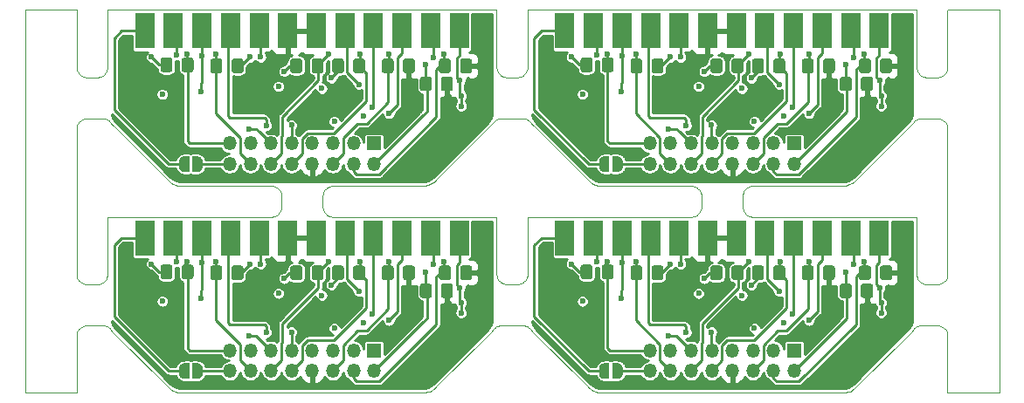
<source format=gbr>
G04 #@! TF.GenerationSoftware,KiCad,Pcbnew,5.1.5+dfsg1-2build2*
G04 #@! TF.CreationDate,2021-02-18T19:40:11-08:00*
G04 #@! TF.ProjectId,panel,70616e65-6c2e-46b6-9963-61645f706362,rev?*
G04 #@! TF.SameCoordinates,Original*
G04 #@! TF.FileFunction,Copper,L4,Bot*
G04 #@! TF.FilePolarity,Positive*
%FSLAX46Y46*%
G04 Gerber Fmt 4.6, Leading zero omitted, Abs format (unit mm)*
G04 Created by KiCad (PCBNEW 5.1.5+dfsg1-2build2) date 2021-02-18 19:40:11*
%MOMM*%
%LPD*%
G04 APERTURE LIST*
G04 #@! TA.AperFunction,Profile*
%ADD10C,0.100000*%
G04 #@! TD*
G04 #@! TA.AperFunction,SMDPad,CuDef*
%ADD11C,0.350000*%
G04 #@! TD*
G04 #@! TA.AperFunction,ComponentPad*
%ADD12R,1.350000X1.350000*%
G04 #@! TD*
G04 #@! TA.AperFunction,ComponentPad*
%ADD13O,1.350000X1.350000*%
G04 #@! TD*
G04 #@! TA.AperFunction,SMDPad,CuDef*
%ADD14R,1.846667X3.480000*%
G04 #@! TD*
G04 #@! TA.AperFunction,ViaPad*
%ADD15C,0.600000*%
G04 #@! TD*
G04 #@! TA.AperFunction,Conductor*
%ADD16C,0.250000*%
G04 #@! TD*
G04 #@! TA.AperFunction,Conductor*
%ADD17C,0.254000*%
G04 #@! TD*
G04 APERTURE END LIST*
D10*
X46999000Y-75634600D02*
X46999000Y-61533200D01*
X47003800Y-75731900D02*
X46999000Y-75634600D01*
X47018000Y-75828000D02*
X47003800Y-75731900D01*
X47041600Y-75922200D02*
X47018000Y-75828000D01*
X47074400Y-76013700D02*
X47041600Y-75922200D01*
X47115900Y-76101500D02*
X47074400Y-76013700D01*
X47165900Y-76184900D02*
X47115900Y-76101500D01*
X47223700Y-76262900D02*
X47165900Y-76184900D01*
X47289000Y-76334900D02*
X47223700Y-76262900D01*
X47361000Y-76400100D02*
X47289000Y-76334900D01*
X47439000Y-76458000D02*
X47361000Y-76400100D01*
X47522300Y-76508000D02*
X47439000Y-76458000D01*
X47610100Y-76549500D02*
X47522300Y-76508000D01*
X47701600Y-76582200D02*
X47610100Y-76549500D01*
X47795900Y-76605800D02*
X47701600Y-76582200D01*
X47892000Y-76620100D02*
X47795900Y-76605800D01*
X47989200Y-76624900D02*
X47892000Y-76620100D01*
X49009400Y-76624900D02*
X47989200Y-76624900D01*
X49106700Y-76620100D02*
X49009400Y-76624900D01*
X49202800Y-76605800D02*
X49106700Y-76620100D01*
X49297000Y-76582200D02*
X49202800Y-76605800D01*
X49388500Y-76549500D02*
X49297000Y-76582200D01*
X49476300Y-76508000D02*
X49388500Y-76549500D01*
X49559600Y-76458000D02*
X49476300Y-76508000D01*
X49637600Y-76400200D02*
X49559600Y-76458000D01*
X49709600Y-76334900D02*
X49637600Y-76400200D01*
X49774900Y-76263000D02*
X49709600Y-76334900D01*
X49832700Y-76185000D02*
X49774900Y-76263000D01*
X49882700Y-76101600D02*
X49832700Y-76185000D01*
X49924200Y-76013800D02*
X49882700Y-76101600D01*
X49957000Y-75922400D02*
X49924200Y-76013800D01*
X49980600Y-75828100D02*
X49957000Y-75922400D01*
X49994900Y-75732000D02*
X49980600Y-75828100D01*
X49999700Y-75634800D02*
X49994900Y-75732000D01*
X50000500Y-70096500D02*
X49999700Y-75634800D01*
X50002000Y-70088500D02*
X50000500Y-70096500D01*
X50007000Y-70084000D02*
X50002000Y-70088500D01*
X50014100Y-70082900D02*
X50007000Y-70084000D01*
X65860500Y-70082900D02*
X50014100Y-70082900D01*
X65957800Y-70078100D02*
X65860500Y-70082900D01*
X66053900Y-70063900D02*
X65957800Y-70078100D01*
X66148100Y-70040300D02*
X66053900Y-70063900D01*
X66239600Y-70007500D02*
X66148100Y-70040300D01*
X66327400Y-69966000D02*
X66239600Y-70007500D01*
X66410800Y-69916000D02*
X66327400Y-69966000D01*
X66488800Y-69858200D02*
X66410800Y-69916000D01*
X66560800Y-69792900D02*
X66488800Y-69858200D01*
X66626000Y-69720900D02*
X66560800Y-69792900D01*
X66683900Y-69642900D02*
X66626000Y-69720900D01*
X66733900Y-69559600D02*
X66683900Y-69642900D01*
X66775400Y-69471800D02*
X66733900Y-69559600D01*
X66808100Y-69380300D02*
X66775400Y-69471800D01*
X66831700Y-69286000D02*
X66808100Y-69380300D01*
X66846000Y-69189900D02*
X66831700Y-69286000D01*
X66850800Y-69092700D02*
X66846000Y-69189900D01*
X66850800Y-68072900D02*
X66850800Y-69092700D01*
X66846000Y-67975700D02*
X66850800Y-68072900D01*
X66831700Y-67879600D02*
X66846000Y-67975700D01*
X66808100Y-67785300D02*
X66831700Y-67879600D01*
X66775400Y-67693900D02*
X66808100Y-67785300D01*
X66733900Y-67606100D02*
X66775400Y-67693900D01*
X66683900Y-67522700D02*
X66733900Y-67606100D01*
X66626100Y-67444700D02*
X66683900Y-67522700D01*
X66560800Y-67372700D02*
X66626100Y-67444700D01*
X66488900Y-67307500D02*
X66560800Y-67372700D01*
X66410800Y-67249600D02*
X66488900Y-67307500D01*
X66327500Y-67199600D02*
X66410800Y-67249600D01*
X66239700Y-67158100D02*
X66327500Y-67199600D01*
X66148300Y-67125400D02*
X66239700Y-67158100D01*
X66054000Y-67101700D02*
X66148300Y-67125400D01*
X65957900Y-67087500D02*
X66054000Y-67101700D01*
X65860700Y-67082700D02*
X65957900Y-67087500D01*
X57246500Y-67081300D02*
X65860700Y-67082700D01*
X57036500Y-67069600D02*
X57246500Y-67081300D01*
X57008600Y-67066400D02*
X57036500Y-67069600D01*
X56801700Y-67030900D02*
X57008600Y-67066400D01*
X56599400Y-66973000D02*
X56801700Y-67030900D01*
X56572800Y-66963700D02*
X56599400Y-66973000D01*
X56379000Y-66883000D02*
X56572800Y-66963700D01*
X56182700Y-66774600D02*
X56379000Y-66883000D01*
X55999800Y-66644900D02*
X56182700Y-66774600D01*
X55832100Y-66495400D02*
X55999800Y-66644900D01*
X50589700Y-61255700D02*
X55832100Y-66495400D01*
X50453800Y-61105900D02*
X50589700Y-61255700D01*
X50333400Y-60943900D02*
X50453800Y-61105900D01*
X50274900Y-60872100D02*
X50333400Y-60943900D01*
X50210100Y-60806300D02*
X50274900Y-60872100D01*
X50139500Y-60746800D02*
X50210100Y-60806300D01*
X50063600Y-60694200D02*
X50139500Y-60746800D01*
X49983100Y-60648800D02*
X50063600Y-60694200D01*
X49898800Y-60611100D02*
X49983100Y-60648800D01*
X49811300Y-60581500D02*
X49898800Y-60611100D01*
X49721500Y-60560200D02*
X49811300Y-60581500D01*
X49630000Y-60547300D02*
X49721500Y-60560200D01*
X49537500Y-60543000D02*
X49630000Y-60547300D01*
X47989200Y-60543000D02*
X49537500Y-60543000D01*
X47892000Y-60547700D02*
X47989200Y-60543000D01*
X47795900Y-60562000D02*
X47892000Y-60547700D01*
X47701600Y-60585600D02*
X47795900Y-60562000D01*
X47610100Y-60618300D02*
X47701600Y-60585600D01*
X47522300Y-60659900D02*
X47610100Y-60618300D01*
X47439000Y-60709800D02*
X47522300Y-60659900D01*
X47361000Y-60767700D02*
X47439000Y-60709800D01*
X47289000Y-60832900D02*
X47361000Y-60767700D01*
X47223700Y-60904900D02*
X47289000Y-60832900D01*
X47165900Y-60982900D02*
X47223700Y-60904900D01*
X47115900Y-61066300D02*
X47165900Y-60982900D01*
X47074400Y-61154100D02*
X47115900Y-61066300D01*
X47041600Y-61245600D02*
X47074400Y-61154100D01*
X47018000Y-61339800D02*
X47041600Y-61245600D01*
X47003800Y-61435900D02*
X47018000Y-61339800D01*
X46999000Y-61533200D02*
X47003800Y-61435900D01*
X87255200Y-61092200D02*
X87359300Y-60950100D01*
X87107800Y-61254900D02*
X87255200Y-61092200D01*
X81868200Y-66494500D02*
X87107800Y-61254900D01*
X81727400Y-66622400D02*
X81868200Y-66494500D01*
X81708400Y-66638100D02*
X81727400Y-66622400D01*
X81560100Y-66747600D02*
X81708400Y-66638100D01*
X81391700Y-66848500D02*
X81560100Y-66747600D01*
X81214100Y-66932500D02*
X81391700Y-66848500D01*
X81041200Y-66994600D02*
X81214100Y-66932500D01*
X81017600Y-67001800D02*
X81041200Y-66994600D01*
X80839200Y-67046200D02*
X81017600Y-67001800D01*
X80657000Y-67073500D02*
X80839200Y-67046200D01*
X80632500Y-67075900D02*
X80657000Y-67073500D01*
X80448700Y-67084800D02*
X80632500Y-67075900D01*
X71843200Y-67083600D02*
X80448700Y-67084800D01*
X71745900Y-67088400D02*
X71843200Y-67083600D01*
X71649800Y-67102600D02*
X71745900Y-67088400D01*
X71555500Y-67126200D02*
X71649800Y-67102600D01*
X71464000Y-67158900D02*
X71555500Y-67126200D01*
X71376200Y-67200500D02*
X71464000Y-67158900D01*
X71292800Y-67250400D02*
X71376200Y-67200500D01*
X71214800Y-67308300D02*
X71292800Y-67250400D01*
X71142800Y-67373500D02*
X71214800Y-67308300D01*
X71077500Y-67445500D02*
X71142800Y-67373500D01*
X71019600Y-67523500D02*
X71077500Y-67445500D01*
X70969700Y-67606900D02*
X71019600Y-67523500D01*
X70928100Y-67694700D02*
X70969700Y-67606900D01*
X70895400Y-67786200D02*
X70928100Y-67694700D01*
X70871800Y-67880400D02*
X70895400Y-67786200D01*
X70857500Y-67976600D02*
X70871800Y-67880400D01*
X70852800Y-68073800D02*
X70857500Y-67976600D01*
X70852800Y-69092700D02*
X70852800Y-68073800D01*
X70857500Y-69189900D02*
X70852800Y-69092700D01*
X70871800Y-69286000D02*
X70857500Y-69189900D01*
X70895400Y-69380300D02*
X70871800Y-69286000D01*
X70928100Y-69471800D02*
X70895400Y-69380300D01*
X70969700Y-69559600D02*
X70928100Y-69471800D01*
X71019600Y-69642900D02*
X70969700Y-69559600D01*
X71077500Y-69720900D02*
X71019600Y-69642900D01*
X71142700Y-69792900D02*
X71077500Y-69720900D01*
X71214700Y-69858200D02*
X71142700Y-69792900D01*
X71292800Y-69916000D02*
X71214700Y-69858200D01*
X71376100Y-69966000D02*
X71292800Y-69916000D01*
X71463900Y-70007500D02*
X71376100Y-69966000D01*
X71555400Y-70040300D02*
X71463900Y-70007500D01*
X71649600Y-70063900D02*
X71555400Y-70040300D01*
X71745700Y-70078100D02*
X71649600Y-70063900D01*
X71843000Y-70082900D02*
X71745700Y-70078100D01*
X87686000Y-70082900D02*
X71843000Y-70082900D01*
X87693100Y-70084000D02*
X87686000Y-70082900D01*
X87698100Y-70088500D02*
X87693100Y-70084000D01*
X87699600Y-70096500D02*
X87698100Y-70088500D01*
X87702400Y-75635100D02*
X87699600Y-70096500D01*
X87707200Y-75732400D02*
X87702400Y-75635100D01*
X87721500Y-75828400D02*
X87707200Y-75732400D01*
X87745100Y-75922600D02*
X87721500Y-75828400D01*
X87777900Y-76014100D02*
X87745100Y-75922600D01*
X87819400Y-76101800D02*
X87777900Y-76014100D01*
X87869400Y-76185100D02*
X87819400Y-76101800D01*
X87927300Y-76263100D02*
X87869400Y-76185100D01*
X87992500Y-76335100D02*
X87927300Y-76263100D01*
X88064500Y-76400300D02*
X87992500Y-76335100D01*
X88142500Y-76458100D02*
X88064500Y-76400300D01*
X88225800Y-76508000D02*
X88142500Y-76458100D01*
X88313600Y-76549500D02*
X88225800Y-76508000D01*
X88405100Y-76582300D02*
X88313600Y-76549500D01*
X88499300Y-76605800D02*
X88405100Y-76582300D01*
X88595300Y-76620100D02*
X88499300Y-76605800D01*
X88692600Y-76624900D02*
X88595300Y-76620100D01*
X89712900Y-76624900D02*
X88692600Y-76624900D01*
X89810200Y-76620100D02*
X89712900Y-76624900D01*
X89906300Y-76605800D02*
X89810200Y-76620100D01*
X90000500Y-76582200D02*
X89906300Y-76605800D01*
X90092000Y-76549500D02*
X90000500Y-76582200D01*
X90179800Y-76508000D02*
X90092000Y-76549500D01*
X90263100Y-76458000D02*
X90179800Y-76508000D01*
X90341100Y-76400200D02*
X90263100Y-76458000D01*
X90413100Y-76334900D02*
X90341100Y-76400200D01*
X90478400Y-76263000D02*
X90413100Y-76334900D01*
X90536200Y-76185000D02*
X90478400Y-76263000D01*
X90586200Y-76101600D02*
X90536200Y-76185000D01*
X90627700Y-76013800D02*
X90586200Y-76101600D01*
X90660500Y-75922400D02*
X90627700Y-76013800D01*
X90684100Y-75828100D02*
X90660500Y-75922400D01*
X90698400Y-75732000D02*
X90684100Y-75828100D01*
X90703200Y-75634800D02*
X90698400Y-75732000D01*
X90704000Y-70096500D02*
X90703200Y-75634800D01*
X90705500Y-70088500D02*
X90704000Y-70096500D01*
X90710500Y-70084000D02*
X90705500Y-70088500D01*
X90717600Y-70082900D02*
X90710500Y-70084000D01*
X106564000Y-70082900D02*
X90717600Y-70082900D01*
X106661300Y-70078100D02*
X106564000Y-70082900D01*
X106757400Y-70063900D02*
X106661300Y-70078100D01*
X106851700Y-70040300D02*
X106757400Y-70063900D01*
X106943100Y-70007500D02*
X106851700Y-70040300D01*
X107031000Y-69966000D02*
X106943100Y-70007500D01*
X107114300Y-69916000D02*
X107031000Y-69966000D01*
X107192300Y-69858200D02*
X107114300Y-69916000D01*
X107264300Y-69792900D02*
X107192300Y-69858200D01*
X107329600Y-69720900D02*
X107264300Y-69792900D01*
X107387400Y-69642900D02*
X107329600Y-69720900D01*
X107437400Y-69559600D02*
X107387400Y-69642900D01*
X107478900Y-69471800D02*
X107437400Y-69559600D01*
X107511600Y-69380300D02*
X107478900Y-69471800D01*
X107535200Y-69286000D02*
X107511600Y-69380300D01*
X107549500Y-69189900D02*
X107535200Y-69286000D01*
X107554300Y-69092700D02*
X107549500Y-69189900D01*
X107554300Y-68072900D02*
X107554300Y-69092700D01*
X107549500Y-67975700D02*
X107554300Y-68072900D01*
X107535300Y-67879600D02*
X107549500Y-67975700D01*
X107511600Y-67785300D02*
X107535300Y-67879600D01*
X107478900Y-67693900D02*
X107511600Y-67785300D01*
X107437400Y-67606100D02*
X107478900Y-67693900D01*
X107387500Y-67522700D02*
X107437400Y-67606100D01*
X107329600Y-67444700D02*
X107387500Y-67522700D01*
X107264400Y-67372700D02*
X107329600Y-67444700D01*
X107192400Y-67307500D02*
X107264400Y-67372700D01*
X107114400Y-67249600D02*
X107192400Y-67307500D01*
X107031000Y-67199600D02*
X107114400Y-67249600D01*
X106943200Y-67158100D02*
X107031000Y-67199600D01*
X106851800Y-67125400D02*
X106943200Y-67158100D01*
X106757500Y-67101700D02*
X106851800Y-67125400D01*
X106661500Y-67087500D02*
X106757500Y-67101700D01*
X106564200Y-67082700D02*
X106661500Y-67087500D01*
X97950000Y-67081300D02*
X106564200Y-67082700D01*
X97740100Y-67069600D02*
X97950000Y-67081300D01*
X97712100Y-67066400D02*
X97740100Y-67069600D01*
X97504700Y-67030700D02*
X97712100Y-67066400D01*
X97302600Y-66972900D02*
X97504700Y-67030700D01*
X97276300Y-66963700D02*
X97302600Y-66972900D01*
X97082500Y-66883000D02*
X97276300Y-66963700D01*
X96886200Y-66774600D02*
X97082500Y-66883000D01*
X96703300Y-66644900D02*
X96886200Y-66774600D01*
X96535600Y-66495400D02*
X96703300Y-66644900D01*
X91293200Y-61255700D02*
X96535600Y-66495400D01*
X91157400Y-61105900D02*
X91293200Y-61255700D01*
X91036900Y-60943900D02*
X91157400Y-61105900D01*
X90978400Y-60872100D02*
X91036900Y-60943900D01*
X90913600Y-60806300D02*
X90978400Y-60872100D01*
X90843000Y-60746800D02*
X90913600Y-60806300D01*
X90767100Y-60694200D02*
X90843000Y-60746800D01*
X90686600Y-60648800D02*
X90767100Y-60694200D01*
X90602300Y-60611100D02*
X90686600Y-60648800D01*
X90514800Y-60581500D02*
X90602300Y-60611100D01*
X90425000Y-60560200D02*
X90514800Y-60581500D01*
X90333500Y-60547300D02*
X90425000Y-60560200D01*
X90241000Y-60543000D02*
X90333500Y-60547300D01*
X88159700Y-60543000D02*
X90241000Y-60543000D01*
X88066500Y-60547300D02*
X88159700Y-60543000D01*
X87974300Y-60560400D02*
X88066500Y-60547300D01*
X87883700Y-60582200D02*
X87974300Y-60560400D01*
X87795600Y-60612300D02*
X87883700Y-60582200D01*
X87710700Y-60650500D02*
X87795600Y-60612300D01*
X87629800Y-60696600D02*
X87710700Y-60650500D01*
X87553500Y-60750100D02*
X87629800Y-60696600D01*
X87482600Y-60810500D02*
X87553500Y-60750100D01*
X87417800Y-60877300D02*
X87482600Y-60810500D01*
X87359300Y-60950100D02*
X87417800Y-60877300D01*
X127958800Y-61092200D02*
X128062800Y-60950100D01*
X127811300Y-61254900D02*
X127958800Y-61092200D01*
X122571700Y-66494500D02*
X127811300Y-61254900D01*
X122431000Y-66622400D02*
X122571700Y-66494500D01*
X122411900Y-66638100D02*
X122431000Y-66622400D01*
X122263700Y-66747600D02*
X122411900Y-66638100D01*
X122095200Y-66848500D02*
X122263700Y-66747600D01*
X121917700Y-66932500D02*
X122095200Y-66848500D01*
X121744700Y-66994600D02*
X121917700Y-66932500D01*
X121721100Y-67001800D02*
X121744700Y-66994600D01*
X121542700Y-67046200D02*
X121721100Y-67001800D01*
X121360500Y-67073500D02*
X121542700Y-67046200D01*
X121336000Y-67075900D02*
X121360500Y-67073500D01*
X121152200Y-67084800D02*
X121336000Y-67075900D01*
X112546700Y-67083600D02*
X121152200Y-67084800D01*
X112449400Y-67088400D02*
X112546700Y-67083600D01*
X112353300Y-67102600D02*
X112449400Y-67088400D01*
X112259000Y-67126200D02*
X112353300Y-67102600D01*
X112167500Y-67158900D02*
X112259000Y-67126200D01*
X112079700Y-67200500D02*
X112167500Y-67158900D01*
X111996400Y-67250400D02*
X112079700Y-67200500D01*
X111918300Y-67308300D02*
X111996400Y-67250400D01*
X111846300Y-67373500D02*
X111918300Y-67308300D01*
X111781100Y-67445500D02*
X111846300Y-67373500D01*
X111723200Y-67523500D02*
X111781100Y-67445500D01*
X111673200Y-67606900D02*
X111723200Y-67523500D01*
X111631700Y-67694700D02*
X111673200Y-67606900D01*
X111598900Y-67786200D02*
X111631700Y-67694700D01*
X111575300Y-67880400D02*
X111598900Y-67786200D01*
X111561100Y-67976600D02*
X111575300Y-67880400D01*
X111556300Y-68073800D02*
X111561100Y-67976600D01*
X111556300Y-69092700D02*
X111556300Y-68073800D01*
X111561100Y-69189900D02*
X111556300Y-69092700D01*
X111575300Y-69286000D02*
X111561100Y-69189900D01*
X111598900Y-69380300D02*
X111575300Y-69286000D01*
X111631700Y-69471800D02*
X111598900Y-69380300D01*
X111673200Y-69559600D02*
X111631700Y-69471800D01*
X111723100Y-69642900D02*
X111673200Y-69559600D01*
X111781000Y-69720900D02*
X111723100Y-69642900D01*
X111846300Y-69792900D02*
X111781000Y-69720900D01*
X111918200Y-69858200D02*
X111846300Y-69792900D01*
X111996300Y-69916000D02*
X111918200Y-69858200D01*
X112079600Y-69966000D02*
X111996300Y-69916000D01*
X112167400Y-70007500D02*
X112079600Y-69966000D01*
X112258900Y-70040300D02*
X112167400Y-70007500D01*
X112353100Y-70063900D02*
X112258900Y-70040300D01*
X112449200Y-70078100D02*
X112353100Y-70063900D01*
X112546500Y-70082900D02*
X112449200Y-70078100D01*
X128389500Y-70082900D02*
X112546500Y-70082900D01*
X128396600Y-70084000D02*
X128389500Y-70082900D01*
X128401600Y-70088500D02*
X128396600Y-70084000D01*
X128403100Y-70096500D02*
X128401600Y-70088500D01*
X128405900Y-75635100D02*
X128403100Y-70096500D01*
X128410700Y-75732400D02*
X128405900Y-75635100D01*
X128425000Y-75828400D02*
X128410700Y-75732400D01*
X128448600Y-75922600D02*
X128425000Y-75828400D01*
X128481400Y-76014100D02*
X128448600Y-75922600D01*
X128522900Y-76101800D02*
X128481400Y-76014100D01*
X128572900Y-76185100D02*
X128522900Y-76101800D01*
X128630800Y-76263100D02*
X128572900Y-76185100D01*
X128696000Y-76335100D02*
X128630800Y-76263100D01*
X128768000Y-76400300D02*
X128696000Y-76335100D01*
X128846000Y-76458100D02*
X128768000Y-76400300D01*
X128929300Y-76508000D02*
X128846000Y-76458100D01*
X129017100Y-76549500D02*
X128929300Y-76508000D01*
X129108600Y-76582300D02*
X129017100Y-76549500D01*
X129202800Y-76605800D02*
X129108600Y-76582300D01*
X129298900Y-76620100D02*
X129202800Y-76605800D01*
X129396100Y-76624900D02*
X129298900Y-76620100D01*
X130416800Y-76624900D02*
X129396100Y-76624900D01*
X130514100Y-76620100D02*
X130416800Y-76624900D01*
X130610200Y-76605800D02*
X130514100Y-76620100D01*
X130704400Y-76582200D02*
X130610200Y-76605800D01*
X130795900Y-76549500D02*
X130704400Y-76582200D01*
X130883700Y-76508000D02*
X130795900Y-76549500D01*
X130967000Y-76458000D02*
X130883700Y-76508000D01*
X131045100Y-76400100D02*
X130967000Y-76458000D01*
X131117100Y-76334900D02*
X131045100Y-76400100D01*
X131182300Y-76262900D02*
X131117100Y-76334900D01*
X131240200Y-76184900D02*
X131182300Y-76262900D01*
X131290100Y-76101500D02*
X131240200Y-76184900D01*
X131331700Y-76013700D02*
X131290100Y-76101500D01*
X131364400Y-75922200D02*
X131331700Y-76013700D01*
X131388000Y-75828000D02*
X131364400Y-75922200D01*
X131402300Y-75731900D02*
X131388000Y-75828000D01*
X131407000Y-75634600D02*
X131402300Y-75731900D01*
X131407000Y-61533200D02*
X131407000Y-75634600D01*
X131402300Y-61435900D02*
X131407000Y-61533200D01*
X131388000Y-61339800D02*
X131402300Y-61435900D01*
X131364400Y-61245600D02*
X131388000Y-61339800D01*
X131331700Y-61154100D02*
X131364400Y-61245600D01*
X131290100Y-61066300D02*
X131331700Y-61154100D01*
X131240200Y-60982900D02*
X131290100Y-61066300D01*
X131182300Y-60904900D02*
X131240200Y-60982900D01*
X131117100Y-60832900D02*
X131182300Y-60904900D01*
X131045100Y-60767700D02*
X131117100Y-60832900D01*
X130967000Y-60709800D02*
X131045100Y-60767700D01*
X130883700Y-60659900D02*
X130967000Y-60709800D01*
X130795900Y-60618300D02*
X130883700Y-60659900D01*
X130704400Y-60585600D02*
X130795900Y-60618300D01*
X130610200Y-60562000D02*
X130704400Y-60585600D01*
X130514100Y-60547700D02*
X130610200Y-60562000D01*
X130416800Y-60543000D02*
X130514100Y-60547700D01*
X128863200Y-60543000D02*
X130416800Y-60543000D01*
X128770000Y-60547300D02*
X128863200Y-60543000D01*
X128677800Y-60560400D02*
X128770000Y-60547300D01*
X128587200Y-60582200D02*
X128677800Y-60560400D01*
X128499100Y-60612300D02*
X128587200Y-60582200D01*
X128414200Y-60650500D02*
X128499100Y-60612300D01*
X128333300Y-60696600D02*
X128414200Y-60650500D01*
X128257000Y-60750100D02*
X128333300Y-60696600D01*
X128186200Y-60810500D02*
X128257000Y-60750100D01*
X128121300Y-60877300D02*
X128186200Y-60810500D01*
X128062800Y-60950100D02*
X128121300Y-60877300D01*
X46974500Y-49999000D02*
X42010200Y-49999700D01*
X46989800Y-49999800D02*
X46974500Y-49999000D01*
X46995700Y-50003000D02*
X46989800Y-49999800D01*
X46998200Y-50008200D02*
X46995700Y-50003000D01*
X46999000Y-50023500D02*
X46998200Y-50008200D01*
X46999000Y-55550700D02*
X46999000Y-50023500D01*
X47003800Y-55648000D02*
X46999000Y-55550700D01*
X47018000Y-55744100D02*
X47003800Y-55648000D01*
X47041600Y-55838300D02*
X47018000Y-55744100D01*
X47074400Y-55929800D02*
X47041600Y-55838300D01*
X47115900Y-56017600D02*
X47074400Y-55929800D01*
X47165900Y-56101000D02*
X47115900Y-56017600D01*
X47223700Y-56179000D02*
X47165900Y-56101000D01*
X47289000Y-56251000D02*
X47223700Y-56179000D01*
X47361000Y-56316200D02*
X47289000Y-56251000D01*
X47439000Y-56374100D02*
X47361000Y-56316200D01*
X47522300Y-56424000D02*
X47439000Y-56374100D01*
X47610100Y-56465600D02*
X47522300Y-56424000D01*
X47701600Y-56498300D02*
X47610100Y-56465600D01*
X47795900Y-56521900D02*
X47701600Y-56498300D01*
X47892000Y-56536200D02*
X47795900Y-56521900D01*
X47989200Y-56541000D02*
X47892000Y-56536200D01*
X49009400Y-56541000D02*
X47989200Y-56541000D01*
X49106700Y-56536200D02*
X49009400Y-56541000D01*
X49202800Y-56521900D02*
X49106700Y-56536200D01*
X49297000Y-56498300D02*
X49202800Y-56521900D01*
X49388500Y-56465600D02*
X49297000Y-56498300D01*
X49476300Y-56424100D02*
X49388500Y-56465600D01*
X49559600Y-56374100D02*
X49476300Y-56424100D01*
X49637600Y-56316300D02*
X49559600Y-56374100D01*
X49709600Y-56251000D02*
X49637600Y-56316300D01*
X49774900Y-56179100D02*
X49709600Y-56251000D01*
X49832700Y-56101000D02*
X49774900Y-56179100D01*
X49882700Y-56017700D02*
X49832700Y-56101000D01*
X49924200Y-55929900D02*
X49882700Y-56017700D01*
X49957000Y-55838500D02*
X49924200Y-55929900D01*
X49980600Y-55744200D02*
X49957000Y-55838500D01*
X49994900Y-55648100D02*
X49980600Y-55744200D01*
X49999700Y-55550900D02*
X49994900Y-55648100D01*
X50000500Y-50012600D02*
X49999700Y-55550900D01*
X50001300Y-50006400D02*
X50000500Y-50012600D01*
X50003800Y-50002300D02*
X50001300Y-50006400D01*
X50007900Y-49999800D02*
X50003800Y-50002300D01*
X50013200Y-49999000D02*
X50007900Y-49999800D01*
X87691200Y-49999500D02*
X50013200Y-49999000D01*
X87697600Y-50003800D02*
X87691200Y-49999500D01*
X87699600Y-50012600D02*
X87697600Y-50003800D01*
X87702400Y-55551200D02*
X87699600Y-50012600D01*
X87707200Y-55648400D02*
X87702400Y-55551200D01*
X87721500Y-55744500D02*
X87707200Y-55648400D01*
X87745100Y-55838700D02*
X87721500Y-55744500D01*
X87777900Y-55930100D02*
X87745100Y-55838700D01*
X87819400Y-56017900D02*
X87777900Y-55930100D01*
X87869400Y-56101200D02*
X87819400Y-56017900D01*
X87927300Y-56179200D02*
X87869400Y-56101200D01*
X87992500Y-56251200D02*
X87927300Y-56179200D01*
X88064500Y-56316400D02*
X87992500Y-56251200D01*
X88142500Y-56374200D02*
X88064500Y-56316400D01*
X88225800Y-56424100D02*
X88142500Y-56374200D01*
X88313600Y-56465600D02*
X88225800Y-56424100D01*
X88405100Y-56498300D02*
X88313600Y-56465600D01*
X88499300Y-56521900D02*
X88405100Y-56498300D01*
X88595300Y-56536200D02*
X88499300Y-56521900D01*
X88692600Y-56541000D02*
X88595300Y-56536200D01*
X89712900Y-56541000D02*
X88692600Y-56541000D01*
X89810200Y-56536200D02*
X89712900Y-56541000D01*
X89906300Y-56521900D02*
X89810200Y-56536200D01*
X90000500Y-56498300D02*
X89906300Y-56521900D01*
X90092000Y-56465600D02*
X90000500Y-56498300D01*
X90179800Y-56424100D02*
X90092000Y-56465600D01*
X90263100Y-56374100D02*
X90179800Y-56424100D01*
X90341100Y-56316300D02*
X90263100Y-56374100D01*
X90413100Y-56251000D02*
X90341100Y-56316300D01*
X90478400Y-56179100D02*
X90413100Y-56251000D01*
X90536200Y-56101000D02*
X90478400Y-56179100D01*
X90586200Y-56017700D02*
X90536200Y-56101000D01*
X90627700Y-55929900D02*
X90586200Y-56017700D01*
X90660500Y-55838500D02*
X90627700Y-55929900D01*
X90684100Y-55744200D02*
X90660500Y-55838500D01*
X90698400Y-55648100D02*
X90684100Y-55744200D01*
X90703200Y-55550900D02*
X90698400Y-55648100D01*
X90704000Y-50012600D02*
X90703200Y-55550900D01*
X90706000Y-50003800D02*
X90704000Y-50012600D01*
X90713300Y-49999400D02*
X90706000Y-50003800D01*
X128394700Y-49999500D02*
X90713300Y-49999400D01*
X128401100Y-50003800D02*
X128394700Y-49999500D01*
X128403100Y-50012600D02*
X128401100Y-50003800D01*
X128405900Y-55551200D02*
X128403100Y-50012600D01*
X128410700Y-55648500D02*
X128405900Y-55551200D01*
X128425000Y-55744500D02*
X128410700Y-55648500D01*
X128448600Y-55838700D02*
X128425000Y-55744500D01*
X128481400Y-55930100D02*
X128448600Y-55838700D01*
X128522900Y-56017900D02*
X128481400Y-55930100D01*
X128572900Y-56101200D02*
X128522900Y-56017900D01*
X128630800Y-56179200D02*
X128572900Y-56101200D01*
X128696000Y-56251200D02*
X128630800Y-56179200D01*
X128768000Y-56316400D02*
X128696000Y-56251200D01*
X128846000Y-56374200D02*
X128768000Y-56316400D01*
X128929300Y-56424100D02*
X128846000Y-56374200D01*
X129017100Y-56465600D02*
X128929300Y-56424100D01*
X129108600Y-56498300D02*
X129017100Y-56465600D01*
X129202800Y-56521900D02*
X129108600Y-56498300D01*
X129298900Y-56536200D02*
X129202800Y-56521900D01*
X129396100Y-56541000D02*
X129298900Y-56536200D01*
X130416800Y-56541000D02*
X129396100Y-56541000D01*
X130514100Y-56536200D02*
X130416800Y-56541000D01*
X130610200Y-56521900D02*
X130514100Y-56536200D01*
X130704400Y-56498300D02*
X130610200Y-56521900D01*
X130795900Y-56465600D02*
X130704400Y-56498300D01*
X130883700Y-56424000D02*
X130795900Y-56465600D01*
X130967000Y-56374100D02*
X130883700Y-56424000D01*
X131045100Y-56316200D02*
X130967000Y-56374100D01*
X131117100Y-56251000D02*
X131045100Y-56316200D01*
X131182300Y-56179000D02*
X131117100Y-56251000D01*
X131240200Y-56101000D02*
X131182300Y-56179000D01*
X131290100Y-56017600D02*
X131240200Y-56101000D01*
X131331700Y-55929800D02*
X131290100Y-56017600D01*
X131364400Y-55838300D02*
X131331700Y-55929800D01*
X131388000Y-55744100D02*
X131364400Y-55838300D01*
X131402300Y-55648000D02*
X131388000Y-55744100D01*
X131407000Y-55550700D02*
X131402300Y-55648000D01*
X131407000Y-50023500D02*
X131407000Y-55550700D01*
X131407800Y-50008200D02*
X131407000Y-50023500D01*
X131411000Y-50002300D02*
X131407800Y-50008200D01*
X131416300Y-49999800D02*
X131411000Y-50002300D01*
X131431600Y-49999000D02*
X131416300Y-49999800D01*
X136383500Y-49999000D02*
X131431600Y-49999000D01*
X136400700Y-50000300D02*
X136383500Y-49999000D01*
X136406800Y-50006300D02*
X136400700Y-50000300D01*
X136408000Y-50023500D02*
X136406800Y-50006300D01*
X136408000Y-87144300D02*
X136408000Y-50023500D01*
X136406800Y-87161500D02*
X136408000Y-87144300D01*
X136400700Y-87167500D02*
X136406800Y-87161500D01*
X136383500Y-87168800D02*
X136400700Y-87167500D01*
X131431600Y-87168800D02*
X136383500Y-87168800D01*
X131416300Y-87168000D02*
X131431600Y-87168800D01*
X131410300Y-87164800D02*
X131416300Y-87168000D01*
X131407800Y-87159600D02*
X131410300Y-87164800D01*
X131407000Y-87144300D02*
X131407800Y-87159600D01*
X131407000Y-81617100D02*
X131407000Y-87144300D01*
X131402300Y-81519800D02*
X131407000Y-81617100D01*
X131388000Y-81423700D02*
X131402300Y-81519800D01*
X131364400Y-81329500D02*
X131388000Y-81423700D01*
X131331700Y-81238000D02*
X131364400Y-81329500D01*
X131290100Y-81150200D02*
X131331700Y-81238000D01*
X131240200Y-81066900D02*
X131290100Y-81150200D01*
X131182300Y-80988800D02*
X131240200Y-81066900D01*
X131117100Y-80916800D02*
X131182300Y-80988800D01*
X131045100Y-80851600D02*
X131117100Y-80916800D01*
X130967000Y-80793700D02*
X131045100Y-80851600D01*
X130883700Y-80743800D02*
X130967000Y-80793700D01*
X130795900Y-80702200D02*
X130883700Y-80743800D01*
X130704400Y-80669500D02*
X130795900Y-80702200D01*
X130610200Y-80645900D02*
X130704400Y-80669500D01*
X130514100Y-80631600D02*
X130610200Y-80645900D01*
X130416800Y-80626900D02*
X130514100Y-80631600D01*
X128863200Y-80626900D02*
X130416800Y-80626900D01*
X128770000Y-80631300D02*
X128863200Y-80626900D01*
X128677800Y-80644400D02*
X128770000Y-80631300D01*
X128587200Y-80666100D02*
X128677800Y-80644400D01*
X128499100Y-80696200D02*
X128587200Y-80666100D01*
X128414200Y-80734400D02*
X128499100Y-80696200D01*
X128333300Y-80780500D02*
X128414200Y-80734400D01*
X128257000Y-80834000D02*
X128333300Y-80780500D01*
X128186200Y-80894400D02*
X128257000Y-80834000D01*
X128121300Y-80961200D02*
X128186200Y-80894400D01*
X128062800Y-81034000D02*
X128121300Y-80961200D01*
X127958800Y-81176100D02*
X128062800Y-81034000D01*
X127811300Y-81338800D02*
X127958800Y-81176100D01*
X122571700Y-86578400D02*
X127811300Y-81338800D01*
X122431000Y-86706300D02*
X122571700Y-86578400D01*
X122411900Y-86722000D02*
X122431000Y-86706300D01*
X122274000Y-86824300D02*
X122411900Y-86722000D01*
X122253500Y-86838000D02*
X122274000Y-86824300D01*
X122095200Y-86932400D02*
X122253500Y-86838000D01*
X121929200Y-87011300D02*
X122095200Y-86932400D01*
X121906400Y-87020700D02*
X121929200Y-87011300D01*
X121732800Y-87082500D02*
X121906400Y-87020700D01*
X121542300Y-87130200D02*
X121732800Y-87082500D01*
X121348000Y-87158900D02*
X121542300Y-87130200D01*
X121146000Y-87168800D02*
X121348000Y-87158900D01*
X97956900Y-87165300D02*
X121146000Y-87168800D01*
X97726300Y-87152300D02*
X97956900Y-87165300D01*
X97518500Y-87117400D02*
X97726300Y-87152300D01*
X97491300Y-87111200D02*
X97518500Y-87117400D01*
X97289200Y-87052500D02*
X97491300Y-87111200D01*
X97095200Y-86972600D02*
X97289200Y-87052500D01*
X97069800Y-86960400D02*
X97095200Y-86972600D01*
X96886200Y-86858500D02*
X97069800Y-86960400D01*
X96714400Y-86737100D02*
X96886200Y-86858500D01*
X96692400Y-86719600D02*
X96714400Y-86737100D01*
X96535800Y-86579500D02*
X96692400Y-86719600D01*
X91293200Y-81339600D02*
X96535800Y-86579500D01*
X91157400Y-81189800D02*
X91293200Y-81339600D01*
X91036900Y-81027800D02*
X91157400Y-81189800D01*
X90978400Y-80956000D02*
X91036900Y-81027800D01*
X90913600Y-80890200D02*
X90978400Y-80956000D01*
X90843000Y-80830700D02*
X90913600Y-80890200D01*
X90767100Y-80778100D02*
X90843000Y-80830700D01*
X90686600Y-80732700D02*
X90767100Y-80778100D01*
X90602300Y-80695100D02*
X90686600Y-80732700D01*
X90514800Y-80665400D02*
X90602300Y-80695100D01*
X90425000Y-80644100D02*
X90514800Y-80665400D01*
X90333500Y-80631200D02*
X90425000Y-80644100D01*
X90241000Y-80626900D02*
X90333500Y-80631200D01*
X88159700Y-80626900D02*
X90241000Y-80626900D01*
X88066500Y-80631300D02*
X88159700Y-80626900D01*
X87974300Y-80644400D02*
X88066500Y-80631300D01*
X87883700Y-80666100D02*
X87974300Y-80644400D01*
X87795600Y-80696200D02*
X87883700Y-80666100D01*
X87710700Y-80734400D02*
X87795600Y-80696200D01*
X87629800Y-80780500D02*
X87710700Y-80734400D01*
X87553500Y-80834000D02*
X87629800Y-80780500D01*
X87482600Y-80894400D02*
X87553500Y-80834000D01*
X87417800Y-80961200D02*
X87482600Y-80894400D01*
X87359300Y-81034000D02*
X87417800Y-80961200D01*
X87255200Y-81176100D02*
X87359300Y-81034000D01*
X87107800Y-81338800D02*
X87255200Y-81176100D01*
X81868200Y-86578400D02*
X87107800Y-81338800D01*
X81718300Y-86714300D02*
X81868200Y-86578400D01*
X81560500Y-86831200D02*
X81718300Y-86714300D01*
X81392100Y-86932200D02*
X81560500Y-86831200D01*
X81214600Y-87016200D02*
X81392100Y-86932200D01*
X81041200Y-87078500D02*
X81214600Y-87016200D01*
X81017600Y-87085700D02*
X81041200Y-87078500D01*
X80851000Y-87127400D02*
X81017600Y-87085700D01*
X80826900Y-87132200D02*
X80851000Y-87127400D01*
X80644500Y-87158900D02*
X80826900Y-87132200D01*
X80442500Y-87168800D02*
X80644500Y-87158900D01*
X57253400Y-87165300D02*
X80442500Y-87168800D01*
X57022800Y-87152300D02*
X57253400Y-87165300D01*
X56801700Y-87114800D02*
X57022800Y-87152300D01*
X56585700Y-87052500D02*
X56801700Y-87114800D01*
X56391600Y-86972600D02*
X56585700Y-87052500D01*
X56366300Y-86960400D02*
X56391600Y-86972600D01*
X56182700Y-86858500D02*
X56366300Y-86960400D01*
X56010900Y-86737100D02*
X56182700Y-86858500D01*
X55988900Y-86719600D02*
X56010900Y-86737100D01*
X55832300Y-86579500D02*
X55988900Y-86719600D01*
X50589800Y-81339700D02*
X55832300Y-86579500D01*
X50453500Y-81189400D02*
X50589800Y-81339700D01*
X50338400Y-81034800D02*
X50453500Y-81189400D01*
X50288900Y-80972000D02*
X50338400Y-81034800D01*
X50223800Y-80903100D02*
X50288900Y-80972000D01*
X50152500Y-80840800D02*
X50223800Y-80903100D01*
X50075500Y-80785700D02*
X50152500Y-80840800D01*
X49993600Y-80738100D02*
X50075500Y-80785700D01*
X49907500Y-80698500D02*
X49993600Y-80738100D01*
X49818100Y-80667400D02*
X49907500Y-80698500D01*
X49726100Y-80645000D02*
X49818100Y-80667400D01*
X49632400Y-80631400D02*
X49726100Y-80645000D01*
X49537500Y-80626900D02*
X49632400Y-80631400D01*
X47989200Y-80626900D02*
X49537500Y-80626900D01*
X47892000Y-80631600D02*
X47989200Y-80626900D01*
X47795900Y-80645900D02*
X47892000Y-80631600D01*
X47701600Y-80669500D02*
X47795900Y-80645900D01*
X47610100Y-80702200D02*
X47701600Y-80669500D01*
X47522300Y-80743800D02*
X47610100Y-80702200D01*
X47439000Y-80793700D02*
X47522300Y-80743800D01*
X47361000Y-80851600D02*
X47439000Y-80793700D01*
X47289000Y-80916800D02*
X47361000Y-80851600D01*
X47223700Y-80988800D02*
X47289000Y-80916800D01*
X47165900Y-81066900D02*
X47223700Y-80988800D01*
X47115900Y-81150200D02*
X47165900Y-81066900D01*
X47074400Y-81238000D02*
X47115900Y-81150200D01*
X47041600Y-81329500D02*
X47074400Y-81238000D01*
X47018000Y-81423700D02*
X47041600Y-81329500D01*
X47003800Y-81519800D02*
X47018000Y-81423700D01*
X46999000Y-81617100D02*
X47003800Y-81519800D01*
X46999000Y-87144300D02*
X46999000Y-81617100D01*
X46998200Y-87159600D02*
X46999000Y-87144300D01*
X46995700Y-87164800D02*
X46998200Y-87159600D01*
X46989800Y-87168000D02*
X46995700Y-87164800D01*
X46974500Y-87168800D02*
X46989800Y-87168000D01*
X42024500Y-87168800D02*
X46974500Y-87168800D01*
X42007300Y-87167500D02*
X42024500Y-87168800D01*
X42001300Y-87161500D02*
X42007300Y-87167500D01*
X42000000Y-87144300D02*
X42001300Y-87161500D01*
X42000000Y-50023500D02*
X42000000Y-87144300D01*
X42001600Y-50005400D02*
X42000000Y-50023500D01*
X42004700Y-50001600D02*
X42001600Y-50005400D01*
X42010200Y-49999700D02*
X42004700Y-50001600D01*
G04 #@! TA.AperFunction,SMDPad,CuDef*
D11*
G04 #@! TO.P,JP7,1*
G04 #@! TO.N,Board_4-+12V*
G36*
X98928122Y-84287911D02*
G01*
X99428122Y-84287911D01*
X99428122Y-84288513D01*
X99452656Y-84288513D01*
X99501487Y-84293323D01*
X99549612Y-84302895D01*
X99596567Y-84317139D01*
X99641900Y-84335916D01*
X99685173Y-84359047D01*
X99725972Y-84386307D01*
X99763901Y-84417435D01*
X99798598Y-84452132D01*
X99829726Y-84490061D01*
X99856986Y-84530860D01*
X99880117Y-84574133D01*
X99898894Y-84619466D01*
X99913138Y-84666421D01*
X99922710Y-84714546D01*
X99927520Y-84763377D01*
X99927520Y-84787911D01*
X99928122Y-84787911D01*
X99928122Y-85287911D01*
X99927520Y-85287911D01*
X99927520Y-85312445D01*
X99922710Y-85361276D01*
X99913138Y-85409401D01*
X99898894Y-85456356D01*
X99880117Y-85501689D01*
X99856986Y-85544962D01*
X99829726Y-85585761D01*
X99798598Y-85623690D01*
X99763901Y-85658387D01*
X99725972Y-85689515D01*
X99685173Y-85716775D01*
X99641900Y-85739906D01*
X99596567Y-85758683D01*
X99549612Y-85772927D01*
X99501487Y-85782499D01*
X99452656Y-85787309D01*
X99428122Y-85787309D01*
X99428122Y-85787911D01*
X98928122Y-85787911D01*
X98928122Y-84287911D01*
G37*
G04 #@! TD.AperFunction*
G04 #@! TA.AperFunction,SMDPad,CuDef*
G04 #@! TO.P,JP7,2*
G04 #@! TO.N,Board_4-/VDD_6DB*
G36*
X98128122Y-85787309D02*
G01*
X98103588Y-85787309D01*
X98054757Y-85782499D01*
X98006632Y-85772927D01*
X97959677Y-85758683D01*
X97914344Y-85739906D01*
X97871071Y-85716775D01*
X97830272Y-85689515D01*
X97792343Y-85658387D01*
X97757646Y-85623690D01*
X97726518Y-85585761D01*
X97699258Y-85544962D01*
X97676127Y-85501689D01*
X97657350Y-85456356D01*
X97643106Y-85409401D01*
X97633534Y-85361276D01*
X97628724Y-85312445D01*
X97628724Y-85287911D01*
X97628122Y-85287911D01*
X97628122Y-84787911D01*
X97628724Y-84787911D01*
X97628724Y-84763377D01*
X97633534Y-84714546D01*
X97643106Y-84666421D01*
X97657350Y-84619466D01*
X97676127Y-84574133D01*
X97699258Y-84530860D01*
X97726518Y-84490061D01*
X97757646Y-84452132D01*
X97792343Y-84417435D01*
X97830272Y-84386307D01*
X97871071Y-84359047D01*
X97914344Y-84335916D01*
X97959677Y-84317139D01*
X98006632Y-84302895D01*
X98054757Y-84293323D01*
X98103588Y-84288513D01*
X98128122Y-84288513D01*
X98128122Y-84287911D01*
X98628122Y-84287911D01*
X98628122Y-85787911D01*
X98128122Y-85787911D01*
X98128122Y-85787309D01*
G37*
G04 #@! TD.AperFunction*
G04 #@! TD*
D12*
G04 #@! TO.P,J1,1*
G04 #@! TO.N,Board_4-/PTT*
X116551022Y-83037911D03*
D13*
G04 #@! TO.P,J1,2*
G04 #@! TO.N,Board_4-/GPIO2*
X116551022Y-85037911D03*
G04 #@! TO.P,J1,3*
G04 #@! TO.N,Board_4-+5V*
X114551022Y-83037911D03*
G04 #@! TO.P,J1,4*
G04 #@! TO.N,Board_4-/GPIO1*
X114551022Y-85037911D03*
G04 #@! TO.P,J1,5*
G04 #@! TO.N,Board_4-/CTCSS_DET*
X112551022Y-83037911D03*
G04 #@! TO.P,J1,6*
G04 #@! TO.N,Board_4-/GPIO4*
X112551022Y-85037911D03*
G04 #@! TO.P,J1,7*
G04 #@! TO.N,Board_4-/LEFT_OUT*
X110551022Y-83037911D03*
G04 #@! TO.P,J1,8*
G04 #@! TO.N,Board_4-GND*
X110551022Y-85037911D03*
G04 #@! TO.P,J1,9*
G04 #@! TO.N,Board_4-/COR_DET*
X108551022Y-83037911D03*
G04 #@! TO.P,J1,10*
G04 #@! TO.N,Board_4-/GPIO5*
X108551022Y-85037911D03*
G04 #@! TO.P,J1,11*
G04 #@! TO.N,Board_4-/AUDIO_OUT*
X106551022Y-83037911D03*
G04 #@! TO.P,J1,12*
G04 #@! TO.N,Board_4-/GPIO6*
X106551022Y-85037911D03*
G04 #@! TO.P,J1,13*
G04 #@! TO.N,Board_4-/MIC*
X104551022Y-83037911D03*
G04 #@! TO.P,J1,14*
G04 #@! TO.N,Board_4-/GPIO7*
X104551022Y-85037911D03*
G04 #@! TO.P,J1,15*
G04 #@! TO.N,Board_4-/GPIO8*
X102551022Y-83037911D03*
G04 #@! TO.P,J1,16*
G04 #@! TO.N,Board_4-+12V*
X102551022Y-85037911D03*
G04 #@! TD*
G04 #@! TA.AperFunction,SMDPad,CuDef*
D11*
G04 #@! TO.P,R1,1*
G04 #@! TO.N,Board_4-+5V*
G36*
X96770527Y-74719115D02*
G01*
X96794795Y-74722715D01*
X96818594Y-74728676D01*
X96841693Y-74736941D01*
X96863872Y-74747431D01*
X96884915Y-74760043D01*
X96904621Y-74774658D01*
X96922799Y-74791134D01*
X96939275Y-74809312D01*
X96953890Y-74829018D01*
X96966502Y-74850061D01*
X96976992Y-74872240D01*
X96985257Y-74895339D01*
X96991218Y-74919138D01*
X96994818Y-74943406D01*
X96996022Y-74967910D01*
X96996022Y-75867912D01*
X96994818Y-75892416D01*
X96991218Y-75916684D01*
X96985257Y-75940483D01*
X96976992Y-75963582D01*
X96966502Y-75985761D01*
X96953890Y-76006804D01*
X96939275Y-76026510D01*
X96922799Y-76044688D01*
X96904621Y-76061164D01*
X96884915Y-76075779D01*
X96863872Y-76088391D01*
X96841693Y-76098881D01*
X96818594Y-76107146D01*
X96794795Y-76113107D01*
X96770527Y-76116707D01*
X96746023Y-76117911D01*
X96096021Y-76117911D01*
X96071517Y-76116707D01*
X96047249Y-76113107D01*
X96023450Y-76107146D01*
X96000351Y-76098881D01*
X95978172Y-76088391D01*
X95957129Y-76075779D01*
X95937423Y-76061164D01*
X95919245Y-76044688D01*
X95902769Y-76026510D01*
X95888154Y-76006804D01*
X95875542Y-75985761D01*
X95865052Y-75963582D01*
X95856787Y-75940483D01*
X95850826Y-75916684D01*
X95847226Y-75892416D01*
X95846022Y-75867912D01*
X95846022Y-74967910D01*
X95847226Y-74943406D01*
X95850826Y-74919138D01*
X95856787Y-74895339D01*
X95865052Y-74872240D01*
X95875542Y-74850061D01*
X95888154Y-74829018D01*
X95902769Y-74809312D01*
X95919245Y-74791134D01*
X95937423Y-74774658D01*
X95957129Y-74760043D01*
X95978172Y-74747431D01*
X96000351Y-74736941D01*
X96023450Y-74728676D01*
X96047249Y-74722715D01*
X96071517Y-74719115D01*
X96096021Y-74717911D01*
X96746023Y-74717911D01*
X96770527Y-74719115D01*
G37*
G04 #@! TD.AperFunction*
G04 #@! TA.AperFunction,SMDPad,CuDef*
G04 #@! TO.P,R1,2*
G04 #@! TO.N,Board_4-/GPIO8*
G36*
X98820527Y-74719115D02*
G01*
X98844795Y-74722715D01*
X98868594Y-74728676D01*
X98891693Y-74736941D01*
X98913872Y-74747431D01*
X98934915Y-74760043D01*
X98954621Y-74774658D01*
X98972799Y-74791134D01*
X98989275Y-74809312D01*
X99003890Y-74829018D01*
X99016502Y-74850061D01*
X99026992Y-74872240D01*
X99035257Y-74895339D01*
X99041218Y-74919138D01*
X99044818Y-74943406D01*
X99046022Y-74967910D01*
X99046022Y-75867912D01*
X99044818Y-75892416D01*
X99041218Y-75916684D01*
X99035257Y-75940483D01*
X99026992Y-75963582D01*
X99016502Y-75985761D01*
X99003890Y-76006804D01*
X98989275Y-76026510D01*
X98972799Y-76044688D01*
X98954621Y-76061164D01*
X98934915Y-76075779D01*
X98913872Y-76088391D01*
X98891693Y-76098881D01*
X98868594Y-76107146D01*
X98844795Y-76113107D01*
X98820527Y-76116707D01*
X98796023Y-76117911D01*
X98146021Y-76117911D01*
X98121517Y-76116707D01*
X98097249Y-76113107D01*
X98073450Y-76107146D01*
X98050351Y-76098881D01*
X98028172Y-76088391D01*
X98007129Y-76075779D01*
X97987423Y-76061164D01*
X97969245Y-76044688D01*
X97952769Y-76026510D01*
X97938154Y-76006804D01*
X97925542Y-75985761D01*
X97915052Y-75963582D01*
X97906787Y-75940483D01*
X97900826Y-75916684D01*
X97897226Y-75892416D01*
X97896022Y-75867912D01*
X97896022Y-74967910D01*
X97897226Y-74943406D01*
X97900826Y-74919138D01*
X97906787Y-74895339D01*
X97915052Y-74872240D01*
X97925542Y-74850061D01*
X97938154Y-74829018D01*
X97952769Y-74809312D01*
X97969245Y-74791134D01*
X97987423Y-74774658D01*
X98007129Y-74760043D01*
X98028172Y-74747431D01*
X98050351Y-74736941D01*
X98073450Y-74728676D01*
X98097249Y-74722715D01*
X98121517Y-74719115D01*
X98146021Y-74717911D01*
X98796023Y-74717911D01*
X98820527Y-74719115D01*
G37*
G04 #@! TD.AperFunction*
G04 #@! TD*
G04 #@! TA.AperFunction,SMDPad,CuDef*
G04 #@! TO.P,R2,1*
G04 #@! TO.N,Board_4-/GPIO1*
G36*
X123750527Y-74809115D02*
G01*
X123774795Y-74812715D01*
X123798594Y-74818676D01*
X123821693Y-74826941D01*
X123843872Y-74837431D01*
X123864915Y-74850043D01*
X123884621Y-74864658D01*
X123902799Y-74881134D01*
X123919275Y-74899312D01*
X123933890Y-74919018D01*
X123946502Y-74940061D01*
X123956992Y-74962240D01*
X123965257Y-74985339D01*
X123971218Y-75009138D01*
X123974818Y-75033406D01*
X123976022Y-75057910D01*
X123976022Y-75957912D01*
X123974818Y-75982416D01*
X123971218Y-76006684D01*
X123965257Y-76030483D01*
X123956992Y-76053582D01*
X123946502Y-76075761D01*
X123933890Y-76096804D01*
X123919275Y-76116510D01*
X123902799Y-76134688D01*
X123884621Y-76151164D01*
X123864915Y-76165779D01*
X123843872Y-76178391D01*
X123821693Y-76188881D01*
X123798594Y-76197146D01*
X123774795Y-76203107D01*
X123750527Y-76206707D01*
X123726023Y-76207911D01*
X123076021Y-76207911D01*
X123051517Y-76206707D01*
X123027249Y-76203107D01*
X123003450Y-76197146D01*
X122980351Y-76188881D01*
X122958172Y-76178391D01*
X122937129Y-76165779D01*
X122917423Y-76151164D01*
X122899245Y-76134688D01*
X122882769Y-76116510D01*
X122868154Y-76096804D01*
X122855542Y-76075761D01*
X122845052Y-76053582D01*
X122836787Y-76030483D01*
X122830826Y-76006684D01*
X122827226Y-75982416D01*
X122826022Y-75957912D01*
X122826022Y-75057910D01*
X122827226Y-75033406D01*
X122830826Y-75009138D01*
X122836787Y-74985339D01*
X122845052Y-74962240D01*
X122855542Y-74940061D01*
X122868154Y-74919018D01*
X122882769Y-74899312D01*
X122899245Y-74881134D01*
X122917423Y-74864658D01*
X122937129Y-74850043D01*
X122958172Y-74837431D01*
X122980351Y-74826941D01*
X123003450Y-74818676D01*
X123027249Y-74812715D01*
X123051517Y-74809115D01*
X123076021Y-74807911D01*
X123726023Y-74807911D01*
X123750527Y-74809115D01*
G37*
G04 #@! TD.AperFunction*
G04 #@! TA.AperFunction,SMDPad,CuDef*
G04 #@! TO.P,R2,2*
G04 #@! TO.N,Board_4-GND*
G36*
X125800527Y-74809115D02*
G01*
X125824795Y-74812715D01*
X125848594Y-74818676D01*
X125871693Y-74826941D01*
X125893872Y-74837431D01*
X125914915Y-74850043D01*
X125934621Y-74864658D01*
X125952799Y-74881134D01*
X125969275Y-74899312D01*
X125983890Y-74919018D01*
X125996502Y-74940061D01*
X126006992Y-74962240D01*
X126015257Y-74985339D01*
X126021218Y-75009138D01*
X126024818Y-75033406D01*
X126026022Y-75057910D01*
X126026022Y-75957912D01*
X126024818Y-75982416D01*
X126021218Y-76006684D01*
X126015257Y-76030483D01*
X126006992Y-76053582D01*
X125996502Y-76075761D01*
X125983890Y-76096804D01*
X125969275Y-76116510D01*
X125952799Y-76134688D01*
X125934621Y-76151164D01*
X125914915Y-76165779D01*
X125893872Y-76178391D01*
X125871693Y-76188881D01*
X125848594Y-76197146D01*
X125824795Y-76203107D01*
X125800527Y-76206707D01*
X125776023Y-76207911D01*
X125126021Y-76207911D01*
X125101517Y-76206707D01*
X125077249Y-76203107D01*
X125053450Y-76197146D01*
X125030351Y-76188881D01*
X125008172Y-76178391D01*
X124987129Y-76165779D01*
X124967423Y-76151164D01*
X124949245Y-76134688D01*
X124932769Y-76116510D01*
X124918154Y-76096804D01*
X124905542Y-76075761D01*
X124895052Y-76053582D01*
X124886787Y-76030483D01*
X124880826Y-76006684D01*
X124877226Y-75982416D01*
X124876022Y-75957912D01*
X124876022Y-75057910D01*
X124877226Y-75033406D01*
X124880826Y-75009138D01*
X124886787Y-74985339D01*
X124895052Y-74962240D01*
X124905542Y-74940061D01*
X124918154Y-74919018D01*
X124932769Y-74899312D01*
X124949245Y-74881134D01*
X124967423Y-74864658D01*
X124987129Y-74850043D01*
X125008172Y-74837431D01*
X125030351Y-74826941D01*
X125053450Y-74818676D01*
X125077249Y-74812715D01*
X125101517Y-74809115D01*
X125126021Y-74807911D01*
X125776023Y-74807911D01*
X125800527Y-74809115D01*
G37*
G04 #@! TD.AperFunction*
G04 #@! TD*
G04 #@! TA.AperFunction,SMDPad,CuDef*
G04 #@! TO.P,R3,1*
G04 #@! TO.N,Board_4-+5V*
G36*
X103652627Y-74809115D02*
G01*
X103676895Y-74812715D01*
X103700694Y-74818676D01*
X103723793Y-74826941D01*
X103745972Y-74837431D01*
X103767015Y-74850043D01*
X103786721Y-74864658D01*
X103804899Y-74881134D01*
X103821375Y-74899312D01*
X103835990Y-74919018D01*
X103848602Y-74940061D01*
X103859092Y-74962240D01*
X103867357Y-74985339D01*
X103873318Y-75009138D01*
X103876918Y-75033406D01*
X103878122Y-75057910D01*
X103878122Y-75957912D01*
X103876918Y-75982416D01*
X103873318Y-76006684D01*
X103867357Y-76030483D01*
X103859092Y-76053582D01*
X103848602Y-76075761D01*
X103835990Y-76096804D01*
X103821375Y-76116510D01*
X103804899Y-76134688D01*
X103786721Y-76151164D01*
X103767015Y-76165779D01*
X103745972Y-76178391D01*
X103723793Y-76188881D01*
X103700694Y-76197146D01*
X103676895Y-76203107D01*
X103652627Y-76206707D01*
X103628123Y-76207911D01*
X102978121Y-76207911D01*
X102953617Y-76206707D01*
X102929349Y-76203107D01*
X102905550Y-76197146D01*
X102882451Y-76188881D01*
X102860272Y-76178391D01*
X102839229Y-76165779D01*
X102819523Y-76151164D01*
X102801345Y-76134688D01*
X102784869Y-76116510D01*
X102770254Y-76096804D01*
X102757642Y-76075761D01*
X102747152Y-76053582D01*
X102738887Y-76030483D01*
X102732926Y-76006684D01*
X102729326Y-75982416D01*
X102728122Y-75957912D01*
X102728122Y-75057910D01*
X102729326Y-75033406D01*
X102732926Y-75009138D01*
X102738887Y-74985339D01*
X102747152Y-74962240D01*
X102757642Y-74940061D01*
X102770254Y-74919018D01*
X102784869Y-74899312D01*
X102801345Y-74881134D01*
X102819523Y-74864658D01*
X102839229Y-74850043D01*
X102860272Y-74837431D01*
X102882451Y-74826941D01*
X102905550Y-74818676D01*
X102929349Y-74812715D01*
X102953617Y-74809115D01*
X102978121Y-74807911D01*
X103628123Y-74807911D01*
X103652627Y-74809115D01*
G37*
G04 #@! TD.AperFunction*
G04 #@! TA.AperFunction,SMDPad,CuDef*
G04 #@! TO.P,R3,2*
G04 #@! TO.N,Board_4-/GPIO7*
G36*
X101602627Y-74809115D02*
G01*
X101626895Y-74812715D01*
X101650694Y-74818676D01*
X101673793Y-74826941D01*
X101695972Y-74837431D01*
X101717015Y-74850043D01*
X101736721Y-74864658D01*
X101754899Y-74881134D01*
X101771375Y-74899312D01*
X101785990Y-74919018D01*
X101798602Y-74940061D01*
X101809092Y-74962240D01*
X101817357Y-74985339D01*
X101823318Y-75009138D01*
X101826918Y-75033406D01*
X101828122Y-75057910D01*
X101828122Y-75957912D01*
X101826918Y-75982416D01*
X101823318Y-76006684D01*
X101817357Y-76030483D01*
X101809092Y-76053582D01*
X101798602Y-76075761D01*
X101785990Y-76096804D01*
X101771375Y-76116510D01*
X101754899Y-76134688D01*
X101736721Y-76151164D01*
X101717015Y-76165779D01*
X101695972Y-76178391D01*
X101673793Y-76188881D01*
X101650694Y-76197146D01*
X101626895Y-76203107D01*
X101602627Y-76206707D01*
X101578123Y-76207911D01*
X100928121Y-76207911D01*
X100903617Y-76206707D01*
X100879349Y-76203107D01*
X100855550Y-76197146D01*
X100832451Y-76188881D01*
X100810272Y-76178391D01*
X100789229Y-76165779D01*
X100769523Y-76151164D01*
X100751345Y-76134688D01*
X100734869Y-76116510D01*
X100720254Y-76096804D01*
X100707642Y-76075761D01*
X100697152Y-76053582D01*
X100688887Y-76030483D01*
X100682926Y-76006684D01*
X100679326Y-75982416D01*
X100678122Y-75957912D01*
X100678122Y-75057910D01*
X100679326Y-75033406D01*
X100682926Y-75009138D01*
X100688887Y-74985339D01*
X100697152Y-74962240D01*
X100707642Y-74940061D01*
X100720254Y-74919018D01*
X100734869Y-74899312D01*
X100751345Y-74881134D01*
X100769523Y-74864658D01*
X100789229Y-74850043D01*
X100810272Y-74837431D01*
X100832451Y-74826941D01*
X100855550Y-74818676D01*
X100879349Y-74812715D01*
X100903617Y-74809115D01*
X100928121Y-74807911D01*
X101578123Y-74807911D01*
X101602627Y-74809115D01*
G37*
G04 #@! TD.AperFunction*
G04 #@! TD*
G04 #@! TA.AperFunction,SMDPad,CuDef*
G04 #@! TO.P,R4,1*
G04 #@! TO.N,Board_4-/GPIO2*
G36*
X121893627Y-76559115D02*
G01*
X121917895Y-76562715D01*
X121941694Y-76568676D01*
X121964793Y-76576941D01*
X121986972Y-76587431D01*
X122008015Y-76600043D01*
X122027721Y-76614658D01*
X122045899Y-76631134D01*
X122062375Y-76649312D01*
X122076990Y-76669018D01*
X122089602Y-76690061D01*
X122100092Y-76712240D01*
X122108357Y-76735339D01*
X122114318Y-76759138D01*
X122117918Y-76783406D01*
X122119122Y-76807910D01*
X122119122Y-77707912D01*
X122117918Y-77732416D01*
X122114318Y-77756684D01*
X122108357Y-77780483D01*
X122100092Y-77803582D01*
X122089602Y-77825761D01*
X122076990Y-77846804D01*
X122062375Y-77866510D01*
X122045899Y-77884688D01*
X122027721Y-77901164D01*
X122008015Y-77915779D01*
X121986972Y-77928391D01*
X121964793Y-77938881D01*
X121941694Y-77947146D01*
X121917895Y-77953107D01*
X121893627Y-77956707D01*
X121869123Y-77957911D01*
X121219121Y-77957911D01*
X121194617Y-77956707D01*
X121170349Y-77953107D01*
X121146550Y-77947146D01*
X121123451Y-77938881D01*
X121101272Y-77928391D01*
X121080229Y-77915779D01*
X121060523Y-77901164D01*
X121042345Y-77884688D01*
X121025869Y-77866510D01*
X121011254Y-77846804D01*
X120998642Y-77825761D01*
X120988152Y-77803582D01*
X120979887Y-77780483D01*
X120973926Y-77756684D01*
X120970326Y-77732416D01*
X120969122Y-77707912D01*
X120969122Y-76807910D01*
X120970326Y-76783406D01*
X120973926Y-76759138D01*
X120979887Y-76735339D01*
X120988152Y-76712240D01*
X120998642Y-76690061D01*
X121011254Y-76669018D01*
X121025869Y-76649312D01*
X121042345Y-76631134D01*
X121060523Y-76614658D01*
X121080229Y-76600043D01*
X121101272Y-76587431D01*
X121123451Y-76576941D01*
X121146550Y-76568676D01*
X121170349Y-76562715D01*
X121194617Y-76559115D01*
X121219121Y-76557911D01*
X121869123Y-76557911D01*
X121893627Y-76559115D01*
G37*
G04 #@! TD.AperFunction*
G04 #@! TA.AperFunction,SMDPad,CuDef*
G04 #@! TO.P,R4,2*
G04 #@! TO.N,Board_4-GND*
G36*
X123943627Y-76559115D02*
G01*
X123967895Y-76562715D01*
X123991694Y-76568676D01*
X124014793Y-76576941D01*
X124036972Y-76587431D01*
X124058015Y-76600043D01*
X124077721Y-76614658D01*
X124095899Y-76631134D01*
X124112375Y-76649312D01*
X124126990Y-76669018D01*
X124139602Y-76690061D01*
X124150092Y-76712240D01*
X124158357Y-76735339D01*
X124164318Y-76759138D01*
X124167918Y-76783406D01*
X124169122Y-76807910D01*
X124169122Y-77707912D01*
X124167918Y-77732416D01*
X124164318Y-77756684D01*
X124158357Y-77780483D01*
X124150092Y-77803582D01*
X124139602Y-77825761D01*
X124126990Y-77846804D01*
X124112375Y-77866510D01*
X124095899Y-77884688D01*
X124077721Y-77901164D01*
X124058015Y-77915779D01*
X124036972Y-77928391D01*
X124014793Y-77938881D01*
X123991694Y-77947146D01*
X123967895Y-77953107D01*
X123943627Y-77956707D01*
X123919123Y-77957911D01*
X123269121Y-77957911D01*
X123244617Y-77956707D01*
X123220349Y-77953107D01*
X123196550Y-77947146D01*
X123173451Y-77938881D01*
X123151272Y-77928391D01*
X123130229Y-77915779D01*
X123110523Y-77901164D01*
X123092345Y-77884688D01*
X123075869Y-77866510D01*
X123061254Y-77846804D01*
X123048642Y-77825761D01*
X123038152Y-77803582D01*
X123029887Y-77780483D01*
X123023926Y-77756684D01*
X123020326Y-77732416D01*
X123019122Y-77707912D01*
X123019122Y-76807910D01*
X123020326Y-76783406D01*
X123023926Y-76759138D01*
X123029887Y-76735339D01*
X123038152Y-76712240D01*
X123048642Y-76690061D01*
X123061254Y-76669018D01*
X123075869Y-76649312D01*
X123092345Y-76631134D01*
X123110523Y-76614658D01*
X123130229Y-76600043D01*
X123151272Y-76587431D01*
X123173451Y-76576941D01*
X123196550Y-76568676D01*
X123220349Y-76562715D01*
X123244617Y-76559115D01*
X123269121Y-76557911D01*
X123919123Y-76557911D01*
X123943627Y-76559115D01*
G37*
G04 #@! TD.AperFunction*
G04 #@! TD*
G04 #@! TA.AperFunction,SMDPad,CuDef*
G04 #@! TO.P,R5,1*
G04 #@! TO.N,Board_4-+5V*
G36*
X109352627Y-74809115D02*
G01*
X109376895Y-74812715D01*
X109400694Y-74818676D01*
X109423793Y-74826941D01*
X109445972Y-74837431D01*
X109467015Y-74850043D01*
X109486721Y-74864658D01*
X109504899Y-74881134D01*
X109521375Y-74899312D01*
X109535990Y-74919018D01*
X109548602Y-74940061D01*
X109559092Y-74962240D01*
X109567357Y-74985339D01*
X109573318Y-75009138D01*
X109576918Y-75033406D01*
X109578122Y-75057910D01*
X109578122Y-75957912D01*
X109576918Y-75982416D01*
X109573318Y-76006684D01*
X109567357Y-76030483D01*
X109559092Y-76053582D01*
X109548602Y-76075761D01*
X109535990Y-76096804D01*
X109521375Y-76116510D01*
X109504899Y-76134688D01*
X109486721Y-76151164D01*
X109467015Y-76165779D01*
X109445972Y-76178391D01*
X109423793Y-76188881D01*
X109400694Y-76197146D01*
X109376895Y-76203107D01*
X109352627Y-76206707D01*
X109328123Y-76207911D01*
X108678121Y-76207911D01*
X108653617Y-76206707D01*
X108629349Y-76203107D01*
X108605550Y-76197146D01*
X108582451Y-76188881D01*
X108560272Y-76178391D01*
X108539229Y-76165779D01*
X108519523Y-76151164D01*
X108501345Y-76134688D01*
X108484869Y-76116510D01*
X108470254Y-76096804D01*
X108457642Y-76075761D01*
X108447152Y-76053582D01*
X108438887Y-76030483D01*
X108432926Y-76006684D01*
X108429326Y-75982416D01*
X108428122Y-75957912D01*
X108428122Y-75057910D01*
X108429326Y-75033406D01*
X108432926Y-75009138D01*
X108438887Y-74985339D01*
X108447152Y-74962240D01*
X108457642Y-74940061D01*
X108470254Y-74919018D01*
X108484869Y-74899312D01*
X108501345Y-74881134D01*
X108519523Y-74864658D01*
X108539229Y-74850043D01*
X108560272Y-74837431D01*
X108582451Y-74826941D01*
X108605550Y-74818676D01*
X108629349Y-74812715D01*
X108653617Y-74809115D01*
X108678121Y-74807911D01*
X109328123Y-74807911D01*
X109352627Y-74809115D01*
G37*
G04 #@! TD.AperFunction*
G04 #@! TA.AperFunction,SMDPad,CuDef*
G04 #@! TO.P,R5,2*
G04 #@! TO.N,Board_4-/GPIO6*
G36*
X111402627Y-74809115D02*
G01*
X111426895Y-74812715D01*
X111450694Y-74818676D01*
X111473793Y-74826941D01*
X111495972Y-74837431D01*
X111517015Y-74850043D01*
X111536721Y-74864658D01*
X111554899Y-74881134D01*
X111571375Y-74899312D01*
X111585990Y-74919018D01*
X111598602Y-74940061D01*
X111609092Y-74962240D01*
X111617357Y-74985339D01*
X111623318Y-75009138D01*
X111626918Y-75033406D01*
X111628122Y-75057910D01*
X111628122Y-75957912D01*
X111626918Y-75982416D01*
X111623318Y-76006684D01*
X111617357Y-76030483D01*
X111609092Y-76053582D01*
X111598602Y-76075761D01*
X111585990Y-76096804D01*
X111571375Y-76116510D01*
X111554899Y-76134688D01*
X111536721Y-76151164D01*
X111517015Y-76165779D01*
X111495972Y-76178391D01*
X111473793Y-76188881D01*
X111450694Y-76197146D01*
X111426895Y-76203107D01*
X111402627Y-76206707D01*
X111378123Y-76207911D01*
X110728121Y-76207911D01*
X110703617Y-76206707D01*
X110679349Y-76203107D01*
X110655550Y-76197146D01*
X110632451Y-76188881D01*
X110610272Y-76178391D01*
X110589229Y-76165779D01*
X110569523Y-76151164D01*
X110551345Y-76134688D01*
X110534869Y-76116510D01*
X110520254Y-76096804D01*
X110507642Y-76075761D01*
X110497152Y-76053582D01*
X110488887Y-76030483D01*
X110482926Y-76006684D01*
X110479326Y-75982416D01*
X110478122Y-75957912D01*
X110478122Y-75057910D01*
X110479326Y-75033406D01*
X110482926Y-75009138D01*
X110488887Y-74985339D01*
X110497152Y-74962240D01*
X110507642Y-74940061D01*
X110520254Y-74919018D01*
X110534869Y-74899312D01*
X110551345Y-74881134D01*
X110569523Y-74864658D01*
X110589229Y-74850043D01*
X110610272Y-74837431D01*
X110632451Y-74826941D01*
X110655550Y-74818676D01*
X110679349Y-74812715D01*
X110703617Y-74809115D01*
X110728121Y-74807911D01*
X111378123Y-74807911D01*
X111402627Y-74809115D01*
G37*
G04 #@! TD.AperFunction*
G04 #@! TD*
G04 #@! TA.AperFunction,SMDPad,CuDef*
G04 #@! TO.P,R6,1*
G04 #@! TO.N,Board_4-/GPIO4*
G36*
X118210527Y-74809115D02*
G01*
X118234795Y-74812715D01*
X118258594Y-74818676D01*
X118281693Y-74826941D01*
X118303872Y-74837431D01*
X118324915Y-74850043D01*
X118344621Y-74864658D01*
X118362799Y-74881134D01*
X118379275Y-74899312D01*
X118393890Y-74919018D01*
X118406502Y-74940061D01*
X118416992Y-74962240D01*
X118425257Y-74985339D01*
X118431218Y-75009138D01*
X118434818Y-75033406D01*
X118436022Y-75057910D01*
X118436022Y-75957912D01*
X118434818Y-75982416D01*
X118431218Y-76006684D01*
X118425257Y-76030483D01*
X118416992Y-76053582D01*
X118406502Y-76075761D01*
X118393890Y-76096804D01*
X118379275Y-76116510D01*
X118362799Y-76134688D01*
X118344621Y-76151164D01*
X118324915Y-76165779D01*
X118303872Y-76178391D01*
X118281693Y-76188881D01*
X118258594Y-76197146D01*
X118234795Y-76203107D01*
X118210527Y-76206707D01*
X118186023Y-76207911D01*
X117536021Y-76207911D01*
X117511517Y-76206707D01*
X117487249Y-76203107D01*
X117463450Y-76197146D01*
X117440351Y-76188881D01*
X117418172Y-76178391D01*
X117397129Y-76165779D01*
X117377423Y-76151164D01*
X117359245Y-76134688D01*
X117342769Y-76116510D01*
X117328154Y-76096804D01*
X117315542Y-76075761D01*
X117305052Y-76053582D01*
X117296787Y-76030483D01*
X117290826Y-76006684D01*
X117287226Y-75982416D01*
X117286022Y-75957912D01*
X117286022Y-75057910D01*
X117287226Y-75033406D01*
X117290826Y-75009138D01*
X117296787Y-74985339D01*
X117305052Y-74962240D01*
X117315542Y-74940061D01*
X117328154Y-74919018D01*
X117342769Y-74899312D01*
X117359245Y-74881134D01*
X117377423Y-74864658D01*
X117397129Y-74850043D01*
X117418172Y-74837431D01*
X117440351Y-74826941D01*
X117463450Y-74818676D01*
X117487249Y-74812715D01*
X117511517Y-74809115D01*
X117536021Y-74807911D01*
X118186023Y-74807911D01*
X118210527Y-74809115D01*
G37*
G04 #@! TD.AperFunction*
G04 #@! TA.AperFunction,SMDPad,CuDef*
G04 #@! TO.P,R6,2*
G04 #@! TO.N,Board_4-GND*
G36*
X120260527Y-74809115D02*
G01*
X120284795Y-74812715D01*
X120308594Y-74818676D01*
X120331693Y-74826941D01*
X120353872Y-74837431D01*
X120374915Y-74850043D01*
X120394621Y-74864658D01*
X120412799Y-74881134D01*
X120429275Y-74899312D01*
X120443890Y-74919018D01*
X120456502Y-74940061D01*
X120466992Y-74962240D01*
X120475257Y-74985339D01*
X120481218Y-75009138D01*
X120484818Y-75033406D01*
X120486022Y-75057910D01*
X120486022Y-75957912D01*
X120484818Y-75982416D01*
X120481218Y-76006684D01*
X120475257Y-76030483D01*
X120466992Y-76053582D01*
X120456502Y-76075761D01*
X120443890Y-76096804D01*
X120429275Y-76116510D01*
X120412799Y-76134688D01*
X120394621Y-76151164D01*
X120374915Y-76165779D01*
X120353872Y-76178391D01*
X120331693Y-76188881D01*
X120308594Y-76197146D01*
X120284795Y-76203107D01*
X120260527Y-76206707D01*
X120236023Y-76207911D01*
X119586021Y-76207911D01*
X119561517Y-76206707D01*
X119537249Y-76203107D01*
X119513450Y-76197146D01*
X119490351Y-76188881D01*
X119468172Y-76178391D01*
X119447129Y-76165779D01*
X119427423Y-76151164D01*
X119409245Y-76134688D01*
X119392769Y-76116510D01*
X119378154Y-76096804D01*
X119365542Y-76075761D01*
X119355052Y-76053582D01*
X119346787Y-76030483D01*
X119340826Y-76006684D01*
X119337226Y-75982416D01*
X119336022Y-75957912D01*
X119336022Y-75057910D01*
X119337226Y-75033406D01*
X119340826Y-75009138D01*
X119346787Y-74985339D01*
X119355052Y-74962240D01*
X119365542Y-74940061D01*
X119378154Y-74919018D01*
X119392769Y-74899312D01*
X119409245Y-74881134D01*
X119427423Y-74864658D01*
X119447129Y-74850043D01*
X119468172Y-74837431D01*
X119490351Y-74826941D01*
X119513450Y-74818676D01*
X119537249Y-74812715D01*
X119561517Y-74809115D01*
X119586021Y-74807911D01*
X120236023Y-74807911D01*
X120260527Y-74809115D01*
G37*
G04 #@! TD.AperFunction*
G04 #@! TD*
G04 #@! TA.AperFunction,SMDPad,CuDef*
G04 #@! TO.P,R7,1*
G04 #@! TO.N,Board_4-+5V*
G36*
X113390527Y-74809115D02*
G01*
X113414795Y-74812715D01*
X113438594Y-74818676D01*
X113461693Y-74826941D01*
X113483872Y-74837431D01*
X113504915Y-74850043D01*
X113524621Y-74864658D01*
X113542799Y-74881134D01*
X113559275Y-74899312D01*
X113573890Y-74919018D01*
X113586502Y-74940061D01*
X113596992Y-74962240D01*
X113605257Y-74985339D01*
X113611218Y-75009138D01*
X113614818Y-75033406D01*
X113616022Y-75057910D01*
X113616022Y-75957912D01*
X113614818Y-75982416D01*
X113611218Y-76006684D01*
X113605257Y-76030483D01*
X113596992Y-76053582D01*
X113586502Y-76075761D01*
X113573890Y-76096804D01*
X113559275Y-76116510D01*
X113542799Y-76134688D01*
X113524621Y-76151164D01*
X113504915Y-76165779D01*
X113483872Y-76178391D01*
X113461693Y-76188881D01*
X113438594Y-76197146D01*
X113414795Y-76203107D01*
X113390527Y-76206707D01*
X113366023Y-76207911D01*
X112716021Y-76207911D01*
X112691517Y-76206707D01*
X112667249Y-76203107D01*
X112643450Y-76197146D01*
X112620351Y-76188881D01*
X112598172Y-76178391D01*
X112577129Y-76165779D01*
X112557423Y-76151164D01*
X112539245Y-76134688D01*
X112522769Y-76116510D01*
X112508154Y-76096804D01*
X112495542Y-76075761D01*
X112485052Y-76053582D01*
X112476787Y-76030483D01*
X112470826Y-76006684D01*
X112467226Y-75982416D01*
X112466022Y-75957912D01*
X112466022Y-75057910D01*
X112467226Y-75033406D01*
X112470826Y-75009138D01*
X112476787Y-74985339D01*
X112485052Y-74962240D01*
X112495542Y-74940061D01*
X112508154Y-74919018D01*
X112522769Y-74899312D01*
X112539245Y-74881134D01*
X112557423Y-74864658D01*
X112577129Y-74850043D01*
X112598172Y-74837431D01*
X112620351Y-74826941D01*
X112643450Y-74818676D01*
X112667249Y-74812715D01*
X112691517Y-74809115D01*
X112716021Y-74807911D01*
X113366023Y-74807911D01*
X113390527Y-74809115D01*
G37*
G04 #@! TD.AperFunction*
G04 #@! TA.AperFunction,SMDPad,CuDef*
G04 #@! TO.P,R7,2*
G04 #@! TO.N,Board_4-/GPIO5*
G36*
X115440527Y-74809115D02*
G01*
X115464795Y-74812715D01*
X115488594Y-74818676D01*
X115511693Y-74826941D01*
X115533872Y-74837431D01*
X115554915Y-74850043D01*
X115574621Y-74864658D01*
X115592799Y-74881134D01*
X115609275Y-74899312D01*
X115623890Y-74919018D01*
X115636502Y-74940061D01*
X115646992Y-74962240D01*
X115655257Y-74985339D01*
X115661218Y-75009138D01*
X115664818Y-75033406D01*
X115666022Y-75057910D01*
X115666022Y-75957912D01*
X115664818Y-75982416D01*
X115661218Y-76006684D01*
X115655257Y-76030483D01*
X115646992Y-76053582D01*
X115636502Y-76075761D01*
X115623890Y-76096804D01*
X115609275Y-76116510D01*
X115592799Y-76134688D01*
X115574621Y-76151164D01*
X115554915Y-76165779D01*
X115533872Y-76178391D01*
X115511693Y-76188881D01*
X115488594Y-76197146D01*
X115464795Y-76203107D01*
X115440527Y-76206707D01*
X115416023Y-76207911D01*
X114766021Y-76207911D01*
X114741517Y-76206707D01*
X114717249Y-76203107D01*
X114693450Y-76197146D01*
X114670351Y-76188881D01*
X114648172Y-76178391D01*
X114627129Y-76165779D01*
X114607423Y-76151164D01*
X114589245Y-76134688D01*
X114572769Y-76116510D01*
X114558154Y-76096804D01*
X114545542Y-76075761D01*
X114535052Y-76053582D01*
X114526787Y-76030483D01*
X114520826Y-76006684D01*
X114517226Y-75982416D01*
X114516022Y-75957912D01*
X114516022Y-75057910D01*
X114517226Y-75033406D01*
X114520826Y-75009138D01*
X114526787Y-74985339D01*
X114535052Y-74962240D01*
X114545542Y-74940061D01*
X114558154Y-74919018D01*
X114572769Y-74899312D01*
X114589245Y-74881134D01*
X114607423Y-74864658D01*
X114627129Y-74850043D01*
X114648172Y-74837431D01*
X114670351Y-74826941D01*
X114693450Y-74818676D01*
X114717249Y-74812715D01*
X114741517Y-74809115D01*
X114766021Y-74807911D01*
X115416023Y-74807911D01*
X115440527Y-74809115D01*
G37*
G04 #@! TD.AperFunction*
G04 #@! TD*
D14*
G04 #@! TO.P,J2,14*
G04 #@! TO.N,Board_4-+5V*
X124786022Y-72115911D03*
G04 #@! TO.P,J2,15*
G04 #@! TO.N,Board_4-/EEP_CS*
X122016022Y-72115911D03*
G04 #@! TO.P,J2,16*
G04 #@! TO.N,Board_4-/EEP_CK*
X119246022Y-72115911D03*
G04 #@! TO.P,J2,17*
G04 #@! TO.N,Board_4-/EEP_DI*
X116476022Y-72115911D03*
G04 #@! TO.P,J2,18*
G04 #@! TO.N,Board_4-/EEP_DO*
X113706022Y-72115911D03*
G04 #@! TO.P,J2,19*
G04 #@! TO.N,Board_4-GND*
X110936022Y-72115911D03*
G04 #@! TO.P,J2,20*
X108166022Y-72115911D03*
G04 #@! TO.P,J2,21*
G04 #@! TO.N,Board_4-/MIC_AC*
X105396022Y-72115911D03*
G04 #@! TO.P,J2,22*
G04 #@! TO.N,Board_4-/LEFT_OUT*
X102626022Y-72115911D03*
G04 #@! TO.P,J2,23*
G04 #@! TO.N,Board_4-/RIGHT_OUT*
X99856022Y-72115911D03*
G04 #@! TO.P,J2,24*
G04 #@! TO.N,Board_4-/AIN_6DB*
X97086022Y-72115911D03*
G04 #@! TO.P,J2,25*
G04 #@! TO.N,Board_4-/VDD_6DB*
X94316022Y-72115911D03*
G04 #@! TD*
G04 #@! TA.AperFunction,SMDPad,CuDef*
D11*
G04 #@! TO.P,JP7,1*
G04 #@! TO.N,Board_3-+12V*
G36*
X58224601Y-84287911D02*
G01*
X58724601Y-84287911D01*
X58724601Y-84288513D01*
X58749135Y-84288513D01*
X58797966Y-84293323D01*
X58846091Y-84302895D01*
X58893046Y-84317139D01*
X58938379Y-84335916D01*
X58981652Y-84359047D01*
X59022451Y-84386307D01*
X59060380Y-84417435D01*
X59095077Y-84452132D01*
X59126205Y-84490061D01*
X59153465Y-84530860D01*
X59176596Y-84574133D01*
X59195373Y-84619466D01*
X59209617Y-84666421D01*
X59219189Y-84714546D01*
X59223999Y-84763377D01*
X59223999Y-84787911D01*
X59224601Y-84787911D01*
X59224601Y-85287911D01*
X59223999Y-85287911D01*
X59223999Y-85312445D01*
X59219189Y-85361276D01*
X59209617Y-85409401D01*
X59195373Y-85456356D01*
X59176596Y-85501689D01*
X59153465Y-85544962D01*
X59126205Y-85585761D01*
X59095077Y-85623690D01*
X59060380Y-85658387D01*
X59022451Y-85689515D01*
X58981652Y-85716775D01*
X58938379Y-85739906D01*
X58893046Y-85758683D01*
X58846091Y-85772927D01*
X58797966Y-85782499D01*
X58749135Y-85787309D01*
X58724601Y-85787309D01*
X58724601Y-85787911D01*
X58224601Y-85787911D01*
X58224601Y-84287911D01*
G37*
G04 #@! TD.AperFunction*
G04 #@! TA.AperFunction,SMDPad,CuDef*
G04 #@! TO.P,JP7,2*
G04 #@! TO.N,Board_3-/VDD_6DB*
G36*
X57424601Y-85787309D02*
G01*
X57400067Y-85787309D01*
X57351236Y-85782499D01*
X57303111Y-85772927D01*
X57256156Y-85758683D01*
X57210823Y-85739906D01*
X57167550Y-85716775D01*
X57126751Y-85689515D01*
X57088822Y-85658387D01*
X57054125Y-85623690D01*
X57022997Y-85585761D01*
X56995737Y-85544962D01*
X56972606Y-85501689D01*
X56953829Y-85456356D01*
X56939585Y-85409401D01*
X56930013Y-85361276D01*
X56925203Y-85312445D01*
X56925203Y-85287911D01*
X56924601Y-85287911D01*
X56924601Y-84787911D01*
X56925203Y-84787911D01*
X56925203Y-84763377D01*
X56930013Y-84714546D01*
X56939585Y-84666421D01*
X56953829Y-84619466D01*
X56972606Y-84574133D01*
X56995737Y-84530860D01*
X57022997Y-84490061D01*
X57054125Y-84452132D01*
X57088822Y-84417435D01*
X57126751Y-84386307D01*
X57167550Y-84359047D01*
X57210823Y-84335916D01*
X57256156Y-84317139D01*
X57303111Y-84302895D01*
X57351236Y-84293323D01*
X57400067Y-84288513D01*
X57424601Y-84288513D01*
X57424601Y-84287911D01*
X57924601Y-84287911D01*
X57924601Y-85787911D01*
X57424601Y-85787911D01*
X57424601Y-85787309D01*
G37*
G04 #@! TD.AperFunction*
G04 #@! TD*
D12*
G04 #@! TO.P,J1,1*
G04 #@! TO.N,Board_3-/PTT*
X75847501Y-83037911D03*
D13*
G04 #@! TO.P,J1,2*
G04 #@! TO.N,Board_3-/GPIO2*
X75847501Y-85037911D03*
G04 #@! TO.P,J1,3*
G04 #@! TO.N,Board_3-+5V*
X73847501Y-83037911D03*
G04 #@! TO.P,J1,4*
G04 #@! TO.N,Board_3-/GPIO1*
X73847501Y-85037911D03*
G04 #@! TO.P,J1,5*
G04 #@! TO.N,Board_3-/CTCSS_DET*
X71847501Y-83037911D03*
G04 #@! TO.P,J1,6*
G04 #@! TO.N,Board_3-/GPIO4*
X71847501Y-85037911D03*
G04 #@! TO.P,J1,7*
G04 #@! TO.N,Board_3-/LEFT_OUT*
X69847501Y-83037911D03*
G04 #@! TO.P,J1,8*
G04 #@! TO.N,Board_3-GND*
X69847501Y-85037911D03*
G04 #@! TO.P,J1,9*
G04 #@! TO.N,Board_3-/COR_DET*
X67847501Y-83037911D03*
G04 #@! TO.P,J1,10*
G04 #@! TO.N,Board_3-/GPIO5*
X67847501Y-85037911D03*
G04 #@! TO.P,J1,11*
G04 #@! TO.N,Board_3-/AUDIO_OUT*
X65847501Y-83037911D03*
G04 #@! TO.P,J1,12*
G04 #@! TO.N,Board_3-/GPIO6*
X65847501Y-85037911D03*
G04 #@! TO.P,J1,13*
G04 #@! TO.N,Board_3-/MIC*
X63847501Y-83037911D03*
G04 #@! TO.P,J1,14*
G04 #@! TO.N,Board_3-/GPIO7*
X63847501Y-85037911D03*
G04 #@! TO.P,J1,15*
G04 #@! TO.N,Board_3-/GPIO8*
X61847501Y-83037911D03*
G04 #@! TO.P,J1,16*
G04 #@! TO.N,Board_3-+12V*
X61847501Y-85037911D03*
G04 #@! TD*
G04 #@! TA.AperFunction,SMDPad,CuDef*
D11*
G04 #@! TO.P,R1,1*
G04 #@! TO.N,Board_3-+5V*
G36*
X56067006Y-74719115D02*
G01*
X56091274Y-74722715D01*
X56115073Y-74728676D01*
X56138172Y-74736941D01*
X56160351Y-74747431D01*
X56181394Y-74760043D01*
X56201100Y-74774658D01*
X56219278Y-74791134D01*
X56235754Y-74809312D01*
X56250369Y-74829018D01*
X56262981Y-74850061D01*
X56273471Y-74872240D01*
X56281736Y-74895339D01*
X56287697Y-74919138D01*
X56291297Y-74943406D01*
X56292501Y-74967910D01*
X56292501Y-75867912D01*
X56291297Y-75892416D01*
X56287697Y-75916684D01*
X56281736Y-75940483D01*
X56273471Y-75963582D01*
X56262981Y-75985761D01*
X56250369Y-76006804D01*
X56235754Y-76026510D01*
X56219278Y-76044688D01*
X56201100Y-76061164D01*
X56181394Y-76075779D01*
X56160351Y-76088391D01*
X56138172Y-76098881D01*
X56115073Y-76107146D01*
X56091274Y-76113107D01*
X56067006Y-76116707D01*
X56042502Y-76117911D01*
X55392500Y-76117911D01*
X55367996Y-76116707D01*
X55343728Y-76113107D01*
X55319929Y-76107146D01*
X55296830Y-76098881D01*
X55274651Y-76088391D01*
X55253608Y-76075779D01*
X55233902Y-76061164D01*
X55215724Y-76044688D01*
X55199248Y-76026510D01*
X55184633Y-76006804D01*
X55172021Y-75985761D01*
X55161531Y-75963582D01*
X55153266Y-75940483D01*
X55147305Y-75916684D01*
X55143705Y-75892416D01*
X55142501Y-75867912D01*
X55142501Y-74967910D01*
X55143705Y-74943406D01*
X55147305Y-74919138D01*
X55153266Y-74895339D01*
X55161531Y-74872240D01*
X55172021Y-74850061D01*
X55184633Y-74829018D01*
X55199248Y-74809312D01*
X55215724Y-74791134D01*
X55233902Y-74774658D01*
X55253608Y-74760043D01*
X55274651Y-74747431D01*
X55296830Y-74736941D01*
X55319929Y-74728676D01*
X55343728Y-74722715D01*
X55367996Y-74719115D01*
X55392500Y-74717911D01*
X56042502Y-74717911D01*
X56067006Y-74719115D01*
G37*
G04 #@! TD.AperFunction*
G04 #@! TA.AperFunction,SMDPad,CuDef*
G04 #@! TO.P,R1,2*
G04 #@! TO.N,Board_3-/GPIO8*
G36*
X58117006Y-74719115D02*
G01*
X58141274Y-74722715D01*
X58165073Y-74728676D01*
X58188172Y-74736941D01*
X58210351Y-74747431D01*
X58231394Y-74760043D01*
X58251100Y-74774658D01*
X58269278Y-74791134D01*
X58285754Y-74809312D01*
X58300369Y-74829018D01*
X58312981Y-74850061D01*
X58323471Y-74872240D01*
X58331736Y-74895339D01*
X58337697Y-74919138D01*
X58341297Y-74943406D01*
X58342501Y-74967910D01*
X58342501Y-75867912D01*
X58341297Y-75892416D01*
X58337697Y-75916684D01*
X58331736Y-75940483D01*
X58323471Y-75963582D01*
X58312981Y-75985761D01*
X58300369Y-76006804D01*
X58285754Y-76026510D01*
X58269278Y-76044688D01*
X58251100Y-76061164D01*
X58231394Y-76075779D01*
X58210351Y-76088391D01*
X58188172Y-76098881D01*
X58165073Y-76107146D01*
X58141274Y-76113107D01*
X58117006Y-76116707D01*
X58092502Y-76117911D01*
X57442500Y-76117911D01*
X57417996Y-76116707D01*
X57393728Y-76113107D01*
X57369929Y-76107146D01*
X57346830Y-76098881D01*
X57324651Y-76088391D01*
X57303608Y-76075779D01*
X57283902Y-76061164D01*
X57265724Y-76044688D01*
X57249248Y-76026510D01*
X57234633Y-76006804D01*
X57222021Y-75985761D01*
X57211531Y-75963582D01*
X57203266Y-75940483D01*
X57197305Y-75916684D01*
X57193705Y-75892416D01*
X57192501Y-75867912D01*
X57192501Y-74967910D01*
X57193705Y-74943406D01*
X57197305Y-74919138D01*
X57203266Y-74895339D01*
X57211531Y-74872240D01*
X57222021Y-74850061D01*
X57234633Y-74829018D01*
X57249248Y-74809312D01*
X57265724Y-74791134D01*
X57283902Y-74774658D01*
X57303608Y-74760043D01*
X57324651Y-74747431D01*
X57346830Y-74736941D01*
X57369929Y-74728676D01*
X57393728Y-74722715D01*
X57417996Y-74719115D01*
X57442500Y-74717911D01*
X58092502Y-74717911D01*
X58117006Y-74719115D01*
G37*
G04 #@! TD.AperFunction*
G04 #@! TD*
G04 #@! TA.AperFunction,SMDPad,CuDef*
G04 #@! TO.P,R2,1*
G04 #@! TO.N,Board_3-/GPIO1*
G36*
X83047006Y-74809115D02*
G01*
X83071274Y-74812715D01*
X83095073Y-74818676D01*
X83118172Y-74826941D01*
X83140351Y-74837431D01*
X83161394Y-74850043D01*
X83181100Y-74864658D01*
X83199278Y-74881134D01*
X83215754Y-74899312D01*
X83230369Y-74919018D01*
X83242981Y-74940061D01*
X83253471Y-74962240D01*
X83261736Y-74985339D01*
X83267697Y-75009138D01*
X83271297Y-75033406D01*
X83272501Y-75057910D01*
X83272501Y-75957912D01*
X83271297Y-75982416D01*
X83267697Y-76006684D01*
X83261736Y-76030483D01*
X83253471Y-76053582D01*
X83242981Y-76075761D01*
X83230369Y-76096804D01*
X83215754Y-76116510D01*
X83199278Y-76134688D01*
X83181100Y-76151164D01*
X83161394Y-76165779D01*
X83140351Y-76178391D01*
X83118172Y-76188881D01*
X83095073Y-76197146D01*
X83071274Y-76203107D01*
X83047006Y-76206707D01*
X83022502Y-76207911D01*
X82372500Y-76207911D01*
X82347996Y-76206707D01*
X82323728Y-76203107D01*
X82299929Y-76197146D01*
X82276830Y-76188881D01*
X82254651Y-76178391D01*
X82233608Y-76165779D01*
X82213902Y-76151164D01*
X82195724Y-76134688D01*
X82179248Y-76116510D01*
X82164633Y-76096804D01*
X82152021Y-76075761D01*
X82141531Y-76053582D01*
X82133266Y-76030483D01*
X82127305Y-76006684D01*
X82123705Y-75982416D01*
X82122501Y-75957912D01*
X82122501Y-75057910D01*
X82123705Y-75033406D01*
X82127305Y-75009138D01*
X82133266Y-74985339D01*
X82141531Y-74962240D01*
X82152021Y-74940061D01*
X82164633Y-74919018D01*
X82179248Y-74899312D01*
X82195724Y-74881134D01*
X82213902Y-74864658D01*
X82233608Y-74850043D01*
X82254651Y-74837431D01*
X82276830Y-74826941D01*
X82299929Y-74818676D01*
X82323728Y-74812715D01*
X82347996Y-74809115D01*
X82372500Y-74807911D01*
X83022502Y-74807911D01*
X83047006Y-74809115D01*
G37*
G04 #@! TD.AperFunction*
G04 #@! TA.AperFunction,SMDPad,CuDef*
G04 #@! TO.P,R2,2*
G04 #@! TO.N,Board_3-GND*
G36*
X85097006Y-74809115D02*
G01*
X85121274Y-74812715D01*
X85145073Y-74818676D01*
X85168172Y-74826941D01*
X85190351Y-74837431D01*
X85211394Y-74850043D01*
X85231100Y-74864658D01*
X85249278Y-74881134D01*
X85265754Y-74899312D01*
X85280369Y-74919018D01*
X85292981Y-74940061D01*
X85303471Y-74962240D01*
X85311736Y-74985339D01*
X85317697Y-75009138D01*
X85321297Y-75033406D01*
X85322501Y-75057910D01*
X85322501Y-75957912D01*
X85321297Y-75982416D01*
X85317697Y-76006684D01*
X85311736Y-76030483D01*
X85303471Y-76053582D01*
X85292981Y-76075761D01*
X85280369Y-76096804D01*
X85265754Y-76116510D01*
X85249278Y-76134688D01*
X85231100Y-76151164D01*
X85211394Y-76165779D01*
X85190351Y-76178391D01*
X85168172Y-76188881D01*
X85145073Y-76197146D01*
X85121274Y-76203107D01*
X85097006Y-76206707D01*
X85072502Y-76207911D01*
X84422500Y-76207911D01*
X84397996Y-76206707D01*
X84373728Y-76203107D01*
X84349929Y-76197146D01*
X84326830Y-76188881D01*
X84304651Y-76178391D01*
X84283608Y-76165779D01*
X84263902Y-76151164D01*
X84245724Y-76134688D01*
X84229248Y-76116510D01*
X84214633Y-76096804D01*
X84202021Y-76075761D01*
X84191531Y-76053582D01*
X84183266Y-76030483D01*
X84177305Y-76006684D01*
X84173705Y-75982416D01*
X84172501Y-75957912D01*
X84172501Y-75057910D01*
X84173705Y-75033406D01*
X84177305Y-75009138D01*
X84183266Y-74985339D01*
X84191531Y-74962240D01*
X84202021Y-74940061D01*
X84214633Y-74919018D01*
X84229248Y-74899312D01*
X84245724Y-74881134D01*
X84263902Y-74864658D01*
X84283608Y-74850043D01*
X84304651Y-74837431D01*
X84326830Y-74826941D01*
X84349929Y-74818676D01*
X84373728Y-74812715D01*
X84397996Y-74809115D01*
X84422500Y-74807911D01*
X85072502Y-74807911D01*
X85097006Y-74809115D01*
G37*
G04 #@! TD.AperFunction*
G04 #@! TD*
G04 #@! TA.AperFunction,SMDPad,CuDef*
G04 #@! TO.P,R3,1*
G04 #@! TO.N,Board_3-+5V*
G36*
X62949106Y-74809115D02*
G01*
X62973374Y-74812715D01*
X62997173Y-74818676D01*
X63020272Y-74826941D01*
X63042451Y-74837431D01*
X63063494Y-74850043D01*
X63083200Y-74864658D01*
X63101378Y-74881134D01*
X63117854Y-74899312D01*
X63132469Y-74919018D01*
X63145081Y-74940061D01*
X63155571Y-74962240D01*
X63163836Y-74985339D01*
X63169797Y-75009138D01*
X63173397Y-75033406D01*
X63174601Y-75057910D01*
X63174601Y-75957912D01*
X63173397Y-75982416D01*
X63169797Y-76006684D01*
X63163836Y-76030483D01*
X63155571Y-76053582D01*
X63145081Y-76075761D01*
X63132469Y-76096804D01*
X63117854Y-76116510D01*
X63101378Y-76134688D01*
X63083200Y-76151164D01*
X63063494Y-76165779D01*
X63042451Y-76178391D01*
X63020272Y-76188881D01*
X62997173Y-76197146D01*
X62973374Y-76203107D01*
X62949106Y-76206707D01*
X62924602Y-76207911D01*
X62274600Y-76207911D01*
X62250096Y-76206707D01*
X62225828Y-76203107D01*
X62202029Y-76197146D01*
X62178930Y-76188881D01*
X62156751Y-76178391D01*
X62135708Y-76165779D01*
X62116002Y-76151164D01*
X62097824Y-76134688D01*
X62081348Y-76116510D01*
X62066733Y-76096804D01*
X62054121Y-76075761D01*
X62043631Y-76053582D01*
X62035366Y-76030483D01*
X62029405Y-76006684D01*
X62025805Y-75982416D01*
X62024601Y-75957912D01*
X62024601Y-75057910D01*
X62025805Y-75033406D01*
X62029405Y-75009138D01*
X62035366Y-74985339D01*
X62043631Y-74962240D01*
X62054121Y-74940061D01*
X62066733Y-74919018D01*
X62081348Y-74899312D01*
X62097824Y-74881134D01*
X62116002Y-74864658D01*
X62135708Y-74850043D01*
X62156751Y-74837431D01*
X62178930Y-74826941D01*
X62202029Y-74818676D01*
X62225828Y-74812715D01*
X62250096Y-74809115D01*
X62274600Y-74807911D01*
X62924602Y-74807911D01*
X62949106Y-74809115D01*
G37*
G04 #@! TD.AperFunction*
G04 #@! TA.AperFunction,SMDPad,CuDef*
G04 #@! TO.P,R3,2*
G04 #@! TO.N,Board_3-/GPIO7*
G36*
X60899106Y-74809115D02*
G01*
X60923374Y-74812715D01*
X60947173Y-74818676D01*
X60970272Y-74826941D01*
X60992451Y-74837431D01*
X61013494Y-74850043D01*
X61033200Y-74864658D01*
X61051378Y-74881134D01*
X61067854Y-74899312D01*
X61082469Y-74919018D01*
X61095081Y-74940061D01*
X61105571Y-74962240D01*
X61113836Y-74985339D01*
X61119797Y-75009138D01*
X61123397Y-75033406D01*
X61124601Y-75057910D01*
X61124601Y-75957912D01*
X61123397Y-75982416D01*
X61119797Y-76006684D01*
X61113836Y-76030483D01*
X61105571Y-76053582D01*
X61095081Y-76075761D01*
X61082469Y-76096804D01*
X61067854Y-76116510D01*
X61051378Y-76134688D01*
X61033200Y-76151164D01*
X61013494Y-76165779D01*
X60992451Y-76178391D01*
X60970272Y-76188881D01*
X60947173Y-76197146D01*
X60923374Y-76203107D01*
X60899106Y-76206707D01*
X60874602Y-76207911D01*
X60224600Y-76207911D01*
X60200096Y-76206707D01*
X60175828Y-76203107D01*
X60152029Y-76197146D01*
X60128930Y-76188881D01*
X60106751Y-76178391D01*
X60085708Y-76165779D01*
X60066002Y-76151164D01*
X60047824Y-76134688D01*
X60031348Y-76116510D01*
X60016733Y-76096804D01*
X60004121Y-76075761D01*
X59993631Y-76053582D01*
X59985366Y-76030483D01*
X59979405Y-76006684D01*
X59975805Y-75982416D01*
X59974601Y-75957912D01*
X59974601Y-75057910D01*
X59975805Y-75033406D01*
X59979405Y-75009138D01*
X59985366Y-74985339D01*
X59993631Y-74962240D01*
X60004121Y-74940061D01*
X60016733Y-74919018D01*
X60031348Y-74899312D01*
X60047824Y-74881134D01*
X60066002Y-74864658D01*
X60085708Y-74850043D01*
X60106751Y-74837431D01*
X60128930Y-74826941D01*
X60152029Y-74818676D01*
X60175828Y-74812715D01*
X60200096Y-74809115D01*
X60224600Y-74807911D01*
X60874602Y-74807911D01*
X60899106Y-74809115D01*
G37*
G04 #@! TD.AperFunction*
G04 #@! TD*
G04 #@! TA.AperFunction,SMDPad,CuDef*
G04 #@! TO.P,R4,1*
G04 #@! TO.N,Board_3-/GPIO2*
G36*
X81190106Y-76559115D02*
G01*
X81214374Y-76562715D01*
X81238173Y-76568676D01*
X81261272Y-76576941D01*
X81283451Y-76587431D01*
X81304494Y-76600043D01*
X81324200Y-76614658D01*
X81342378Y-76631134D01*
X81358854Y-76649312D01*
X81373469Y-76669018D01*
X81386081Y-76690061D01*
X81396571Y-76712240D01*
X81404836Y-76735339D01*
X81410797Y-76759138D01*
X81414397Y-76783406D01*
X81415601Y-76807910D01*
X81415601Y-77707912D01*
X81414397Y-77732416D01*
X81410797Y-77756684D01*
X81404836Y-77780483D01*
X81396571Y-77803582D01*
X81386081Y-77825761D01*
X81373469Y-77846804D01*
X81358854Y-77866510D01*
X81342378Y-77884688D01*
X81324200Y-77901164D01*
X81304494Y-77915779D01*
X81283451Y-77928391D01*
X81261272Y-77938881D01*
X81238173Y-77947146D01*
X81214374Y-77953107D01*
X81190106Y-77956707D01*
X81165602Y-77957911D01*
X80515600Y-77957911D01*
X80491096Y-77956707D01*
X80466828Y-77953107D01*
X80443029Y-77947146D01*
X80419930Y-77938881D01*
X80397751Y-77928391D01*
X80376708Y-77915779D01*
X80357002Y-77901164D01*
X80338824Y-77884688D01*
X80322348Y-77866510D01*
X80307733Y-77846804D01*
X80295121Y-77825761D01*
X80284631Y-77803582D01*
X80276366Y-77780483D01*
X80270405Y-77756684D01*
X80266805Y-77732416D01*
X80265601Y-77707912D01*
X80265601Y-76807910D01*
X80266805Y-76783406D01*
X80270405Y-76759138D01*
X80276366Y-76735339D01*
X80284631Y-76712240D01*
X80295121Y-76690061D01*
X80307733Y-76669018D01*
X80322348Y-76649312D01*
X80338824Y-76631134D01*
X80357002Y-76614658D01*
X80376708Y-76600043D01*
X80397751Y-76587431D01*
X80419930Y-76576941D01*
X80443029Y-76568676D01*
X80466828Y-76562715D01*
X80491096Y-76559115D01*
X80515600Y-76557911D01*
X81165602Y-76557911D01*
X81190106Y-76559115D01*
G37*
G04 #@! TD.AperFunction*
G04 #@! TA.AperFunction,SMDPad,CuDef*
G04 #@! TO.P,R4,2*
G04 #@! TO.N,Board_3-GND*
G36*
X83240106Y-76559115D02*
G01*
X83264374Y-76562715D01*
X83288173Y-76568676D01*
X83311272Y-76576941D01*
X83333451Y-76587431D01*
X83354494Y-76600043D01*
X83374200Y-76614658D01*
X83392378Y-76631134D01*
X83408854Y-76649312D01*
X83423469Y-76669018D01*
X83436081Y-76690061D01*
X83446571Y-76712240D01*
X83454836Y-76735339D01*
X83460797Y-76759138D01*
X83464397Y-76783406D01*
X83465601Y-76807910D01*
X83465601Y-77707912D01*
X83464397Y-77732416D01*
X83460797Y-77756684D01*
X83454836Y-77780483D01*
X83446571Y-77803582D01*
X83436081Y-77825761D01*
X83423469Y-77846804D01*
X83408854Y-77866510D01*
X83392378Y-77884688D01*
X83374200Y-77901164D01*
X83354494Y-77915779D01*
X83333451Y-77928391D01*
X83311272Y-77938881D01*
X83288173Y-77947146D01*
X83264374Y-77953107D01*
X83240106Y-77956707D01*
X83215602Y-77957911D01*
X82565600Y-77957911D01*
X82541096Y-77956707D01*
X82516828Y-77953107D01*
X82493029Y-77947146D01*
X82469930Y-77938881D01*
X82447751Y-77928391D01*
X82426708Y-77915779D01*
X82407002Y-77901164D01*
X82388824Y-77884688D01*
X82372348Y-77866510D01*
X82357733Y-77846804D01*
X82345121Y-77825761D01*
X82334631Y-77803582D01*
X82326366Y-77780483D01*
X82320405Y-77756684D01*
X82316805Y-77732416D01*
X82315601Y-77707912D01*
X82315601Y-76807910D01*
X82316805Y-76783406D01*
X82320405Y-76759138D01*
X82326366Y-76735339D01*
X82334631Y-76712240D01*
X82345121Y-76690061D01*
X82357733Y-76669018D01*
X82372348Y-76649312D01*
X82388824Y-76631134D01*
X82407002Y-76614658D01*
X82426708Y-76600043D01*
X82447751Y-76587431D01*
X82469930Y-76576941D01*
X82493029Y-76568676D01*
X82516828Y-76562715D01*
X82541096Y-76559115D01*
X82565600Y-76557911D01*
X83215602Y-76557911D01*
X83240106Y-76559115D01*
G37*
G04 #@! TD.AperFunction*
G04 #@! TD*
G04 #@! TA.AperFunction,SMDPad,CuDef*
G04 #@! TO.P,R5,1*
G04 #@! TO.N,Board_3-+5V*
G36*
X68649106Y-74809115D02*
G01*
X68673374Y-74812715D01*
X68697173Y-74818676D01*
X68720272Y-74826941D01*
X68742451Y-74837431D01*
X68763494Y-74850043D01*
X68783200Y-74864658D01*
X68801378Y-74881134D01*
X68817854Y-74899312D01*
X68832469Y-74919018D01*
X68845081Y-74940061D01*
X68855571Y-74962240D01*
X68863836Y-74985339D01*
X68869797Y-75009138D01*
X68873397Y-75033406D01*
X68874601Y-75057910D01*
X68874601Y-75957912D01*
X68873397Y-75982416D01*
X68869797Y-76006684D01*
X68863836Y-76030483D01*
X68855571Y-76053582D01*
X68845081Y-76075761D01*
X68832469Y-76096804D01*
X68817854Y-76116510D01*
X68801378Y-76134688D01*
X68783200Y-76151164D01*
X68763494Y-76165779D01*
X68742451Y-76178391D01*
X68720272Y-76188881D01*
X68697173Y-76197146D01*
X68673374Y-76203107D01*
X68649106Y-76206707D01*
X68624602Y-76207911D01*
X67974600Y-76207911D01*
X67950096Y-76206707D01*
X67925828Y-76203107D01*
X67902029Y-76197146D01*
X67878930Y-76188881D01*
X67856751Y-76178391D01*
X67835708Y-76165779D01*
X67816002Y-76151164D01*
X67797824Y-76134688D01*
X67781348Y-76116510D01*
X67766733Y-76096804D01*
X67754121Y-76075761D01*
X67743631Y-76053582D01*
X67735366Y-76030483D01*
X67729405Y-76006684D01*
X67725805Y-75982416D01*
X67724601Y-75957912D01*
X67724601Y-75057910D01*
X67725805Y-75033406D01*
X67729405Y-75009138D01*
X67735366Y-74985339D01*
X67743631Y-74962240D01*
X67754121Y-74940061D01*
X67766733Y-74919018D01*
X67781348Y-74899312D01*
X67797824Y-74881134D01*
X67816002Y-74864658D01*
X67835708Y-74850043D01*
X67856751Y-74837431D01*
X67878930Y-74826941D01*
X67902029Y-74818676D01*
X67925828Y-74812715D01*
X67950096Y-74809115D01*
X67974600Y-74807911D01*
X68624602Y-74807911D01*
X68649106Y-74809115D01*
G37*
G04 #@! TD.AperFunction*
G04 #@! TA.AperFunction,SMDPad,CuDef*
G04 #@! TO.P,R5,2*
G04 #@! TO.N,Board_3-/GPIO6*
G36*
X70699106Y-74809115D02*
G01*
X70723374Y-74812715D01*
X70747173Y-74818676D01*
X70770272Y-74826941D01*
X70792451Y-74837431D01*
X70813494Y-74850043D01*
X70833200Y-74864658D01*
X70851378Y-74881134D01*
X70867854Y-74899312D01*
X70882469Y-74919018D01*
X70895081Y-74940061D01*
X70905571Y-74962240D01*
X70913836Y-74985339D01*
X70919797Y-75009138D01*
X70923397Y-75033406D01*
X70924601Y-75057910D01*
X70924601Y-75957912D01*
X70923397Y-75982416D01*
X70919797Y-76006684D01*
X70913836Y-76030483D01*
X70905571Y-76053582D01*
X70895081Y-76075761D01*
X70882469Y-76096804D01*
X70867854Y-76116510D01*
X70851378Y-76134688D01*
X70833200Y-76151164D01*
X70813494Y-76165779D01*
X70792451Y-76178391D01*
X70770272Y-76188881D01*
X70747173Y-76197146D01*
X70723374Y-76203107D01*
X70699106Y-76206707D01*
X70674602Y-76207911D01*
X70024600Y-76207911D01*
X70000096Y-76206707D01*
X69975828Y-76203107D01*
X69952029Y-76197146D01*
X69928930Y-76188881D01*
X69906751Y-76178391D01*
X69885708Y-76165779D01*
X69866002Y-76151164D01*
X69847824Y-76134688D01*
X69831348Y-76116510D01*
X69816733Y-76096804D01*
X69804121Y-76075761D01*
X69793631Y-76053582D01*
X69785366Y-76030483D01*
X69779405Y-76006684D01*
X69775805Y-75982416D01*
X69774601Y-75957912D01*
X69774601Y-75057910D01*
X69775805Y-75033406D01*
X69779405Y-75009138D01*
X69785366Y-74985339D01*
X69793631Y-74962240D01*
X69804121Y-74940061D01*
X69816733Y-74919018D01*
X69831348Y-74899312D01*
X69847824Y-74881134D01*
X69866002Y-74864658D01*
X69885708Y-74850043D01*
X69906751Y-74837431D01*
X69928930Y-74826941D01*
X69952029Y-74818676D01*
X69975828Y-74812715D01*
X70000096Y-74809115D01*
X70024600Y-74807911D01*
X70674602Y-74807911D01*
X70699106Y-74809115D01*
G37*
G04 #@! TD.AperFunction*
G04 #@! TD*
G04 #@! TA.AperFunction,SMDPad,CuDef*
G04 #@! TO.P,R6,1*
G04 #@! TO.N,Board_3-/GPIO4*
G36*
X77507006Y-74809115D02*
G01*
X77531274Y-74812715D01*
X77555073Y-74818676D01*
X77578172Y-74826941D01*
X77600351Y-74837431D01*
X77621394Y-74850043D01*
X77641100Y-74864658D01*
X77659278Y-74881134D01*
X77675754Y-74899312D01*
X77690369Y-74919018D01*
X77702981Y-74940061D01*
X77713471Y-74962240D01*
X77721736Y-74985339D01*
X77727697Y-75009138D01*
X77731297Y-75033406D01*
X77732501Y-75057910D01*
X77732501Y-75957912D01*
X77731297Y-75982416D01*
X77727697Y-76006684D01*
X77721736Y-76030483D01*
X77713471Y-76053582D01*
X77702981Y-76075761D01*
X77690369Y-76096804D01*
X77675754Y-76116510D01*
X77659278Y-76134688D01*
X77641100Y-76151164D01*
X77621394Y-76165779D01*
X77600351Y-76178391D01*
X77578172Y-76188881D01*
X77555073Y-76197146D01*
X77531274Y-76203107D01*
X77507006Y-76206707D01*
X77482502Y-76207911D01*
X76832500Y-76207911D01*
X76807996Y-76206707D01*
X76783728Y-76203107D01*
X76759929Y-76197146D01*
X76736830Y-76188881D01*
X76714651Y-76178391D01*
X76693608Y-76165779D01*
X76673902Y-76151164D01*
X76655724Y-76134688D01*
X76639248Y-76116510D01*
X76624633Y-76096804D01*
X76612021Y-76075761D01*
X76601531Y-76053582D01*
X76593266Y-76030483D01*
X76587305Y-76006684D01*
X76583705Y-75982416D01*
X76582501Y-75957912D01*
X76582501Y-75057910D01*
X76583705Y-75033406D01*
X76587305Y-75009138D01*
X76593266Y-74985339D01*
X76601531Y-74962240D01*
X76612021Y-74940061D01*
X76624633Y-74919018D01*
X76639248Y-74899312D01*
X76655724Y-74881134D01*
X76673902Y-74864658D01*
X76693608Y-74850043D01*
X76714651Y-74837431D01*
X76736830Y-74826941D01*
X76759929Y-74818676D01*
X76783728Y-74812715D01*
X76807996Y-74809115D01*
X76832500Y-74807911D01*
X77482502Y-74807911D01*
X77507006Y-74809115D01*
G37*
G04 #@! TD.AperFunction*
G04 #@! TA.AperFunction,SMDPad,CuDef*
G04 #@! TO.P,R6,2*
G04 #@! TO.N,Board_3-GND*
G36*
X79557006Y-74809115D02*
G01*
X79581274Y-74812715D01*
X79605073Y-74818676D01*
X79628172Y-74826941D01*
X79650351Y-74837431D01*
X79671394Y-74850043D01*
X79691100Y-74864658D01*
X79709278Y-74881134D01*
X79725754Y-74899312D01*
X79740369Y-74919018D01*
X79752981Y-74940061D01*
X79763471Y-74962240D01*
X79771736Y-74985339D01*
X79777697Y-75009138D01*
X79781297Y-75033406D01*
X79782501Y-75057910D01*
X79782501Y-75957912D01*
X79781297Y-75982416D01*
X79777697Y-76006684D01*
X79771736Y-76030483D01*
X79763471Y-76053582D01*
X79752981Y-76075761D01*
X79740369Y-76096804D01*
X79725754Y-76116510D01*
X79709278Y-76134688D01*
X79691100Y-76151164D01*
X79671394Y-76165779D01*
X79650351Y-76178391D01*
X79628172Y-76188881D01*
X79605073Y-76197146D01*
X79581274Y-76203107D01*
X79557006Y-76206707D01*
X79532502Y-76207911D01*
X78882500Y-76207911D01*
X78857996Y-76206707D01*
X78833728Y-76203107D01*
X78809929Y-76197146D01*
X78786830Y-76188881D01*
X78764651Y-76178391D01*
X78743608Y-76165779D01*
X78723902Y-76151164D01*
X78705724Y-76134688D01*
X78689248Y-76116510D01*
X78674633Y-76096804D01*
X78662021Y-76075761D01*
X78651531Y-76053582D01*
X78643266Y-76030483D01*
X78637305Y-76006684D01*
X78633705Y-75982416D01*
X78632501Y-75957912D01*
X78632501Y-75057910D01*
X78633705Y-75033406D01*
X78637305Y-75009138D01*
X78643266Y-74985339D01*
X78651531Y-74962240D01*
X78662021Y-74940061D01*
X78674633Y-74919018D01*
X78689248Y-74899312D01*
X78705724Y-74881134D01*
X78723902Y-74864658D01*
X78743608Y-74850043D01*
X78764651Y-74837431D01*
X78786830Y-74826941D01*
X78809929Y-74818676D01*
X78833728Y-74812715D01*
X78857996Y-74809115D01*
X78882500Y-74807911D01*
X79532502Y-74807911D01*
X79557006Y-74809115D01*
G37*
G04 #@! TD.AperFunction*
G04 #@! TD*
G04 #@! TA.AperFunction,SMDPad,CuDef*
G04 #@! TO.P,R7,1*
G04 #@! TO.N,Board_3-+5V*
G36*
X72687006Y-74809115D02*
G01*
X72711274Y-74812715D01*
X72735073Y-74818676D01*
X72758172Y-74826941D01*
X72780351Y-74837431D01*
X72801394Y-74850043D01*
X72821100Y-74864658D01*
X72839278Y-74881134D01*
X72855754Y-74899312D01*
X72870369Y-74919018D01*
X72882981Y-74940061D01*
X72893471Y-74962240D01*
X72901736Y-74985339D01*
X72907697Y-75009138D01*
X72911297Y-75033406D01*
X72912501Y-75057910D01*
X72912501Y-75957912D01*
X72911297Y-75982416D01*
X72907697Y-76006684D01*
X72901736Y-76030483D01*
X72893471Y-76053582D01*
X72882981Y-76075761D01*
X72870369Y-76096804D01*
X72855754Y-76116510D01*
X72839278Y-76134688D01*
X72821100Y-76151164D01*
X72801394Y-76165779D01*
X72780351Y-76178391D01*
X72758172Y-76188881D01*
X72735073Y-76197146D01*
X72711274Y-76203107D01*
X72687006Y-76206707D01*
X72662502Y-76207911D01*
X72012500Y-76207911D01*
X71987996Y-76206707D01*
X71963728Y-76203107D01*
X71939929Y-76197146D01*
X71916830Y-76188881D01*
X71894651Y-76178391D01*
X71873608Y-76165779D01*
X71853902Y-76151164D01*
X71835724Y-76134688D01*
X71819248Y-76116510D01*
X71804633Y-76096804D01*
X71792021Y-76075761D01*
X71781531Y-76053582D01*
X71773266Y-76030483D01*
X71767305Y-76006684D01*
X71763705Y-75982416D01*
X71762501Y-75957912D01*
X71762501Y-75057910D01*
X71763705Y-75033406D01*
X71767305Y-75009138D01*
X71773266Y-74985339D01*
X71781531Y-74962240D01*
X71792021Y-74940061D01*
X71804633Y-74919018D01*
X71819248Y-74899312D01*
X71835724Y-74881134D01*
X71853902Y-74864658D01*
X71873608Y-74850043D01*
X71894651Y-74837431D01*
X71916830Y-74826941D01*
X71939929Y-74818676D01*
X71963728Y-74812715D01*
X71987996Y-74809115D01*
X72012500Y-74807911D01*
X72662502Y-74807911D01*
X72687006Y-74809115D01*
G37*
G04 #@! TD.AperFunction*
G04 #@! TA.AperFunction,SMDPad,CuDef*
G04 #@! TO.P,R7,2*
G04 #@! TO.N,Board_3-/GPIO5*
G36*
X74737006Y-74809115D02*
G01*
X74761274Y-74812715D01*
X74785073Y-74818676D01*
X74808172Y-74826941D01*
X74830351Y-74837431D01*
X74851394Y-74850043D01*
X74871100Y-74864658D01*
X74889278Y-74881134D01*
X74905754Y-74899312D01*
X74920369Y-74919018D01*
X74932981Y-74940061D01*
X74943471Y-74962240D01*
X74951736Y-74985339D01*
X74957697Y-75009138D01*
X74961297Y-75033406D01*
X74962501Y-75057910D01*
X74962501Y-75957912D01*
X74961297Y-75982416D01*
X74957697Y-76006684D01*
X74951736Y-76030483D01*
X74943471Y-76053582D01*
X74932981Y-76075761D01*
X74920369Y-76096804D01*
X74905754Y-76116510D01*
X74889278Y-76134688D01*
X74871100Y-76151164D01*
X74851394Y-76165779D01*
X74830351Y-76178391D01*
X74808172Y-76188881D01*
X74785073Y-76197146D01*
X74761274Y-76203107D01*
X74737006Y-76206707D01*
X74712502Y-76207911D01*
X74062500Y-76207911D01*
X74037996Y-76206707D01*
X74013728Y-76203107D01*
X73989929Y-76197146D01*
X73966830Y-76188881D01*
X73944651Y-76178391D01*
X73923608Y-76165779D01*
X73903902Y-76151164D01*
X73885724Y-76134688D01*
X73869248Y-76116510D01*
X73854633Y-76096804D01*
X73842021Y-76075761D01*
X73831531Y-76053582D01*
X73823266Y-76030483D01*
X73817305Y-76006684D01*
X73813705Y-75982416D01*
X73812501Y-75957912D01*
X73812501Y-75057910D01*
X73813705Y-75033406D01*
X73817305Y-75009138D01*
X73823266Y-74985339D01*
X73831531Y-74962240D01*
X73842021Y-74940061D01*
X73854633Y-74919018D01*
X73869248Y-74899312D01*
X73885724Y-74881134D01*
X73903902Y-74864658D01*
X73923608Y-74850043D01*
X73944651Y-74837431D01*
X73966830Y-74826941D01*
X73989929Y-74818676D01*
X74013728Y-74812715D01*
X74037996Y-74809115D01*
X74062500Y-74807911D01*
X74712502Y-74807911D01*
X74737006Y-74809115D01*
G37*
G04 #@! TD.AperFunction*
G04 #@! TD*
D14*
G04 #@! TO.P,J2,14*
G04 #@! TO.N,Board_3-+5V*
X84082501Y-72115911D03*
G04 #@! TO.P,J2,15*
G04 #@! TO.N,Board_3-/EEP_CS*
X81312501Y-72115911D03*
G04 #@! TO.P,J2,16*
G04 #@! TO.N,Board_3-/EEP_CK*
X78542501Y-72115911D03*
G04 #@! TO.P,J2,17*
G04 #@! TO.N,Board_3-/EEP_DI*
X75772501Y-72115911D03*
G04 #@! TO.P,J2,18*
G04 #@! TO.N,Board_3-/EEP_DO*
X73002501Y-72115911D03*
G04 #@! TO.P,J2,19*
G04 #@! TO.N,Board_3-GND*
X70232501Y-72115911D03*
G04 #@! TO.P,J2,20*
X67462501Y-72115911D03*
G04 #@! TO.P,J2,21*
G04 #@! TO.N,Board_3-/MIC_AC*
X64692501Y-72115911D03*
G04 #@! TO.P,J2,22*
G04 #@! TO.N,Board_3-/LEFT_OUT*
X61922501Y-72115911D03*
G04 #@! TO.P,J2,23*
G04 #@! TO.N,Board_3-/RIGHT_OUT*
X59152501Y-72115911D03*
G04 #@! TO.P,J2,24*
G04 #@! TO.N,Board_3-/AIN_6DB*
X56382501Y-72115911D03*
G04 #@! TO.P,J2,25*
G04 #@! TO.N,Board_3-/VDD_6DB*
X53612501Y-72115911D03*
G04 #@! TD*
G04 #@! TA.AperFunction,SMDPad,CuDef*
D11*
G04 #@! TO.P,JP7,1*
G04 #@! TO.N,Board_2-+12V*
G36*
X98928122Y-64204001D02*
G01*
X99428122Y-64204001D01*
X99428122Y-64204603D01*
X99452656Y-64204603D01*
X99501487Y-64209413D01*
X99549612Y-64218985D01*
X99596567Y-64233229D01*
X99641900Y-64252006D01*
X99685173Y-64275137D01*
X99725972Y-64302397D01*
X99763901Y-64333525D01*
X99798598Y-64368222D01*
X99829726Y-64406151D01*
X99856986Y-64446950D01*
X99880117Y-64490223D01*
X99898894Y-64535556D01*
X99913138Y-64582511D01*
X99922710Y-64630636D01*
X99927520Y-64679467D01*
X99927520Y-64704001D01*
X99928122Y-64704001D01*
X99928122Y-65204001D01*
X99927520Y-65204001D01*
X99927520Y-65228535D01*
X99922710Y-65277366D01*
X99913138Y-65325491D01*
X99898894Y-65372446D01*
X99880117Y-65417779D01*
X99856986Y-65461052D01*
X99829726Y-65501851D01*
X99798598Y-65539780D01*
X99763901Y-65574477D01*
X99725972Y-65605605D01*
X99685173Y-65632865D01*
X99641900Y-65655996D01*
X99596567Y-65674773D01*
X99549612Y-65689017D01*
X99501487Y-65698589D01*
X99452656Y-65703399D01*
X99428122Y-65703399D01*
X99428122Y-65704001D01*
X98928122Y-65704001D01*
X98928122Y-64204001D01*
G37*
G04 #@! TD.AperFunction*
G04 #@! TA.AperFunction,SMDPad,CuDef*
G04 #@! TO.P,JP7,2*
G04 #@! TO.N,Board_2-/VDD_6DB*
G36*
X98128122Y-65703399D02*
G01*
X98103588Y-65703399D01*
X98054757Y-65698589D01*
X98006632Y-65689017D01*
X97959677Y-65674773D01*
X97914344Y-65655996D01*
X97871071Y-65632865D01*
X97830272Y-65605605D01*
X97792343Y-65574477D01*
X97757646Y-65539780D01*
X97726518Y-65501851D01*
X97699258Y-65461052D01*
X97676127Y-65417779D01*
X97657350Y-65372446D01*
X97643106Y-65325491D01*
X97633534Y-65277366D01*
X97628724Y-65228535D01*
X97628724Y-65204001D01*
X97628122Y-65204001D01*
X97628122Y-64704001D01*
X97628724Y-64704001D01*
X97628724Y-64679467D01*
X97633534Y-64630636D01*
X97643106Y-64582511D01*
X97657350Y-64535556D01*
X97676127Y-64490223D01*
X97699258Y-64446950D01*
X97726518Y-64406151D01*
X97757646Y-64368222D01*
X97792343Y-64333525D01*
X97830272Y-64302397D01*
X97871071Y-64275137D01*
X97914344Y-64252006D01*
X97959677Y-64233229D01*
X98006632Y-64218985D01*
X98054757Y-64209413D01*
X98103588Y-64204603D01*
X98128122Y-64204603D01*
X98128122Y-64204001D01*
X98628122Y-64204001D01*
X98628122Y-65704001D01*
X98128122Y-65704001D01*
X98128122Y-65703399D01*
G37*
G04 #@! TD.AperFunction*
G04 #@! TD*
D12*
G04 #@! TO.P,J1,1*
G04 #@! TO.N,Board_2-/PTT*
X116551022Y-62954001D03*
D13*
G04 #@! TO.P,J1,2*
G04 #@! TO.N,Board_2-/GPIO2*
X116551022Y-64954001D03*
G04 #@! TO.P,J1,3*
G04 #@! TO.N,Board_2-+5V*
X114551022Y-62954001D03*
G04 #@! TO.P,J1,4*
G04 #@! TO.N,Board_2-/GPIO1*
X114551022Y-64954001D03*
G04 #@! TO.P,J1,5*
G04 #@! TO.N,Board_2-/CTCSS_DET*
X112551022Y-62954001D03*
G04 #@! TO.P,J1,6*
G04 #@! TO.N,Board_2-/GPIO4*
X112551022Y-64954001D03*
G04 #@! TO.P,J1,7*
G04 #@! TO.N,Board_2-/LEFT_OUT*
X110551022Y-62954001D03*
G04 #@! TO.P,J1,8*
G04 #@! TO.N,Board_2-GND*
X110551022Y-64954001D03*
G04 #@! TO.P,J1,9*
G04 #@! TO.N,Board_2-/COR_DET*
X108551022Y-62954001D03*
G04 #@! TO.P,J1,10*
G04 #@! TO.N,Board_2-/GPIO5*
X108551022Y-64954001D03*
G04 #@! TO.P,J1,11*
G04 #@! TO.N,Board_2-/AUDIO_OUT*
X106551022Y-62954001D03*
G04 #@! TO.P,J1,12*
G04 #@! TO.N,Board_2-/GPIO6*
X106551022Y-64954001D03*
G04 #@! TO.P,J1,13*
G04 #@! TO.N,Board_2-/MIC*
X104551022Y-62954001D03*
G04 #@! TO.P,J1,14*
G04 #@! TO.N,Board_2-/GPIO7*
X104551022Y-64954001D03*
G04 #@! TO.P,J1,15*
G04 #@! TO.N,Board_2-/GPIO8*
X102551022Y-62954001D03*
G04 #@! TO.P,J1,16*
G04 #@! TO.N,Board_2-+12V*
X102551022Y-64954001D03*
G04 #@! TD*
G04 #@! TA.AperFunction,SMDPad,CuDef*
D11*
G04 #@! TO.P,R1,1*
G04 #@! TO.N,Board_2-+5V*
G36*
X96770527Y-54635205D02*
G01*
X96794795Y-54638805D01*
X96818594Y-54644766D01*
X96841693Y-54653031D01*
X96863872Y-54663521D01*
X96884915Y-54676133D01*
X96904621Y-54690748D01*
X96922799Y-54707224D01*
X96939275Y-54725402D01*
X96953890Y-54745108D01*
X96966502Y-54766151D01*
X96976992Y-54788330D01*
X96985257Y-54811429D01*
X96991218Y-54835228D01*
X96994818Y-54859496D01*
X96996022Y-54884000D01*
X96996022Y-55784002D01*
X96994818Y-55808506D01*
X96991218Y-55832774D01*
X96985257Y-55856573D01*
X96976992Y-55879672D01*
X96966502Y-55901851D01*
X96953890Y-55922894D01*
X96939275Y-55942600D01*
X96922799Y-55960778D01*
X96904621Y-55977254D01*
X96884915Y-55991869D01*
X96863872Y-56004481D01*
X96841693Y-56014971D01*
X96818594Y-56023236D01*
X96794795Y-56029197D01*
X96770527Y-56032797D01*
X96746023Y-56034001D01*
X96096021Y-56034001D01*
X96071517Y-56032797D01*
X96047249Y-56029197D01*
X96023450Y-56023236D01*
X96000351Y-56014971D01*
X95978172Y-56004481D01*
X95957129Y-55991869D01*
X95937423Y-55977254D01*
X95919245Y-55960778D01*
X95902769Y-55942600D01*
X95888154Y-55922894D01*
X95875542Y-55901851D01*
X95865052Y-55879672D01*
X95856787Y-55856573D01*
X95850826Y-55832774D01*
X95847226Y-55808506D01*
X95846022Y-55784002D01*
X95846022Y-54884000D01*
X95847226Y-54859496D01*
X95850826Y-54835228D01*
X95856787Y-54811429D01*
X95865052Y-54788330D01*
X95875542Y-54766151D01*
X95888154Y-54745108D01*
X95902769Y-54725402D01*
X95919245Y-54707224D01*
X95937423Y-54690748D01*
X95957129Y-54676133D01*
X95978172Y-54663521D01*
X96000351Y-54653031D01*
X96023450Y-54644766D01*
X96047249Y-54638805D01*
X96071517Y-54635205D01*
X96096021Y-54634001D01*
X96746023Y-54634001D01*
X96770527Y-54635205D01*
G37*
G04 #@! TD.AperFunction*
G04 #@! TA.AperFunction,SMDPad,CuDef*
G04 #@! TO.P,R1,2*
G04 #@! TO.N,Board_2-/GPIO8*
G36*
X98820527Y-54635205D02*
G01*
X98844795Y-54638805D01*
X98868594Y-54644766D01*
X98891693Y-54653031D01*
X98913872Y-54663521D01*
X98934915Y-54676133D01*
X98954621Y-54690748D01*
X98972799Y-54707224D01*
X98989275Y-54725402D01*
X99003890Y-54745108D01*
X99016502Y-54766151D01*
X99026992Y-54788330D01*
X99035257Y-54811429D01*
X99041218Y-54835228D01*
X99044818Y-54859496D01*
X99046022Y-54884000D01*
X99046022Y-55784002D01*
X99044818Y-55808506D01*
X99041218Y-55832774D01*
X99035257Y-55856573D01*
X99026992Y-55879672D01*
X99016502Y-55901851D01*
X99003890Y-55922894D01*
X98989275Y-55942600D01*
X98972799Y-55960778D01*
X98954621Y-55977254D01*
X98934915Y-55991869D01*
X98913872Y-56004481D01*
X98891693Y-56014971D01*
X98868594Y-56023236D01*
X98844795Y-56029197D01*
X98820527Y-56032797D01*
X98796023Y-56034001D01*
X98146021Y-56034001D01*
X98121517Y-56032797D01*
X98097249Y-56029197D01*
X98073450Y-56023236D01*
X98050351Y-56014971D01*
X98028172Y-56004481D01*
X98007129Y-55991869D01*
X97987423Y-55977254D01*
X97969245Y-55960778D01*
X97952769Y-55942600D01*
X97938154Y-55922894D01*
X97925542Y-55901851D01*
X97915052Y-55879672D01*
X97906787Y-55856573D01*
X97900826Y-55832774D01*
X97897226Y-55808506D01*
X97896022Y-55784002D01*
X97896022Y-54884000D01*
X97897226Y-54859496D01*
X97900826Y-54835228D01*
X97906787Y-54811429D01*
X97915052Y-54788330D01*
X97925542Y-54766151D01*
X97938154Y-54745108D01*
X97952769Y-54725402D01*
X97969245Y-54707224D01*
X97987423Y-54690748D01*
X98007129Y-54676133D01*
X98028172Y-54663521D01*
X98050351Y-54653031D01*
X98073450Y-54644766D01*
X98097249Y-54638805D01*
X98121517Y-54635205D01*
X98146021Y-54634001D01*
X98796023Y-54634001D01*
X98820527Y-54635205D01*
G37*
G04 #@! TD.AperFunction*
G04 #@! TD*
G04 #@! TA.AperFunction,SMDPad,CuDef*
G04 #@! TO.P,R2,1*
G04 #@! TO.N,Board_2-/GPIO1*
G36*
X123750527Y-54725205D02*
G01*
X123774795Y-54728805D01*
X123798594Y-54734766D01*
X123821693Y-54743031D01*
X123843872Y-54753521D01*
X123864915Y-54766133D01*
X123884621Y-54780748D01*
X123902799Y-54797224D01*
X123919275Y-54815402D01*
X123933890Y-54835108D01*
X123946502Y-54856151D01*
X123956992Y-54878330D01*
X123965257Y-54901429D01*
X123971218Y-54925228D01*
X123974818Y-54949496D01*
X123976022Y-54974000D01*
X123976022Y-55874002D01*
X123974818Y-55898506D01*
X123971218Y-55922774D01*
X123965257Y-55946573D01*
X123956992Y-55969672D01*
X123946502Y-55991851D01*
X123933890Y-56012894D01*
X123919275Y-56032600D01*
X123902799Y-56050778D01*
X123884621Y-56067254D01*
X123864915Y-56081869D01*
X123843872Y-56094481D01*
X123821693Y-56104971D01*
X123798594Y-56113236D01*
X123774795Y-56119197D01*
X123750527Y-56122797D01*
X123726023Y-56124001D01*
X123076021Y-56124001D01*
X123051517Y-56122797D01*
X123027249Y-56119197D01*
X123003450Y-56113236D01*
X122980351Y-56104971D01*
X122958172Y-56094481D01*
X122937129Y-56081869D01*
X122917423Y-56067254D01*
X122899245Y-56050778D01*
X122882769Y-56032600D01*
X122868154Y-56012894D01*
X122855542Y-55991851D01*
X122845052Y-55969672D01*
X122836787Y-55946573D01*
X122830826Y-55922774D01*
X122827226Y-55898506D01*
X122826022Y-55874002D01*
X122826022Y-54974000D01*
X122827226Y-54949496D01*
X122830826Y-54925228D01*
X122836787Y-54901429D01*
X122845052Y-54878330D01*
X122855542Y-54856151D01*
X122868154Y-54835108D01*
X122882769Y-54815402D01*
X122899245Y-54797224D01*
X122917423Y-54780748D01*
X122937129Y-54766133D01*
X122958172Y-54753521D01*
X122980351Y-54743031D01*
X123003450Y-54734766D01*
X123027249Y-54728805D01*
X123051517Y-54725205D01*
X123076021Y-54724001D01*
X123726023Y-54724001D01*
X123750527Y-54725205D01*
G37*
G04 #@! TD.AperFunction*
G04 #@! TA.AperFunction,SMDPad,CuDef*
G04 #@! TO.P,R2,2*
G04 #@! TO.N,Board_2-GND*
G36*
X125800527Y-54725205D02*
G01*
X125824795Y-54728805D01*
X125848594Y-54734766D01*
X125871693Y-54743031D01*
X125893872Y-54753521D01*
X125914915Y-54766133D01*
X125934621Y-54780748D01*
X125952799Y-54797224D01*
X125969275Y-54815402D01*
X125983890Y-54835108D01*
X125996502Y-54856151D01*
X126006992Y-54878330D01*
X126015257Y-54901429D01*
X126021218Y-54925228D01*
X126024818Y-54949496D01*
X126026022Y-54974000D01*
X126026022Y-55874002D01*
X126024818Y-55898506D01*
X126021218Y-55922774D01*
X126015257Y-55946573D01*
X126006992Y-55969672D01*
X125996502Y-55991851D01*
X125983890Y-56012894D01*
X125969275Y-56032600D01*
X125952799Y-56050778D01*
X125934621Y-56067254D01*
X125914915Y-56081869D01*
X125893872Y-56094481D01*
X125871693Y-56104971D01*
X125848594Y-56113236D01*
X125824795Y-56119197D01*
X125800527Y-56122797D01*
X125776023Y-56124001D01*
X125126021Y-56124001D01*
X125101517Y-56122797D01*
X125077249Y-56119197D01*
X125053450Y-56113236D01*
X125030351Y-56104971D01*
X125008172Y-56094481D01*
X124987129Y-56081869D01*
X124967423Y-56067254D01*
X124949245Y-56050778D01*
X124932769Y-56032600D01*
X124918154Y-56012894D01*
X124905542Y-55991851D01*
X124895052Y-55969672D01*
X124886787Y-55946573D01*
X124880826Y-55922774D01*
X124877226Y-55898506D01*
X124876022Y-55874002D01*
X124876022Y-54974000D01*
X124877226Y-54949496D01*
X124880826Y-54925228D01*
X124886787Y-54901429D01*
X124895052Y-54878330D01*
X124905542Y-54856151D01*
X124918154Y-54835108D01*
X124932769Y-54815402D01*
X124949245Y-54797224D01*
X124967423Y-54780748D01*
X124987129Y-54766133D01*
X125008172Y-54753521D01*
X125030351Y-54743031D01*
X125053450Y-54734766D01*
X125077249Y-54728805D01*
X125101517Y-54725205D01*
X125126021Y-54724001D01*
X125776023Y-54724001D01*
X125800527Y-54725205D01*
G37*
G04 #@! TD.AperFunction*
G04 #@! TD*
G04 #@! TA.AperFunction,SMDPad,CuDef*
G04 #@! TO.P,R3,1*
G04 #@! TO.N,Board_2-+5V*
G36*
X103652627Y-54725205D02*
G01*
X103676895Y-54728805D01*
X103700694Y-54734766D01*
X103723793Y-54743031D01*
X103745972Y-54753521D01*
X103767015Y-54766133D01*
X103786721Y-54780748D01*
X103804899Y-54797224D01*
X103821375Y-54815402D01*
X103835990Y-54835108D01*
X103848602Y-54856151D01*
X103859092Y-54878330D01*
X103867357Y-54901429D01*
X103873318Y-54925228D01*
X103876918Y-54949496D01*
X103878122Y-54974000D01*
X103878122Y-55874002D01*
X103876918Y-55898506D01*
X103873318Y-55922774D01*
X103867357Y-55946573D01*
X103859092Y-55969672D01*
X103848602Y-55991851D01*
X103835990Y-56012894D01*
X103821375Y-56032600D01*
X103804899Y-56050778D01*
X103786721Y-56067254D01*
X103767015Y-56081869D01*
X103745972Y-56094481D01*
X103723793Y-56104971D01*
X103700694Y-56113236D01*
X103676895Y-56119197D01*
X103652627Y-56122797D01*
X103628123Y-56124001D01*
X102978121Y-56124001D01*
X102953617Y-56122797D01*
X102929349Y-56119197D01*
X102905550Y-56113236D01*
X102882451Y-56104971D01*
X102860272Y-56094481D01*
X102839229Y-56081869D01*
X102819523Y-56067254D01*
X102801345Y-56050778D01*
X102784869Y-56032600D01*
X102770254Y-56012894D01*
X102757642Y-55991851D01*
X102747152Y-55969672D01*
X102738887Y-55946573D01*
X102732926Y-55922774D01*
X102729326Y-55898506D01*
X102728122Y-55874002D01*
X102728122Y-54974000D01*
X102729326Y-54949496D01*
X102732926Y-54925228D01*
X102738887Y-54901429D01*
X102747152Y-54878330D01*
X102757642Y-54856151D01*
X102770254Y-54835108D01*
X102784869Y-54815402D01*
X102801345Y-54797224D01*
X102819523Y-54780748D01*
X102839229Y-54766133D01*
X102860272Y-54753521D01*
X102882451Y-54743031D01*
X102905550Y-54734766D01*
X102929349Y-54728805D01*
X102953617Y-54725205D01*
X102978121Y-54724001D01*
X103628123Y-54724001D01*
X103652627Y-54725205D01*
G37*
G04 #@! TD.AperFunction*
G04 #@! TA.AperFunction,SMDPad,CuDef*
G04 #@! TO.P,R3,2*
G04 #@! TO.N,Board_2-/GPIO7*
G36*
X101602627Y-54725205D02*
G01*
X101626895Y-54728805D01*
X101650694Y-54734766D01*
X101673793Y-54743031D01*
X101695972Y-54753521D01*
X101717015Y-54766133D01*
X101736721Y-54780748D01*
X101754899Y-54797224D01*
X101771375Y-54815402D01*
X101785990Y-54835108D01*
X101798602Y-54856151D01*
X101809092Y-54878330D01*
X101817357Y-54901429D01*
X101823318Y-54925228D01*
X101826918Y-54949496D01*
X101828122Y-54974000D01*
X101828122Y-55874002D01*
X101826918Y-55898506D01*
X101823318Y-55922774D01*
X101817357Y-55946573D01*
X101809092Y-55969672D01*
X101798602Y-55991851D01*
X101785990Y-56012894D01*
X101771375Y-56032600D01*
X101754899Y-56050778D01*
X101736721Y-56067254D01*
X101717015Y-56081869D01*
X101695972Y-56094481D01*
X101673793Y-56104971D01*
X101650694Y-56113236D01*
X101626895Y-56119197D01*
X101602627Y-56122797D01*
X101578123Y-56124001D01*
X100928121Y-56124001D01*
X100903617Y-56122797D01*
X100879349Y-56119197D01*
X100855550Y-56113236D01*
X100832451Y-56104971D01*
X100810272Y-56094481D01*
X100789229Y-56081869D01*
X100769523Y-56067254D01*
X100751345Y-56050778D01*
X100734869Y-56032600D01*
X100720254Y-56012894D01*
X100707642Y-55991851D01*
X100697152Y-55969672D01*
X100688887Y-55946573D01*
X100682926Y-55922774D01*
X100679326Y-55898506D01*
X100678122Y-55874002D01*
X100678122Y-54974000D01*
X100679326Y-54949496D01*
X100682926Y-54925228D01*
X100688887Y-54901429D01*
X100697152Y-54878330D01*
X100707642Y-54856151D01*
X100720254Y-54835108D01*
X100734869Y-54815402D01*
X100751345Y-54797224D01*
X100769523Y-54780748D01*
X100789229Y-54766133D01*
X100810272Y-54753521D01*
X100832451Y-54743031D01*
X100855550Y-54734766D01*
X100879349Y-54728805D01*
X100903617Y-54725205D01*
X100928121Y-54724001D01*
X101578123Y-54724001D01*
X101602627Y-54725205D01*
G37*
G04 #@! TD.AperFunction*
G04 #@! TD*
G04 #@! TA.AperFunction,SMDPad,CuDef*
G04 #@! TO.P,R4,1*
G04 #@! TO.N,Board_2-/GPIO2*
G36*
X121893627Y-56475205D02*
G01*
X121917895Y-56478805D01*
X121941694Y-56484766D01*
X121964793Y-56493031D01*
X121986972Y-56503521D01*
X122008015Y-56516133D01*
X122027721Y-56530748D01*
X122045899Y-56547224D01*
X122062375Y-56565402D01*
X122076990Y-56585108D01*
X122089602Y-56606151D01*
X122100092Y-56628330D01*
X122108357Y-56651429D01*
X122114318Y-56675228D01*
X122117918Y-56699496D01*
X122119122Y-56724000D01*
X122119122Y-57624002D01*
X122117918Y-57648506D01*
X122114318Y-57672774D01*
X122108357Y-57696573D01*
X122100092Y-57719672D01*
X122089602Y-57741851D01*
X122076990Y-57762894D01*
X122062375Y-57782600D01*
X122045899Y-57800778D01*
X122027721Y-57817254D01*
X122008015Y-57831869D01*
X121986972Y-57844481D01*
X121964793Y-57854971D01*
X121941694Y-57863236D01*
X121917895Y-57869197D01*
X121893627Y-57872797D01*
X121869123Y-57874001D01*
X121219121Y-57874001D01*
X121194617Y-57872797D01*
X121170349Y-57869197D01*
X121146550Y-57863236D01*
X121123451Y-57854971D01*
X121101272Y-57844481D01*
X121080229Y-57831869D01*
X121060523Y-57817254D01*
X121042345Y-57800778D01*
X121025869Y-57782600D01*
X121011254Y-57762894D01*
X120998642Y-57741851D01*
X120988152Y-57719672D01*
X120979887Y-57696573D01*
X120973926Y-57672774D01*
X120970326Y-57648506D01*
X120969122Y-57624002D01*
X120969122Y-56724000D01*
X120970326Y-56699496D01*
X120973926Y-56675228D01*
X120979887Y-56651429D01*
X120988152Y-56628330D01*
X120998642Y-56606151D01*
X121011254Y-56585108D01*
X121025869Y-56565402D01*
X121042345Y-56547224D01*
X121060523Y-56530748D01*
X121080229Y-56516133D01*
X121101272Y-56503521D01*
X121123451Y-56493031D01*
X121146550Y-56484766D01*
X121170349Y-56478805D01*
X121194617Y-56475205D01*
X121219121Y-56474001D01*
X121869123Y-56474001D01*
X121893627Y-56475205D01*
G37*
G04 #@! TD.AperFunction*
G04 #@! TA.AperFunction,SMDPad,CuDef*
G04 #@! TO.P,R4,2*
G04 #@! TO.N,Board_2-GND*
G36*
X123943627Y-56475205D02*
G01*
X123967895Y-56478805D01*
X123991694Y-56484766D01*
X124014793Y-56493031D01*
X124036972Y-56503521D01*
X124058015Y-56516133D01*
X124077721Y-56530748D01*
X124095899Y-56547224D01*
X124112375Y-56565402D01*
X124126990Y-56585108D01*
X124139602Y-56606151D01*
X124150092Y-56628330D01*
X124158357Y-56651429D01*
X124164318Y-56675228D01*
X124167918Y-56699496D01*
X124169122Y-56724000D01*
X124169122Y-57624002D01*
X124167918Y-57648506D01*
X124164318Y-57672774D01*
X124158357Y-57696573D01*
X124150092Y-57719672D01*
X124139602Y-57741851D01*
X124126990Y-57762894D01*
X124112375Y-57782600D01*
X124095899Y-57800778D01*
X124077721Y-57817254D01*
X124058015Y-57831869D01*
X124036972Y-57844481D01*
X124014793Y-57854971D01*
X123991694Y-57863236D01*
X123967895Y-57869197D01*
X123943627Y-57872797D01*
X123919123Y-57874001D01*
X123269121Y-57874001D01*
X123244617Y-57872797D01*
X123220349Y-57869197D01*
X123196550Y-57863236D01*
X123173451Y-57854971D01*
X123151272Y-57844481D01*
X123130229Y-57831869D01*
X123110523Y-57817254D01*
X123092345Y-57800778D01*
X123075869Y-57782600D01*
X123061254Y-57762894D01*
X123048642Y-57741851D01*
X123038152Y-57719672D01*
X123029887Y-57696573D01*
X123023926Y-57672774D01*
X123020326Y-57648506D01*
X123019122Y-57624002D01*
X123019122Y-56724000D01*
X123020326Y-56699496D01*
X123023926Y-56675228D01*
X123029887Y-56651429D01*
X123038152Y-56628330D01*
X123048642Y-56606151D01*
X123061254Y-56585108D01*
X123075869Y-56565402D01*
X123092345Y-56547224D01*
X123110523Y-56530748D01*
X123130229Y-56516133D01*
X123151272Y-56503521D01*
X123173451Y-56493031D01*
X123196550Y-56484766D01*
X123220349Y-56478805D01*
X123244617Y-56475205D01*
X123269121Y-56474001D01*
X123919123Y-56474001D01*
X123943627Y-56475205D01*
G37*
G04 #@! TD.AperFunction*
G04 #@! TD*
G04 #@! TA.AperFunction,SMDPad,CuDef*
G04 #@! TO.P,R5,1*
G04 #@! TO.N,Board_2-+5V*
G36*
X109352627Y-54725205D02*
G01*
X109376895Y-54728805D01*
X109400694Y-54734766D01*
X109423793Y-54743031D01*
X109445972Y-54753521D01*
X109467015Y-54766133D01*
X109486721Y-54780748D01*
X109504899Y-54797224D01*
X109521375Y-54815402D01*
X109535990Y-54835108D01*
X109548602Y-54856151D01*
X109559092Y-54878330D01*
X109567357Y-54901429D01*
X109573318Y-54925228D01*
X109576918Y-54949496D01*
X109578122Y-54974000D01*
X109578122Y-55874002D01*
X109576918Y-55898506D01*
X109573318Y-55922774D01*
X109567357Y-55946573D01*
X109559092Y-55969672D01*
X109548602Y-55991851D01*
X109535990Y-56012894D01*
X109521375Y-56032600D01*
X109504899Y-56050778D01*
X109486721Y-56067254D01*
X109467015Y-56081869D01*
X109445972Y-56094481D01*
X109423793Y-56104971D01*
X109400694Y-56113236D01*
X109376895Y-56119197D01*
X109352627Y-56122797D01*
X109328123Y-56124001D01*
X108678121Y-56124001D01*
X108653617Y-56122797D01*
X108629349Y-56119197D01*
X108605550Y-56113236D01*
X108582451Y-56104971D01*
X108560272Y-56094481D01*
X108539229Y-56081869D01*
X108519523Y-56067254D01*
X108501345Y-56050778D01*
X108484869Y-56032600D01*
X108470254Y-56012894D01*
X108457642Y-55991851D01*
X108447152Y-55969672D01*
X108438887Y-55946573D01*
X108432926Y-55922774D01*
X108429326Y-55898506D01*
X108428122Y-55874002D01*
X108428122Y-54974000D01*
X108429326Y-54949496D01*
X108432926Y-54925228D01*
X108438887Y-54901429D01*
X108447152Y-54878330D01*
X108457642Y-54856151D01*
X108470254Y-54835108D01*
X108484869Y-54815402D01*
X108501345Y-54797224D01*
X108519523Y-54780748D01*
X108539229Y-54766133D01*
X108560272Y-54753521D01*
X108582451Y-54743031D01*
X108605550Y-54734766D01*
X108629349Y-54728805D01*
X108653617Y-54725205D01*
X108678121Y-54724001D01*
X109328123Y-54724001D01*
X109352627Y-54725205D01*
G37*
G04 #@! TD.AperFunction*
G04 #@! TA.AperFunction,SMDPad,CuDef*
G04 #@! TO.P,R5,2*
G04 #@! TO.N,Board_2-/GPIO6*
G36*
X111402627Y-54725205D02*
G01*
X111426895Y-54728805D01*
X111450694Y-54734766D01*
X111473793Y-54743031D01*
X111495972Y-54753521D01*
X111517015Y-54766133D01*
X111536721Y-54780748D01*
X111554899Y-54797224D01*
X111571375Y-54815402D01*
X111585990Y-54835108D01*
X111598602Y-54856151D01*
X111609092Y-54878330D01*
X111617357Y-54901429D01*
X111623318Y-54925228D01*
X111626918Y-54949496D01*
X111628122Y-54974000D01*
X111628122Y-55874002D01*
X111626918Y-55898506D01*
X111623318Y-55922774D01*
X111617357Y-55946573D01*
X111609092Y-55969672D01*
X111598602Y-55991851D01*
X111585990Y-56012894D01*
X111571375Y-56032600D01*
X111554899Y-56050778D01*
X111536721Y-56067254D01*
X111517015Y-56081869D01*
X111495972Y-56094481D01*
X111473793Y-56104971D01*
X111450694Y-56113236D01*
X111426895Y-56119197D01*
X111402627Y-56122797D01*
X111378123Y-56124001D01*
X110728121Y-56124001D01*
X110703617Y-56122797D01*
X110679349Y-56119197D01*
X110655550Y-56113236D01*
X110632451Y-56104971D01*
X110610272Y-56094481D01*
X110589229Y-56081869D01*
X110569523Y-56067254D01*
X110551345Y-56050778D01*
X110534869Y-56032600D01*
X110520254Y-56012894D01*
X110507642Y-55991851D01*
X110497152Y-55969672D01*
X110488887Y-55946573D01*
X110482926Y-55922774D01*
X110479326Y-55898506D01*
X110478122Y-55874002D01*
X110478122Y-54974000D01*
X110479326Y-54949496D01*
X110482926Y-54925228D01*
X110488887Y-54901429D01*
X110497152Y-54878330D01*
X110507642Y-54856151D01*
X110520254Y-54835108D01*
X110534869Y-54815402D01*
X110551345Y-54797224D01*
X110569523Y-54780748D01*
X110589229Y-54766133D01*
X110610272Y-54753521D01*
X110632451Y-54743031D01*
X110655550Y-54734766D01*
X110679349Y-54728805D01*
X110703617Y-54725205D01*
X110728121Y-54724001D01*
X111378123Y-54724001D01*
X111402627Y-54725205D01*
G37*
G04 #@! TD.AperFunction*
G04 #@! TD*
G04 #@! TA.AperFunction,SMDPad,CuDef*
G04 #@! TO.P,R6,1*
G04 #@! TO.N,Board_2-/GPIO4*
G36*
X118210527Y-54725205D02*
G01*
X118234795Y-54728805D01*
X118258594Y-54734766D01*
X118281693Y-54743031D01*
X118303872Y-54753521D01*
X118324915Y-54766133D01*
X118344621Y-54780748D01*
X118362799Y-54797224D01*
X118379275Y-54815402D01*
X118393890Y-54835108D01*
X118406502Y-54856151D01*
X118416992Y-54878330D01*
X118425257Y-54901429D01*
X118431218Y-54925228D01*
X118434818Y-54949496D01*
X118436022Y-54974000D01*
X118436022Y-55874002D01*
X118434818Y-55898506D01*
X118431218Y-55922774D01*
X118425257Y-55946573D01*
X118416992Y-55969672D01*
X118406502Y-55991851D01*
X118393890Y-56012894D01*
X118379275Y-56032600D01*
X118362799Y-56050778D01*
X118344621Y-56067254D01*
X118324915Y-56081869D01*
X118303872Y-56094481D01*
X118281693Y-56104971D01*
X118258594Y-56113236D01*
X118234795Y-56119197D01*
X118210527Y-56122797D01*
X118186023Y-56124001D01*
X117536021Y-56124001D01*
X117511517Y-56122797D01*
X117487249Y-56119197D01*
X117463450Y-56113236D01*
X117440351Y-56104971D01*
X117418172Y-56094481D01*
X117397129Y-56081869D01*
X117377423Y-56067254D01*
X117359245Y-56050778D01*
X117342769Y-56032600D01*
X117328154Y-56012894D01*
X117315542Y-55991851D01*
X117305052Y-55969672D01*
X117296787Y-55946573D01*
X117290826Y-55922774D01*
X117287226Y-55898506D01*
X117286022Y-55874002D01*
X117286022Y-54974000D01*
X117287226Y-54949496D01*
X117290826Y-54925228D01*
X117296787Y-54901429D01*
X117305052Y-54878330D01*
X117315542Y-54856151D01*
X117328154Y-54835108D01*
X117342769Y-54815402D01*
X117359245Y-54797224D01*
X117377423Y-54780748D01*
X117397129Y-54766133D01*
X117418172Y-54753521D01*
X117440351Y-54743031D01*
X117463450Y-54734766D01*
X117487249Y-54728805D01*
X117511517Y-54725205D01*
X117536021Y-54724001D01*
X118186023Y-54724001D01*
X118210527Y-54725205D01*
G37*
G04 #@! TD.AperFunction*
G04 #@! TA.AperFunction,SMDPad,CuDef*
G04 #@! TO.P,R6,2*
G04 #@! TO.N,Board_2-GND*
G36*
X120260527Y-54725205D02*
G01*
X120284795Y-54728805D01*
X120308594Y-54734766D01*
X120331693Y-54743031D01*
X120353872Y-54753521D01*
X120374915Y-54766133D01*
X120394621Y-54780748D01*
X120412799Y-54797224D01*
X120429275Y-54815402D01*
X120443890Y-54835108D01*
X120456502Y-54856151D01*
X120466992Y-54878330D01*
X120475257Y-54901429D01*
X120481218Y-54925228D01*
X120484818Y-54949496D01*
X120486022Y-54974000D01*
X120486022Y-55874002D01*
X120484818Y-55898506D01*
X120481218Y-55922774D01*
X120475257Y-55946573D01*
X120466992Y-55969672D01*
X120456502Y-55991851D01*
X120443890Y-56012894D01*
X120429275Y-56032600D01*
X120412799Y-56050778D01*
X120394621Y-56067254D01*
X120374915Y-56081869D01*
X120353872Y-56094481D01*
X120331693Y-56104971D01*
X120308594Y-56113236D01*
X120284795Y-56119197D01*
X120260527Y-56122797D01*
X120236023Y-56124001D01*
X119586021Y-56124001D01*
X119561517Y-56122797D01*
X119537249Y-56119197D01*
X119513450Y-56113236D01*
X119490351Y-56104971D01*
X119468172Y-56094481D01*
X119447129Y-56081869D01*
X119427423Y-56067254D01*
X119409245Y-56050778D01*
X119392769Y-56032600D01*
X119378154Y-56012894D01*
X119365542Y-55991851D01*
X119355052Y-55969672D01*
X119346787Y-55946573D01*
X119340826Y-55922774D01*
X119337226Y-55898506D01*
X119336022Y-55874002D01*
X119336022Y-54974000D01*
X119337226Y-54949496D01*
X119340826Y-54925228D01*
X119346787Y-54901429D01*
X119355052Y-54878330D01*
X119365542Y-54856151D01*
X119378154Y-54835108D01*
X119392769Y-54815402D01*
X119409245Y-54797224D01*
X119427423Y-54780748D01*
X119447129Y-54766133D01*
X119468172Y-54753521D01*
X119490351Y-54743031D01*
X119513450Y-54734766D01*
X119537249Y-54728805D01*
X119561517Y-54725205D01*
X119586021Y-54724001D01*
X120236023Y-54724001D01*
X120260527Y-54725205D01*
G37*
G04 #@! TD.AperFunction*
G04 #@! TD*
G04 #@! TA.AperFunction,SMDPad,CuDef*
G04 #@! TO.P,R7,1*
G04 #@! TO.N,Board_2-+5V*
G36*
X113390527Y-54725205D02*
G01*
X113414795Y-54728805D01*
X113438594Y-54734766D01*
X113461693Y-54743031D01*
X113483872Y-54753521D01*
X113504915Y-54766133D01*
X113524621Y-54780748D01*
X113542799Y-54797224D01*
X113559275Y-54815402D01*
X113573890Y-54835108D01*
X113586502Y-54856151D01*
X113596992Y-54878330D01*
X113605257Y-54901429D01*
X113611218Y-54925228D01*
X113614818Y-54949496D01*
X113616022Y-54974000D01*
X113616022Y-55874002D01*
X113614818Y-55898506D01*
X113611218Y-55922774D01*
X113605257Y-55946573D01*
X113596992Y-55969672D01*
X113586502Y-55991851D01*
X113573890Y-56012894D01*
X113559275Y-56032600D01*
X113542799Y-56050778D01*
X113524621Y-56067254D01*
X113504915Y-56081869D01*
X113483872Y-56094481D01*
X113461693Y-56104971D01*
X113438594Y-56113236D01*
X113414795Y-56119197D01*
X113390527Y-56122797D01*
X113366023Y-56124001D01*
X112716021Y-56124001D01*
X112691517Y-56122797D01*
X112667249Y-56119197D01*
X112643450Y-56113236D01*
X112620351Y-56104971D01*
X112598172Y-56094481D01*
X112577129Y-56081869D01*
X112557423Y-56067254D01*
X112539245Y-56050778D01*
X112522769Y-56032600D01*
X112508154Y-56012894D01*
X112495542Y-55991851D01*
X112485052Y-55969672D01*
X112476787Y-55946573D01*
X112470826Y-55922774D01*
X112467226Y-55898506D01*
X112466022Y-55874002D01*
X112466022Y-54974000D01*
X112467226Y-54949496D01*
X112470826Y-54925228D01*
X112476787Y-54901429D01*
X112485052Y-54878330D01*
X112495542Y-54856151D01*
X112508154Y-54835108D01*
X112522769Y-54815402D01*
X112539245Y-54797224D01*
X112557423Y-54780748D01*
X112577129Y-54766133D01*
X112598172Y-54753521D01*
X112620351Y-54743031D01*
X112643450Y-54734766D01*
X112667249Y-54728805D01*
X112691517Y-54725205D01*
X112716021Y-54724001D01*
X113366023Y-54724001D01*
X113390527Y-54725205D01*
G37*
G04 #@! TD.AperFunction*
G04 #@! TA.AperFunction,SMDPad,CuDef*
G04 #@! TO.P,R7,2*
G04 #@! TO.N,Board_2-/GPIO5*
G36*
X115440527Y-54725205D02*
G01*
X115464795Y-54728805D01*
X115488594Y-54734766D01*
X115511693Y-54743031D01*
X115533872Y-54753521D01*
X115554915Y-54766133D01*
X115574621Y-54780748D01*
X115592799Y-54797224D01*
X115609275Y-54815402D01*
X115623890Y-54835108D01*
X115636502Y-54856151D01*
X115646992Y-54878330D01*
X115655257Y-54901429D01*
X115661218Y-54925228D01*
X115664818Y-54949496D01*
X115666022Y-54974000D01*
X115666022Y-55874002D01*
X115664818Y-55898506D01*
X115661218Y-55922774D01*
X115655257Y-55946573D01*
X115646992Y-55969672D01*
X115636502Y-55991851D01*
X115623890Y-56012894D01*
X115609275Y-56032600D01*
X115592799Y-56050778D01*
X115574621Y-56067254D01*
X115554915Y-56081869D01*
X115533872Y-56094481D01*
X115511693Y-56104971D01*
X115488594Y-56113236D01*
X115464795Y-56119197D01*
X115440527Y-56122797D01*
X115416023Y-56124001D01*
X114766021Y-56124001D01*
X114741517Y-56122797D01*
X114717249Y-56119197D01*
X114693450Y-56113236D01*
X114670351Y-56104971D01*
X114648172Y-56094481D01*
X114627129Y-56081869D01*
X114607423Y-56067254D01*
X114589245Y-56050778D01*
X114572769Y-56032600D01*
X114558154Y-56012894D01*
X114545542Y-55991851D01*
X114535052Y-55969672D01*
X114526787Y-55946573D01*
X114520826Y-55922774D01*
X114517226Y-55898506D01*
X114516022Y-55874002D01*
X114516022Y-54974000D01*
X114517226Y-54949496D01*
X114520826Y-54925228D01*
X114526787Y-54901429D01*
X114535052Y-54878330D01*
X114545542Y-54856151D01*
X114558154Y-54835108D01*
X114572769Y-54815402D01*
X114589245Y-54797224D01*
X114607423Y-54780748D01*
X114627129Y-54766133D01*
X114648172Y-54753521D01*
X114670351Y-54743031D01*
X114693450Y-54734766D01*
X114717249Y-54728805D01*
X114741517Y-54725205D01*
X114766021Y-54724001D01*
X115416023Y-54724001D01*
X115440527Y-54725205D01*
G37*
G04 #@! TD.AperFunction*
G04 #@! TD*
D14*
G04 #@! TO.P,J2,14*
G04 #@! TO.N,Board_2-+5V*
X124786022Y-52032001D03*
G04 #@! TO.P,J2,15*
G04 #@! TO.N,Board_2-/EEP_CS*
X122016022Y-52032001D03*
G04 #@! TO.P,J2,16*
G04 #@! TO.N,Board_2-/EEP_CK*
X119246022Y-52032001D03*
G04 #@! TO.P,J2,17*
G04 #@! TO.N,Board_2-/EEP_DI*
X116476022Y-52032001D03*
G04 #@! TO.P,J2,18*
G04 #@! TO.N,Board_2-/EEP_DO*
X113706022Y-52032001D03*
G04 #@! TO.P,J2,19*
G04 #@! TO.N,Board_2-GND*
X110936022Y-52032001D03*
G04 #@! TO.P,J2,20*
X108166022Y-52032001D03*
G04 #@! TO.P,J2,21*
G04 #@! TO.N,Board_2-/MIC_AC*
X105396022Y-52032001D03*
G04 #@! TO.P,J2,22*
G04 #@! TO.N,Board_2-/LEFT_OUT*
X102626022Y-52032001D03*
G04 #@! TO.P,J2,23*
G04 #@! TO.N,Board_2-/RIGHT_OUT*
X99856022Y-52032001D03*
G04 #@! TO.P,J2,24*
G04 #@! TO.N,Board_2-/AIN_6DB*
X97086022Y-52032001D03*
G04 #@! TO.P,J2,25*
G04 #@! TO.N,Board_2-/VDD_6DB*
X94316022Y-52032001D03*
G04 #@! TD*
G04 #@! TA.AperFunction,SMDPad,CuDef*
D11*
G04 #@! TO.P,JP7,1*
G04 #@! TO.N,Board_1-+12V*
G36*
X58224601Y-64204001D02*
G01*
X58724601Y-64204001D01*
X58724601Y-64204603D01*
X58749135Y-64204603D01*
X58797966Y-64209413D01*
X58846091Y-64218985D01*
X58893046Y-64233229D01*
X58938379Y-64252006D01*
X58981652Y-64275137D01*
X59022451Y-64302397D01*
X59060380Y-64333525D01*
X59095077Y-64368222D01*
X59126205Y-64406151D01*
X59153465Y-64446950D01*
X59176596Y-64490223D01*
X59195373Y-64535556D01*
X59209617Y-64582511D01*
X59219189Y-64630636D01*
X59223999Y-64679467D01*
X59223999Y-64704001D01*
X59224601Y-64704001D01*
X59224601Y-65204001D01*
X59223999Y-65204001D01*
X59223999Y-65228535D01*
X59219189Y-65277366D01*
X59209617Y-65325491D01*
X59195373Y-65372446D01*
X59176596Y-65417779D01*
X59153465Y-65461052D01*
X59126205Y-65501851D01*
X59095077Y-65539780D01*
X59060380Y-65574477D01*
X59022451Y-65605605D01*
X58981652Y-65632865D01*
X58938379Y-65655996D01*
X58893046Y-65674773D01*
X58846091Y-65689017D01*
X58797966Y-65698589D01*
X58749135Y-65703399D01*
X58724601Y-65703399D01*
X58724601Y-65704001D01*
X58224601Y-65704001D01*
X58224601Y-64204001D01*
G37*
G04 #@! TD.AperFunction*
G04 #@! TA.AperFunction,SMDPad,CuDef*
G04 #@! TO.P,JP7,2*
G04 #@! TO.N,Board_1-/VDD_6DB*
G36*
X57424601Y-65703399D02*
G01*
X57400067Y-65703399D01*
X57351236Y-65698589D01*
X57303111Y-65689017D01*
X57256156Y-65674773D01*
X57210823Y-65655996D01*
X57167550Y-65632865D01*
X57126751Y-65605605D01*
X57088822Y-65574477D01*
X57054125Y-65539780D01*
X57022997Y-65501851D01*
X56995737Y-65461052D01*
X56972606Y-65417779D01*
X56953829Y-65372446D01*
X56939585Y-65325491D01*
X56930013Y-65277366D01*
X56925203Y-65228535D01*
X56925203Y-65204001D01*
X56924601Y-65204001D01*
X56924601Y-64704001D01*
X56925203Y-64704001D01*
X56925203Y-64679467D01*
X56930013Y-64630636D01*
X56939585Y-64582511D01*
X56953829Y-64535556D01*
X56972606Y-64490223D01*
X56995737Y-64446950D01*
X57022997Y-64406151D01*
X57054125Y-64368222D01*
X57088822Y-64333525D01*
X57126751Y-64302397D01*
X57167550Y-64275137D01*
X57210823Y-64252006D01*
X57256156Y-64233229D01*
X57303111Y-64218985D01*
X57351236Y-64209413D01*
X57400067Y-64204603D01*
X57424601Y-64204603D01*
X57424601Y-64204001D01*
X57924601Y-64204001D01*
X57924601Y-65704001D01*
X57424601Y-65704001D01*
X57424601Y-65703399D01*
G37*
G04 #@! TD.AperFunction*
G04 #@! TD*
D12*
G04 #@! TO.P,J1,1*
G04 #@! TO.N,Board_1-/PTT*
X75847501Y-62954001D03*
D13*
G04 #@! TO.P,J1,2*
G04 #@! TO.N,Board_1-/GPIO2*
X75847501Y-64954001D03*
G04 #@! TO.P,J1,3*
G04 #@! TO.N,Board_1-+5V*
X73847501Y-62954001D03*
G04 #@! TO.P,J1,4*
G04 #@! TO.N,Board_1-/GPIO1*
X73847501Y-64954001D03*
G04 #@! TO.P,J1,5*
G04 #@! TO.N,Board_1-/CTCSS_DET*
X71847501Y-62954001D03*
G04 #@! TO.P,J1,6*
G04 #@! TO.N,Board_1-/GPIO4*
X71847501Y-64954001D03*
G04 #@! TO.P,J1,7*
G04 #@! TO.N,Board_1-/LEFT_OUT*
X69847501Y-62954001D03*
G04 #@! TO.P,J1,8*
G04 #@! TO.N,Board_1-GND*
X69847501Y-64954001D03*
G04 #@! TO.P,J1,9*
G04 #@! TO.N,Board_1-/COR_DET*
X67847501Y-62954001D03*
G04 #@! TO.P,J1,10*
G04 #@! TO.N,Board_1-/GPIO5*
X67847501Y-64954001D03*
G04 #@! TO.P,J1,11*
G04 #@! TO.N,Board_1-/AUDIO_OUT*
X65847501Y-62954001D03*
G04 #@! TO.P,J1,12*
G04 #@! TO.N,Board_1-/GPIO6*
X65847501Y-64954001D03*
G04 #@! TO.P,J1,13*
G04 #@! TO.N,Board_1-/MIC*
X63847501Y-62954001D03*
G04 #@! TO.P,J1,14*
G04 #@! TO.N,Board_1-/GPIO7*
X63847501Y-64954001D03*
G04 #@! TO.P,J1,15*
G04 #@! TO.N,Board_1-/GPIO8*
X61847501Y-62954001D03*
G04 #@! TO.P,J1,16*
G04 #@! TO.N,Board_1-+12V*
X61847501Y-64954001D03*
G04 #@! TD*
G04 #@! TA.AperFunction,SMDPad,CuDef*
D11*
G04 #@! TO.P,R1,1*
G04 #@! TO.N,Board_1-+5V*
G36*
X56067006Y-54635205D02*
G01*
X56091274Y-54638805D01*
X56115073Y-54644766D01*
X56138172Y-54653031D01*
X56160351Y-54663521D01*
X56181394Y-54676133D01*
X56201100Y-54690748D01*
X56219278Y-54707224D01*
X56235754Y-54725402D01*
X56250369Y-54745108D01*
X56262981Y-54766151D01*
X56273471Y-54788330D01*
X56281736Y-54811429D01*
X56287697Y-54835228D01*
X56291297Y-54859496D01*
X56292501Y-54884000D01*
X56292501Y-55784002D01*
X56291297Y-55808506D01*
X56287697Y-55832774D01*
X56281736Y-55856573D01*
X56273471Y-55879672D01*
X56262981Y-55901851D01*
X56250369Y-55922894D01*
X56235754Y-55942600D01*
X56219278Y-55960778D01*
X56201100Y-55977254D01*
X56181394Y-55991869D01*
X56160351Y-56004481D01*
X56138172Y-56014971D01*
X56115073Y-56023236D01*
X56091274Y-56029197D01*
X56067006Y-56032797D01*
X56042502Y-56034001D01*
X55392500Y-56034001D01*
X55367996Y-56032797D01*
X55343728Y-56029197D01*
X55319929Y-56023236D01*
X55296830Y-56014971D01*
X55274651Y-56004481D01*
X55253608Y-55991869D01*
X55233902Y-55977254D01*
X55215724Y-55960778D01*
X55199248Y-55942600D01*
X55184633Y-55922894D01*
X55172021Y-55901851D01*
X55161531Y-55879672D01*
X55153266Y-55856573D01*
X55147305Y-55832774D01*
X55143705Y-55808506D01*
X55142501Y-55784002D01*
X55142501Y-54884000D01*
X55143705Y-54859496D01*
X55147305Y-54835228D01*
X55153266Y-54811429D01*
X55161531Y-54788330D01*
X55172021Y-54766151D01*
X55184633Y-54745108D01*
X55199248Y-54725402D01*
X55215724Y-54707224D01*
X55233902Y-54690748D01*
X55253608Y-54676133D01*
X55274651Y-54663521D01*
X55296830Y-54653031D01*
X55319929Y-54644766D01*
X55343728Y-54638805D01*
X55367996Y-54635205D01*
X55392500Y-54634001D01*
X56042502Y-54634001D01*
X56067006Y-54635205D01*
G37*
G04 #@! TD.AperFunction*
G04 #@! TA.AperFunction,SMDPad,CuDef*
G04 #@! TO.P,R1,2*
G04 #@! TO.N,Board_1-/GPIO8*
G36*
X58117006Y-54635205D02*
G01*
X58141274Y-54638805D01*
X58165073Y-54644766D01*
X58188172Y-54653031D01*
X58210351Y-54663521D01*
X58231394Y-54676133D01*
X58251100Y-54690748D01*
X58269278Y-54707224D01*
X58285754Y-54725402D01*
X58300369Y-54745108D01*
X58312981Y-54766151D01*
X58323471Y-54788330D01*
X58331736Y-54811429D01*
X58337697Y-54835228D01*
X58341297Y-54859496D01*
X58342501Y-54884000D01*
X58342501Y-55784002D01*
X58341297Y-55808506D01*
X58337697Y-55832774D01*
X58331736Y-55856573D01*
X58323471Y-55879672D01*
X58312981Y-55901851D01*
X58300369Y-55922894D01*
X58285754Y-55942600D01*
X58269278Y-55960778D01*
X58251100Y-55977254D01*
X58231394Y-55991869D01*
X58210351Y-56004481D01*
X58188172Y-56014971D01*
X58165073Y-56023236D01*
X58141274Y-56029197D01*
X58117006Y-56032797D01*
X58092502Y-56034001D01*
X57442500Y-56034001D01*
X57417996Y-56032797D01*
X57393728Y-56029197D01*
X57369929Y-56023236D01*
X57346830Y-56014971D01*
X57324651Y-56004481D01*
X57303608Y-55991869D01*
X57283902Y-55977254D01*
X57265724Y-55960778D01*
X57249248Y-55942600D01*
X57234633Y-55922894D01*
X57222021Y-55901851D01*
X57211531Y-55879672D01*
X57203266Y-55856573D01*
X57197305Y-55832774D01*
X57193705Y-55808506D01*
X57192501Y-55784002D01*
X57192501Y-54884000D01*
X57193705Y-54859496D01*
X57197305Y-54835228D01*
X57203266Y-54811429D01*
X57211531Y-54788330D01*
X57222021Y-54766151D01*
X57234633Y-54745108D01*
X57249248Y-54725402D01*
X57265724Y-54707224D01*
X57283902Y-54690748D01*
X57303608Y-54676133D01*
X57324651Y-54663521D01*
X57346830Y-54653031D01*
X57369929Y-54644766D01*
X57393728Y-54638805D01*
X57417996Y-54635205D01*
X57442500Y-54634001D01*
X58092502Y-54634001D01*
X58117006Y-54635205D01*
G37*
G04 #@! TD.AperFunction*
G04 #@! TD*
G04 #@! TA.AperFunction,SMDPad,CuDef*
G04 #@! TO.P,R2,1*
G04 #@! TO.N,Board_1-/GPIO1*
G36*
X83047006Y-54725205D02*
G01*
X83071274Y-54728805D01*
X83095073Y-54734766D01*
X83118172Y-54743031D01*
X83140351Y-54753521D01*
X83161394Y-54766133D01*
X83181100Y-54780748D01*
X83199278Y-54797224D01*
X83215754Y-54815402D01*
X83230369Y-54835108D01*
X83242981Y-54856151D01*
X83253471Y-54878330D01*
X83261736Y-54901429D01*
X83267697Y-54925228D01*
X83271297Y-54949496D01*
X83272501Y-54974000D01*
X83272501Y-55874002D01*
X83271297Y-55898506D01*
X83267697Y-55922774D01*
X83261736Y-55946573D01*
X83253471Y-55969672D01*
X83242981Y-55991851D01*
X83230369Y-56012894D01*
X83215754Y-56032600D01*
X83199278Y-56050778D01*
X83181100Y-56067254D01*
X83161394Y-56081869D01*
X83140351Y-56094481D01*
X83118172Y-56104971D01*
X83095073Y-56113236D01*
X83071274Y-56119197D01*
X83047006Y-56122797D01*
X83022502Y-56124001D01*
X82372500Y-56124001D01*
X82347996Y-56122797D01*
X82323728Y-56119197D01*
X82299929Y-56113236D01*
X82276830Y-56104971D01*
X82254651Y-56094481D01*
X82233608Y-56081869D01*
X82213902Y-56067254D01*
X82195724Y-56050778D01*
X82179248Y-56032600D01*
X82164633Y-56012894D01*
X82152021Y-55991851D01*
X82141531Y-55969672D01*
X82133266Y-55946573D01*
X82127305Y-55922774D01*
X82123705Y-55898506D01*
X82122501Y-55874002D01*
X82122501Y-54974000D01*
X82123705Y-54949496D01*
X82127305Y-54925228D01*
X82133266Y-54901429D01*
X82141531Y-54878330D01*
X82152021Y-54856151D01*
X82164633Y-54835108D01*
X82179248Y-54815402D01*
X82195724Y-54797224D01*
X82213902Y-54780748D01*
X82233608Y-54766133D01*
X82254651Y-54753521D01*
X82276830Y-54743031D01*
X82299929Y-54734766D01*
X82323728Y-54728805D01*
X82347996Y-54725205D01*
X82372500Y-54724001D01*
X83022502Y-54724001D01*
X83047006Y-54725205D01*
G37*
G04 #@! TD.AperFunction*
G04 #@! TA.AperFunction,SMDPad,CuDef*
G04 #@! TO.P,R2,2*
G04 #@! TO.N,Board_1-GND*
G36*
X85097006Y-54725205D02*
G01*
X85121274Y-54728805D01*
X85145073Y-54734766D01*
X85168172Y-54743031D01*
X85190351Y-54753521D01*
X85211394Y-54766133D01*
X85231100Y-54780748D01*
X85249278Y-54797224D01*
X85265754Y-54815402D01*
X85280369Y-54835108D01*
X85292981Y-54856151D01*
X85303471Y-54878330D01*
X85311736Y-54901429D01*
X85317697Y-54925228D01*
X85321297Y-54949496D01*
X85322501Y-54974000D01*
X85322501Y-55874002D01*
X85321297Y-55898506D01*
X85317697Y-55922774D01*
X85311736Y-55946573D01*
X85303471Y-55969672D01*
X85292981Y-55991851D01*
X85280369Y-56012894D01*
X85265754Y-56032600D01*
X85249278Y-56050778D01*
X85231100Y-56067254D01*
X85211394Y-56081869D01*
X85190351Y-56094481D01*
X85168172Y-56104971D01*
X85145073Y-56113236D01*
X85121274Y-56119197D01*
X85097006Y-56122797D01*
X85072502Y-56124001D01*
X84422500Y-56124001D01*
X84397996Y-56122797D01*
X84373728Y-56119197D01*
X84349929Y-56113236D01*
X84326830Y-56104971D01*
X84304651Y-56094481D01*
X84283608Y-56081869D01*
X84263902Y-56067254D01*
X84245724Y-56050778D01*
X84229248Y-56032600D01*
X84214633Y-56012894D01*
X84202021Y-55991851D01*
X84191531Y-55969672D01*
X84183266Y-55946573D01*
X84177305Y-55922774D01*
X84173705Y-55898506D01*
X84172501Y-55874002D01*
X84172501Y-54974000D01*
X84173705Y-54949496D01*
X84177305Y-54925228D01*
X84183266Y-54901429D01*
X84191531Y-54878330D01*
X84202021Y-54856151D01*
X84214633Y-54835108D01*
X84229248Y-54815402D01*
X84245724Y-54797224D01*
X84263902Y-54780748D01*
X84283608Y-54766133D01*
X84304651Y-54753521D01*
X84326830Y-54743031D01*
X84349929Y-54734766D01*
X84373728Y-54728805D01*
X84397996Y-54725205D01*
X84422500Y-54724001D01*
X85072502Y-54724001D01*
X85097006Y-54725205D01*
G37*
G04 #@! TD.AperFunction*
G04 #@! TD*
G04 #@! TA.AperFunction,SMDPad,CuDef*
G04 #@! TO.P,R3,1*
G04 #@! TO.N,Board_1-+5V*
G36*
X62949106Y-54725205D02*
G01*
X62973374Y-54728805D01*
X62997173Y-54734766D01*
X63020272Y-54743031D01*
X63042451Y-54753521D01*
X63063494Y-54766133D01*
X63083200Y-54780748D01*
X63101378Y-54797224D01*
X63117854Y-54815402D01*
X63132469Y-54835108D01*
X63145081Y-54856151D01*
X63155571Y-54878330D01*
X63163836Y-54901429D01*
X63169797Y-54925228D01*
X63173397Y-54949496D01*
X63174601Y-54974000D01*
X63174601Y-55874002D01*
X63173397Y-55898506D01*
X63169797Y-55922774D01*
X63163836Y-55946573D01*
X63155571Y-55969672D01*
X63145081Y-55991851D01*
X63132469Y-56012894D01*
X63117854Y-56032600D01*
X63101378Y-56050778D01*
X63083200Y-56067254D01*
X63063494Y-56081869D01*
X63042451Y-56094481D01*
X63020272Y-56104971D01*
X62997173Y-56113236D01*
X62973374Y-56119197D01*
X62949106Y-56122797D01*
X62924602Y-56124001D01*
X62274600Y-56124001D01*
X62250096Y-56122797D01*
X62225828Y-56119197D01*
X62202029Y-56113236D01*
X62178930Y-56104971D01*
X62156751Y-56094481D01*
X62135708Y-56081869D01*
X62116002Y-56067254D01*
X62097824Y-56050778D01*
X62081348Y-56032600D01*
X62066733Y-56012894D01*
X62054121Y-55991851D01*
X62043631Y-55969672D01*
X62035366Y-55946573D01*
X62029405Y-55922774D01*
X62025805Y-55898506D01*
X62024601Y-55874002D01*
X62024601Y-54974000D01*
X62025805Y-54949496D01*
X62029405Y-54925228D01*
X62035366Y-54901429D01*
X62043631Y-54878330D01*
X62054121Y-54856151D01*
X62066733Y-54835108D01*
X62081348Y-54815402D01*
X62097824Y-54797224D01*
X62116002Y-54780748D01*
X62135708Y-54766133D01*
X62156751Y-54753521D01*
X62178930Y-54743031D01*
X62202029Y-54734766D01*
X62225828Y-54728805D01*
X62250096Y-54725205D01*
X62274600Y-54724001D01*
X62924602Y-54724001D01*
X62949106Y-54725205D01*
G37*
G04 #@! TD.AperFunction*
G04 #@! TA.AperFunction,SMDPad,CuDef*
G04 #@! TO.P,R3,2*
G04 #@! TO.N,Board_1-/GPIO7*
G36*
X60899106Y-54725205D02*
G01*
X60923374Y-54728805D01*
X60947173Y-54734766D01*
X60970272Y-54743031D01*
X60992451Y-54753521D01*
X61013494Y-54766133D01*
X61033200Y-54780748D01*
X61051378Y-54797224D01*
X61067854Y-54815402D01*
X61082469Y-54835108D01*
X61095081Y-54856151D01*
X61105571Y-54878330D01*
X61113836Y-54901429D01*
X61119797Y-54925228D01*
X61123397Y-54949496D01*
X61124601Y-54974000D01*
X61124601Y-55874002D01*
X61123397Y-55898506D01*
X61119797Y-55922774D01*
X61113836Y-55946573D01*
X61105571Y-55969672D01*
X61095081Y-55991851D01*
X61082469Y-56012894D01*
X61067854Y-56032600D01*
X61051378Y-56050778D01*
X61033200Y-56067254D01*
X61013494Y-56081869D01*
X60992451Y-56094481D01*
X60970272Y-56104971D01*
X60947173Y-56113236D01*
X60923374Y-56119197D01*
X60899106Y-56122797D01*
X60874602Y-56124001D01*
X60224600Y-56124001D01*
X60200096Y-56122797D01*
X60175828Y-56119197D01*
X60152029Y-56113236D01*
X60128930Y-56104971D01*
X60106751Y-56094481D01*
X60085708Y-56081869D01*
X60066002Y-56067254D01*
X60047824Y-56050778D01*
X60031348Y-56032600D01*
X60016733Y-56012894D01*
X60004121Y-55991851D01*
X59993631Y-55969672D01*
X59985366Y-55946573D01*
X59979405Y-55922774D01*
X59975805Y-55898506D01*
X59974601Y-55874002D01*
X59974601Y-54974000D01*
X59975805Y-54949496D01*
X59979405Y-54925228D01*
X59985366Y-54901429D01*
X59993631Y-54878330D01*
X60004121Y-54856151D01*
X60016733Y-54835108D01*
X60031348Y-54815402D01*
X60047824Y-54797224D01*
X60066002Y-54780748D01*
X60085708Y-54766133D01*
X60106751Y-54753521D01*
X60128930Y-54743031D01*
X60152029Y-54734766D01*
X60175828Y-54728805D01*
X60200096Y-54725205D01*
X60224600Y-54724001D01*
X60874602Y-54724001D01*
X60899106Y-54725205D01*
G37*
G04 #@! TD.AperFunction*
G04 #@! TD*
G04 #@! TA.AperFunction,SMDPad,CuDef*
G04 #@! TO.P,R4,1*
G04 #@! TO.N,Board_1-/GPIO2*
G36*
X81190106Y-56475205D02*
G01*
X81214374Y-56478805D01*
X81238173Y-56484766D01*
X81261272Y-56493031D01*
X81283451Y-56503521D01*
X81304494Y-56516133D01*
X81324200Y-56530748D01*
X81342378Y-56547224D01*
X81358854Y-56565402D01*
X81373469Y-56585108D01*
X81386081Y-56606151D01*
X81396571Y-56628330D01*
X81404836Y-56651429D01*
X81410797Y-56675228D01*
X81414397Y-56699496D01*
X81415601Y-56724000D01*
X81415601Y-57624002D01*
X81414397Y-57648506D01*
X81410797Y-57672774D01*
X81404836Y-57696573D01*
X81396571Y-57719672D01*
X81386081Y-57741851D01*
X81373469Y-57762894D01*
X81358854Y-57782600D01*
X81342378Y-57800778D01*
X81324200Y-57817254D01*
X81304494Y-57831869D01*
X81283451Y-57844481D01*
X81261272Y-57854971D01*
X81238173Y-57863236D01*
X81214374Y-57869197D01*
X81190106Y-57872797D01*
X81165602Y-57874001D01*
X80515600Y-57874001D01*
X80491096Y-57872797D01*
X80466828Y-57869197D01*
X80443029Y-57863236D01*
X80419930Y-57854971D01*
X80397751Y-57844481D01*
X80376708Y-57831869D01*
X80357002Y-57817254D01*
X80338824Y-57800778D01*
X80322348Y-57782600D01*
X80307733Y-57762894D01*
X80295121Y-57741851D01*
X80284631Y-57719672D01*
X80276366Y-57696573D01*
X80270405Y-57672774D01*
X80266805Y-57648506D01*
X80265601Y-57624002D01*
X80265601Y-56724000D01*
X80266805Y-56699496D01*
X80270405Y-56675228D01*
X80276366Y-56651429D01*
X80284631Y-56628330D01*
X80295121Y-56606151D01*
X80307733Y-56585108D01*
X80322348Y-56565402D01*
X80338824Y-56547224D01*
X80357002Y-56530748D01*
X80376708Y-56516133D01*
X80397751Y-56503521D01*
X80419930Y-56493031D01*
X80443029Y-56484766D01*
X80466828Y-56478805D01*
X80491096Y-56475205D01*
X80515600Y-56474001D01*
X81165602Y-56474001D01*
X81190106Y-56475205D01*
G37*
G04 #@! TD.AperFunction*
G04 #@! TA.AperFunction,SMDPad,CuDef*
G04 #@! TO.P,R4,2*
G04 #@! TO.N,Board_1-GND*
G36*
X83240106Y-56475205D02*
G01*
X83264374Y-56478805D01*
X83288173Y-56484766D01*
X83311272Y-56493031D01*
X83333451Y-56503521D01*
X83354494Y-56516133D01*
X83374200Y-56530748D01*
X83392378Y-56547224D01*
X83408854Y-56565402D01*
X83423469Y-56585108D01*
X83436081Y-56606151D01*
X83446571Y-56628330D01*
X83454836Y-56651429D01*
X83460797Y-56675228D01*
X83464397Y-56699496D01*
X83465601Y-56724000D01*
X83465601Y-57624002D01*
X83464397Y-57648506D01*
X83460797Y-57672774D01*
X83454836Y-57696573D01*
X83446571Y-57719672D01*
X83436081Y-57741851D01*
X83423469Y-57762894D01*
X83408854Y-57782600D01*
X83392378Y-57800778D01*
X83374200Y-57817254D01*
X83354494Y-57831869D01*
X83333451Y-57844481D01*
X83311272Y-57854971D01*
X83288173Y-57863236D01*
X83264374Y-57869197D01*
X83240106Y-57872797D01*
X83215602Y-57874001D01*
X82565600Y-57874001D01*
X82541096Y-57872797D01*
X82516828Y-57869197D01*
X82493029Y-57863236D01*
X82469930Y-57854971D01*
X82447751Y-57844481D01*
X82426708Y-57831869D01*
X82407002Y-57817254D01*
X82388824Y-57800778D01*
X82372348Y-57782600D01*
X82357733Y-57762894D01*
X82345121Y-57741851D01*
X82334631Y-57719672D01*
X82326366Y-57696573D01*
X82320405Y-57672774D01*
X82316805Y-57648506D01*
X82315601Y-57624002D01*
X82315601Y-56724000D01*
X82316805Y-56699496D01*
X82320405Y-56675228D01*
X82326366Y-56651429D01*
X82334631Y-56628330D01*
X82345121Y-56606151D01*
X82357733Y-56585108D01*
X82372348Y-56565402D01*
X82388824Y-56547224D01*
X82407002Y-56530748D01*
X82426708Y-56516133D01*
X82447751Y-56503521D01*
X82469930Y-56493031D01*
X82493029Y-56484766D01*
X82516828Y-56478805D01*
X82541096Y-56475205D01*
X82565600Y-56474001D01*
X83215602Y-56474001D01*
X83240106Y-56475205D01*
G37*
G04 #@! TD.AperFunction*
G04 #@! TD*
G04 #@! TA.AperFunction,SMDPad,CuDef*
G04 #@! TO.P,R5,1*
G04 #@! TO.N,Board_1-+5V*
G36*
X68649106Y-54725205D02*
G01*
X68673374Y-54728805D01*
X68697173Y-54734766D01*
X68720272Y-54743031D01*
X68742451Y-54753521D01*
X68763494Y-54766133D01*
X68783200Y-54780748D01*
X68801378Y-54797224D01*
X68817854Y-54815402D01*
X68832469Y-54835108D01*
X68845081Y-54856151D01*
X68855571Y-54878330D01*
X68863836Y-54901429D01*
X68869797Y-54925228D01*
X68873397Y-54949496D01*
X68874601Y-54974000D01*
X68874601Y-55874002D01*
X68873397Y-55898506D01*
X68869797Y-55922774D01*
X68863836Y-55946573D01*
X68855571Y-55969672D01*
X68845081Y-55991851D01*
X68832469Y-56012894D01*
X68817854Y-56032600D01*
X68801378Y-56050778D01*
X68783200Y-56067254D01*
X68763494Y-56081869D01*
X68742451Y-56094481D01*
X68720272Y-56104971D01*
X68697173Y-56113236D01*
X68673374Y-56119197D01*
X68649106Y-56122797D01*
X68624602Y-56124001D01*
X67974600Y-56124001D01*
X67950096Y-56122797D01*
X67925828Y-56119197D01*
X67902029Y-56113236D01*
X67878930Y-56104971D01*
X67856751Y-56094481D01*
X67835708Y-56081869D01*
X67816002Y-56067254D01*
X67797824Y-56050778D01*
X67781348Y-56032600D01*
X67766733Y-56012894D01*
X67754121Y-55991851D01*
X67743631Y-55969672D01*
X67735366Y-55946573D01*
X67729405Y-55922774D01*
X67725805Y-55898506D01*
X67724601Y-55874002D01*
X67724601Y-54974000D01*
X67725805Y-54949496D01*
X67729405Y-54925228D01*
X67735366Y-54901429D01*
X67743631Y-54878330D01*
X67754121Y-54856151D01*
X67766733Y-54835108D01*
X67781348Y-54815402D01*
X67797824Y-54797224D01*
X67816002Y-54780748D01*
X67835708Y-54766133D01*
X67856751Y-54753521D01*
X67878930Y-54743031D01*
X67902029Y-54734766D01*
X67925828Y-54728805D01*
X67950096Y-54725205D01*
X67974600Y-54724001D01*
X68624602Y-54724001D01*
X68649106Y-54725205D01*
G37*
G04 #@! TD.AperFunction*
G04 #@! TA.AperFunction,SMDPad,CuDef*
G04 #@! TO.P,R5,2*
G04 #@! TO.N,Board_1-/GPIO6*
G36*
X70699106Y-54725205D02*
G01*
X70723374Y-54728805D01*
X70747173Y-54734766D01*
X70770272Y-54743031D01*
X70792451Y-54753521D01*
X70813494Y-54766133D01*
X70833200Y-54780748D01*
X70851378Y-54797224D01*
X70867854Y-54815402D01*
X70882469Y-54835108D01*
X70895081Y-54856151D01*
X70905571Y-54878330D01*
X70913836Y-54901429D01*
X70919797Y-54925228D01*
X70923397Y-54949496D01*
X70924601Y-54974000D01*
X70924601Y-55874002D01*
X70923397Y-55898506D01*
X70919797Y-55922774D01*
X70913836Y-55946573D01*
X70905571Y-55969672D01*
X70895081Y-55991851D01*
X70882469Y-56012894D01*
X70867854Y-56032600D01*
X70851378Y-56050778D01*
X70833200Y-56067254D01*
X70813494Y-56081869D01*
X70792451Y-56094481D01*
X70770272Y-56104971D01*
X70747173Y-56113236D01*
X70723374Y-56119197D01*
X70699106Y-56122797D01*
X70674602Y-56124001D01*
X70024600Y-56124001D01*
X70000096Y-56122797D01*
X69975828Y-56119197D01*
X69952029Y-56113236D01*
X69928930Y-56104971D01*
X69906751Y-56094481D01*
X69885708Y-56081869D01*
X69866002Y-56067254D01*
X69847824Y-56050778D01*
X69831348Y-56032600D01*
X69816733Y-56012894D01*
X69804121Y-55991851D01*
X69793631Y-55969672D01*
X69785366Y-55946573D01*
X69779405Y-55922774D01*
X69775805Y-55898506D01*
X69774601Y-55874002D01*
X69774601Y-54974000D01*
X69775805Y-54949496D01*
X69779405Y-54925228D01*
X69785366Y-54901429D01*
X69793631Y-54878330D01*
X69804121Y-54856151D01*
X69816733Y-54835108D01*
X69831348Y-54815402D01*
X69847824Y-54797224D01*
X69866002Y-54780748D01*
X69885708Y-54766133D01*
X69906751Y-54753521D01*
X69928930Y-54743031D01*
X69952029Y-54734766D01*
X69975828Y-54728805D01*
X70000096Y-54725205D01*
X70024600Y-54724001D01*
X70674602Y-54724001D01*
X70699106Y-54725205D01*
G37*
G04 #@! TD.AperFunction*
G04 #@! TD*
G04 #@! TA.AperFunction,SMDPad,CuDef*
G04 #@! TO.P,R6,1*
G04 #@! TO.N,Board_1-/GPIO4*
G36*
X77507006Y-54725205D02*
G01*
X77531274Y-54728805D01*
X77555073Y-54734766D01*
X77578172Y-54743031D01*
X77600351Y-54753521D01*
X77621394Y-54766133D01*
X77641100Y-54780748D01*
X77659278Y-54797224D01*
X77675754Y-54815402D01*
X77690369Y-54835108D01*
X77702981Y-54856151D01*
X77713471Y-54878330D01*
X77721736Y-54901429D01*
X77727697Y-54925228D01*
X77731297Y-54949496D01*
X77732501Y-54974000D01*
X77732501Y-55874002D01*
X77731297Y-55898506D01*
X77727697Y-55922774D01*
X77721736Y-55946573D01*
X77713471Y-55969672D01*
X77702981Y-55991851D01*
X77690369Y-56012894D01*
X77675754Y-56032600D01*
X77659278Y-56050778D01*
X77641100Y-56067254D01*
X77621394Y-56081869D01*
X77600351Y-56094481D01*
X77578172Y-56104971D01*
X77555073Y-56113236D01*
X77531274Y-56119197D01*
X77507006Y-56122797D01*
X77482502Y-56124001D01*
X76832500Y-56124001D01*
X76807996Y-56122797D01*
X76783728Y-56119197D01*
X76759929Y-56113236D01*
X76736830Y-56104971D01*
X76714651Y-56094481D01*
X76693608Y-56081869D01*
X76673902Y-56067254D01*
X76655724Y-56050778D01*
X76639248Y-56032600D01*
X76624633Y-56012894D01*
X76612021Y-55991851D01*
X76601531Y-55969672D01*
X76593266Y-55946573D01*
X76587305Y-55922774D01*
X76583705Y-55898506D01*
X76582501Y-55874002D01*
X76582501Y-54974000D01*
X76583705Y-54949496D01*
X76587305Y-54925228D01*
X76593266Y-54901429D01*
X76601531Y-54878330D01*
X76612021Y-54856151D01*
X76624633Y-54835108D01*
X76639248Y-54815402D01*
X76655724Y-54797224D01*
X76673902Y-54780748D01*
X76693608Y-54766133D01*
X76714651Y-54753521D01*
X76736830Y-54743031D01*
X76759929Y-54734766D01*
X76783728Y-54728805D01*
X76807996Y-54725205D01*
X76832500Y-54724001D01*
X77482502Y-54724001D01*
X77507006Y-54725205D01*
G37*
G04 #@! TD.AperFunction*
G04 #@! TA.AperFunction,SMDPad,CuDef*
G04 #@! TO.P,R6,2*
G04 #@! TO.N,Board_1-GND*
G36*
X79557006Y-54725205D02*
G01*
X79581274Y-54728805D01*
X79605073Y-54734766D01*
X79628172Y-54743031D01*
X79650351Y-54753521D01*
X79671394Y-54766133D01*
X79691100Y-54780748D01*
X79709278Y-54797224D01*
X79725754Y-54815402D01*
X79740369Y-54835108D01*
X79752981Y-54856151D01*
X79763471Y-54878330D01*
X79771736Y-54901429D01*
X79777697Y-54925228D01*
X79781297Y-54949496D01*
X79782501Y-54974000D01*
X79782501Y-55874002D01*
X79781297Y-55898506D01*
X79777697Y-55922774D01*
X79771736Y-55946573D01*
X79763471Y-55969672D01*
X79752981Y-55991851D01*
X79740369Y-56012894D01*
X79725754Y-56032600D01*
X79709278Y-56050778D01*
X79691100Y-56067254D01*
X79671394Y-56081869D01*
X79650351Y-56094481D01*
X79628172Y-56104971D01*
X79605073Y-56113236D01*
X79581274Y-56119197D01*
X79557006Y-56122797D01*
X79532502Y-56124001D01*
X78882500Y-56124001D01*
X78857996Y-56122797D01*
X78833728Y-56119197D01*
X78809929Y-56113236D01*
X78786830Y-56104971D01*
X78764651Y-56094481D01*
X78743608Y-56081869D01*
X78723902Y-56067254D01*
X78705724Y-56050778D01*
X78689248Y-56032600D01*
X78674633Y-56012894D01*
X78662021Y-55991851D01*
X78651531Y-55969672D01*
X78643266Y-55946573D01*
X78637305Y-55922774D01*
X78633705Y-55898506D01*
X78632501Y-55874002D01*
X78632501Y-54974000D01*
X78633705Y-54949496D01*
X78637305Y-54925228D01*
X78643266Y-54901429D01*
X78651531Y-54878330D01*
X78662021Y-54856151D01*
X78674633Y-54835108D01*
X78689248Y-54815402D01*
X78705724Y-54797224D01*
X78723902Y-54780748D01*
X78743608Y-54766133D01*
X78764651Y-54753521D01*
X78786830Y-54743031D01*
X78809929Y-54734766D01*
X78833728Y-54728805D01*
X78857996Y-54725205D01*
X78882500Y-54724001D01*
X79532502Y-54724001D01*
X79557006Y-54725205D01*
G37*
G04 #@! TD.AperFunction*
G04 #@! TD*
G04 #@! TA.AperFunction,SMDPad,CuDef*
G04 #@! TO.P,R7,1*
G04 #@! TO.N,Board_1-+5V*
G36*
X72687006Y-54725205D02*
G01*
X72711274Y-54728805D01*
X72735073Y-54734766D01*
X72758172Y-54743031D01*
X72780351Y-54753521D01*
X72801394Y-54766133D01*
X72821100Y-54780748D01*
X72839278Y-54797224D01*
X72855754Y-54815402D01*
X72870369Y-54835108D01*
X72882981Y-54856151D01*
X72893471Y-54878330D01*
X72901736Y-54901429D01*
X72907697Y-54925228D01*
X72911297Y-54949496D01*
X72912501Y-54974000D01*
X72912501Y-55874002D01*
X72911297Y-55898506D01*
X72907697Y-55922774D01*
X72901736Y-55946573D01*
X72893471Y-55969672D01*
X72882981Y-55991851D01*
X72870369Y-56012894D01*
X72855754Y-56032600D01*
X72839278Y-56050778D01*
X72821100Y-56067254D01*
X72801394Y-56081869D01*
X72780351Y-56094481D01*
X72758172Y-56104971D01*
X72735073Y-56113236D01*
X72711274Y-56119197D01*
X72687006Y-56122797D01*
X72662502Y-56124001D01*
X72012500Y-56124001D01*
X71987996Y-56122797D01*
X71963728Y-56119197D01*
X71939929Y-56113236D01*
X71916830Y-56104971D01*
X71894651Y-56094481D01*
X71873608Y-56081869D01*
X71853902Y-56067254D01*
X71835724Y-56050778D01*
X71819248Y-56032600D01*
X71804633Y-56012894D01*
X71792021Y-55991851D01*
X71781531Y-55969672D01*
X71773266Y-55946573D01*
X71767305Y-55922774D01*
X71763705Y-55898506D01*
X71762501Y-55874002D01*
X71762501Y-54974000D01*
X71763705Y-54949496D01*
X71767305Y-54925228D01*
X71773266Y-54901429D01*
X71781531Y-54878330D01*
X71792021Y-54856151D01*
X71804633Y-54835108D01*
X71819248Y-54815402D01*
X71835724Y-54797224D01*
X71853902Y-54780748D01*
X71873608Y-54766133D01*
X71894651Y-54753521D01*
X71916830Y-54743031D01*
X71939929Y-54734766D01*
X71963728Y-54728805D01*
X71987996Y-54725205D01*
X72012500Y-54724001D01*
X72662502Y-54724001D01*
X72687006Y-54725205D01*
G37*
G04 #@! TD.AperFunction*
G04 #@! TA.AperFunction,SMDPad,CuDef*
G04 #@! TO.P,R7,2*
G04 #@! TO.N,Board_1-/GPIO5*
G36*
X74737006Y-54725205D02*
G01*
X74761274Y-54728805D01*
X74785073Y-54734766D01*
X74808172Y-54743031D01*
X74830351Y-54753521D01*
X74851394Y-54766133D01*
X74871100Y-54780748D01*
X74889278Y-54797224D01*
X74905754Y-54815402D01*
X74920369Y-54835108D01*
X74932981Y-54856151D01*
X74943471Y-54878330D01*
X74951736Y-54901429D01*
X74957697Y-54925228D01*
X74961297Y-54949496D01*
X74962501Y-54974000D01*
X74962501Y-55874002D01*
X74961297Y-55898506D01*
X74957697Y-55922774D01*
X74951736Y-55946573D01*
X74943471Y-55969672D01*
X74932981Y-55991851D01*
X74920369Y-56012894D01*
X74905754Y-56032600D01*
X74889278Y-56050778D01*
X74871100Y-56067254D01*
X74851394Y-56081869D01*
X74830351Y-56094481D01*
X74808172Y-56104971D01*
X74785073Y-56113236D01*
X74761274Y-56119197D01*
X74737006Y-56122797D01*
X74712502Y-56124001D01*
X74062500Y-56124001D01*
X74037996Y-56122797D01*
X74013728Y-56119197D01*
X73989929Y-56113236D01*
X73966830Y-56104971D01*
X73944651Y-56094481D01*
X73923608Y-56081869D01*
X73903902Y-56067254D01*
X73885724Y-56050778D01*
X73869248Y-56032600D01*
X73854633Y-56012894D01*
X73842021Y-55991851D01*
X73831531Y-55969672D01*
X73823266Y-55946573D01*
X73817305Y-55922774D01*
X73813705Y-55898506D01*
X73812501Y-55874002D01*
X73812501Y-54974000D01*
X73813705Y-54949496D01*
X73817305Y-54925228D01*
X73823266Y-54901429D01*
X73831531Y-54878330D01*
X73842021Y-54856151D01*
X73854633Y-54835108D01*
X73869248Y-54815402D01*
X73885724Y-54797224D01*
X73903902Y-54780748D01*
X73923608Y-54766133D01*
X73944651Y-54753521D01*
X73966830Y-54743031D01*
X73989929Y-54734766D01*
X74013728Y-54728805D01*
X74037996Y-54725205D01*
X74062500Y-54724001D01*
X74712502Y-54724001D01*
X74737006Y-54725205D01*
G37*
G04 #@! TD.AperFunction*
G04 #@! TD*
D14*
G04 #@! TO.P,J2,14*
G04 #@! TO.N,Board_1-+5V*
X84082501Y-52032001D03*
G04 #@! TO.P,J2,15*
G04 #@! TO.N,Board_1-/EEP_CS*
X81312501Y-52032001D03*
G04 #@! TO.P,J2,16*
G04 #@! TO.N,Board_1-/EEP_CK*
X78542501Y-52032001D03*
G04 #@! TO.P,J2,17*
G04 #@! TO.N,Board_1-/EEP_DI*
X75772501Y-52032001D03*
G04 #@! TO.P,J2,18*
G04 #@! TO.N,Board_1-/EEP_DO*
X73002501Y-52032001D03*
G04 #@! TO.P,J2,19*
G04 #@! TO.N,Board_1-GND*
X70232501Y-52032001D03*
G04 #@! TO.P,J2,20*
X67462501Y-52032001D03*
G04 #@! TO.P,J2,21*
G04 #@! TO.N,Board_1-/MIC_AC*
X64692501Y-52032001D03*
G04 #@! TO.P,J2,22*
G04 #@! TO.N,Board_1-/LEFT_OUT*
X61922501Y-52032001D03*
G04 #@! TO.P,J2,23*
G04 #@! TO.N,Board_1-/RIGHT_OUT*
X59152501Y-52032001D03*
G04 #@! TO.P,J2,24*
G04 #@! TO.N,Board_1-/AIN_6DB*
X56382501Y-52032001D03*
G04 #@! TO.P,J2,25*
G04 #@! TO.N,Board_1-/VDD_6DB*
X53612501Y-52032001D03*
G04 #@! TD*
D15*
G04 #@! TO.N,Board_1-+5V*
X74793562Y-60292795D03*
X84142601Y-56858001D03*
X71696601Y-56604001D03*
X63827268Y-54576539D03*
X54272501Y-54572001D03*
X67124601Y-55969001D03*
X70774601Y-57624001D03*
X66574601Y-57424001D03*
X84274601Y-58324001D03*
X84274601Y-59324001D03*
X71974601Y-60824001D03*
G04 #@! TO.N,Board_1-/AIN_6DB*
X56717865Y-54358559D03*
G04 #@! TO.N,Board_1-/AUDIO_OUT*
X63674601Y-61524001D03*
G04 #@! TO.N,Board_1-/COR_DET*
X67824601Y-61174001D03*
G04 #@! TO.N,Board_1-/EEP_CK*
X77275692Y-60048229D03*
G04 #@! TO.N,Board_1-/EEP_CS*
X81574601Y-54624001D03*
G04 #@! TO.N,Board_1-/EEP_DI*
X75639411Y-59433872D03*
G04 #@! TO.N,Board_1-/EEP_DO*
X74374601Y-57224001D03*
G04 #@! TO.N,Board_1-/GPIO1*
X82618601Y-54318001D03*
G04 #@! TO.N,Board_1-/GPIO2*
X80840601Y-55334001D03*
G04 #@! TO.N,Board_1-/GPIO4*
X77284601Y-54318001D03*
G04 #@! TO.N,Board_1-/GPIO5*
X74490601Y-54318001D03*
G04 #@! TO.N,Board_1-/GPIO6*
X71442601Y-54318001D03*
G04 #@! TO.N,Board_1-/GPIO7*
X60520601Y-54318001D03*
G04 #@! TO.N,Board_1-/GPIO8*
X57726601Y-54318001D03*
G04 #@! TO.N,Board_1-/LEFT_OUT*
X65374601Y-61224001D03*
G04 #@! TO.N,Board_1-/MIC_AC*
X64838601Y-54572001D03*
G04 #@! TO.N,Board_1-/RIGHT_OUT*
X59174601Y-54424001D03*
X55324601Y-58186001D03*
X59074601Y-57923999D03*
G04 #@! TO.N,Board_1-GND*
X51376601Y-55080001D03*
X51376601Y-56096001D03*
X52392601Y-56096001D03*
X52392601Y-55080001D03*
X69574601Y-56624001D03*
X83074601Y-58424001D03*
X57074601Y-60174001D03*
X79274601Y-56824001D03*
X71974601Y-58324001D03*
X73174601Y-57524001D03*
G04 #@! TO.N,Board_2-+5V*
X115497083Y-60292795D03*
X124846122Y-56858001D03*
X112400122Y-56604001D03*
X104530789Y-54576539D03*
X94976022Y-54572001D03*
X107828122Y-55969001D03*
X111478122Y-57624001D03*
X107278122Y-57424001D03*
X124978122Y-58324001D03*
X124978122Y-59324001D03*
X112678122Y-60824001D03*
G04 #@! TO.N,Board_2-/AIN_6DB*
X97421386Y-54358559D03*
G04 #@! TO.N,Board_2-/AUDIO_OUT*
X104378122Y-61524001D03*
G04 #@! TO.N,Board_2-/COR_DET*
X108528122Y-61174001D03*
G04 #@! TO.N,Board_2-/EEP_CK*
X117979213Y-60048229D03*
G04 #@! TO.N,Board_2-/EEP_CS*
X122278122Y-54624001D03*
G04 #@! TO.N,Board_2-/EEP_DI*
X116342932Y-59433872D03*
G04 #@! TO.N,Board_2-/EEP_DO*
X115078122Y-57224001D03*
G04 #@! TO.N,Board_2-/GPIO1*
X123322122Y-54318001D03*
G04 #@! TO.N,Board_2-/GPIO2*
X121544122Y-55334001D03*
G04 #@! TO.N,Board_2-/GPIO4*
X117988122Y-54318001D03*
G04 #@! TO.N,Board_2-/GPIO5*
X115194122Y-54318001D03*
G04 #@! TO.N,Board_2-/GPIO6*
X112146122Y-54318001D03*
G04 #@! TO.N,Board_2-/GPIO7*
X101224122Y-54318001D03*
G04 #@! TO.N,Board_2-/GPIO8*
X98430122Y-54318001D03*
G04 #@! TO.N,Board_2-/LEFT_OUT*
X106078122Y-61224001D03*
G04 #@! TO.N,Board_2-/MIC_AC*
X105542122Y-54572001D03*
G04 #@! TO.N,Board_2-/RIGHT_OUT*
X99878122Y-54424001D03*
X96028122Y-58186001D03*
X99778122Y-57923999D03*
G04 #@! TO.N,Board_2-GND*
X92080122Y-55080001D03*
X92080122Y-56096001D03*
X93096122Y-56096001D03*
X93096122Y-55080001D03*
X110278122Y-56624001D03*
X123778122Y-58424001D03*
X97778122Y-60174001D03*
X119978122Y-56824001D03*
X112678122Y-58324001D03*
X113878122Y-57524001D03*
G04 #@! TO.N,Board_3-+5V*
X74793562Y-80376705D03*
X84142601Y-76941911D03*
X71696601Y-76687911D03*
X63827268Y-74660449D03*
X54272501Y-74655911D03*
X67124601Y-76052911D03*
X70774601Y-77707911D03*
X66574601Y-77507911D03*
X84274601Y-78407911D03*
X84274601Y-79407911D03*
X71974601Y-80907911D03*
G04 #@! TO.N,Board_3-/AIN_6DB*
X56717865Y-74442469D03*
G04 #@! TO.N,Board_3-/AUDIO_OUT*
X63674601Y-81607911D03*
G04 #@! TO.N,Board_3-/COR_DET*
X67824601Y-81257911D03*
G04 #@! TO.N,Board_3-/EEP_CK*
X77275692Y-80132139D03*
G04 #@! TO.N,Board_3-/EEP_CS*
X81574601Y-74707911D03*
G04 #@! TO.N,Board_3-/EEP_DI*
X75639411Y-79517782D03*
G04 #@! TO.N,Board_3-/EEP_DO*
X74374601Y-77307911D03*
G04 #@! TO.N,Board_3-/GPIO1*
X82618601Y-74401911D03*
G04 #@! TO.N,Board_3-/GPIO2*
X80840601Y-75417911D03*
G04 #@! TO.N,Board_3-/GPIO4*
X77284601Y-74401911D03*
G04 #@! TO.N,Board_3-/GPIO5*
X74490601Y-74401911D03*
G04 #@! TO.N,Board_3-/GPIO6*
X71442601Y-74401911D03*
G04 #@! TO.N,Board_3-/GPIO7*
X60520601Y-74401911D03*
G04 #@! TO.N,Board_3-/GPIO8*
X57726601Y-74401911D03*
G04 #@! TO.N,Board_3-/LEFT_OUT*
X65374601Y-81307911D03*
G04 #@! TO.N,Board_3-/MIC_AC*
X64838601Y-74655911D03*
G04 #@! TO.N,Board_3-/RIGHT_OUT*
X59174601Y-74507911D03*
X55324601Y-78269911D03*
X59074601Y-78007909D03*
G04 #@! TO.N,Board_3-GND*
X51376601Y-75163911D03*
X51376601Y-76179911D03*
X52392601Y-76179911D03*
X52392601Y-75163911D03*
X69574601Y-76707911D03*
X83074601Y-78507911D03*
X57074601Y-80257911D03*
X79274601Y-76907911D03*
X71974601Y-78407911D03*
X73174601Y-77607911D03*
G04 #@! TO.N,Board_4-+5V*
X115497083Y-80376705D03*
X124846122Y-76941911D03*
X112400122Y-76687911D03*
X104530789Y-74660449D03*
X94976022Y-74655911D03*
X107828122Y-76052911D03*
X111478122Y-77707911D03*
X107278122Y-77507911D03*
X124978122Y-78407911D03*
X124978122Y-79407911D03*
X112678122Y-80907911D03*
G04 #@! TO.N,Board_4-/AIN_6DB*
X97421386Y-74442469D03*
G04 #@! TO.N,Board_4-/AUDIO_OUT*
X104378122Y-81607911D03*
G04 #@! TO.N,Board_4-/COR_DET*
X108528122Y-81257911D03*
G04 #@! TO.N,Board_4-/EEP_CK*
X117979213Y-80132139D03*
G04 #@! TO.N,Board_4-/EEP_CS*
X122278122Y-74707911D03*
G04 #@! TO.N,Board_4-/EEP_DI*
X116342932Y-79517782D03*
G04 #@! TO.N,Board_4-/EEP_DO*
X115078122Y-77307911D03*
G04 #@! TO.N,Board_4-/GPIO1*
X123322122Y-74401911D03*
G04 #@! TO.N,Board_4-/GPIO2*
X121544122Y-75417911D03*
G04 #@! TO.N,Board_4-/GPIO4*
X117988122Y-74401911D03*
G04 #@! TO.N,Board_4-/GPIO5*
X115194122Y-74401911D03*
G04 #@! TO.N,Board_4-/GPIO6*
X112146122Y-74401911D03*
G04 #@! TO.N,Board_4-/GPIO7*
X101224122Y-74401911D03*
G04 #@! TO.N,Board_4-/GPIO8*
X98430122Y-74401911D03*
G04 #@! TO.N,Board_4-/LEFT_OUT*
X106078122Y-81307911D03*
G04 #@! TO.N,Board_4-/MIC_AC*
X105542122Y-74655911D03*
G04 #@! TO.N,Board_4-/RIGHT_OUT*
X99878122Y-74507911D03*
X96028122Y-78269911D03*
X99778122Y-78007909D03*
G04 #@! TO.N,Board_4-GND*
X92080122Y-75163911D03*
X92080122Y-76179911D03*
X93096122Y-76179911D03*
X93096122Y-75163911D03*
X110278122Y-76707911D03*
X123778122Y-78507911D03*
X97778122Y-80257911D03*
X119978122Y-76907911D03*
X112678122Y-78407911D03*
X113878122Y-77607911D03*
G04 #@! TD*
D16*
G04 #@! TO.N,Board_1-+12V*
X61847501Y-64954001D02*
X58724601Y-64954001D01*
G04 #@! TO.N,Board_1-+5V*
X83902591Y-56617991D02*
X84142601Y-56858001D01*
X84082501Y-52032001D02*
X83902591Y-52211911D01*
X72392601Y-55461001D02*
X72392601Y-55908001D01*
X72392601Y-55908001D02*
X71696601Y-56604001D01*
X62587501Y-55334001D02*
X63069806Y-55334001D01*
X63069806Y-55334001D02*
X63827268Y-54576539D01*
X55717501Y-55334001D02*
X55034501Y-55334001D01*
X55034501Y-55334001D02*
X54272501Y-54572001D01*
X68385601Y-55461001D02*
X67632601Y-55461001D01*
X67632601Y-55461001D02*
X67124601Y-55969001D01*
X84142601Y-56858001D02*
X84142601Y-58192001D01*
X84142601Y-58192001D02*
X84274601Y-58324001D01*
X84274601Y-58324001D02*
X84274601Y-59324001D01*
X83842602Y-56558002D02*
X83842602Y-54656000D01*
X84142601Y-56858001D02*
X83842602Y-56558002D01*
X84082501Y-54416101D02*
X84082501Y-52032001D01*
X83842602Y-54656000D02*
X84082501Y-54416101D01*
G04 #@! TO.N,Board_1-/AIN_6DB*
X56717865Y-52367365D02*
X56382501Y-52032001D01*
X56717865Y-54358559D02*
X56717865Y-52367365D01*
G04 #@! TO.N,Board_1-/AUDIO_OUT*
X64742511Y-61849011D02*
X65847501Y-62954001D01*
X64417501Y-61524001D02*
X64742511Y-61849011D01*
X63674601Y-61524001D02*
X64417501Y-61524001D01*
G04 #@! TO.N,Board_1-/COR_DET*
X67824601Y-62931101D02*
X67847501Y-62954001D01*
X67824601Y-61174001D02*
X67824601Y-62931101D01*
G04 #@! TO.N,Board_1-/EEP_CK*
X78542501Y-54206101D02*
X78542501Y-52032001D01*
X78112611Y-54635991D02*
X78542501Y-54206101D01*
X77275692Y-60048229D02*
X78112611Y-59211310D01*
X78112611Y-59211310D02*
X78112611Y-54635991D01*
G04 #@! TO.N,Board_1-/EEP_CS*
X81574601Y-52294101D02*
X81312501Y-52032001D01*
X81574601Y-54624001D02*
X81574601Y-52294101D01*
G04 #@! TO.N,Board_1-/EEP_DI*
X75772501Y-52032001D02*
X75772501Y-59300782D01*
X75772501Y-59300782D02*
X75639411Y-59433872D01*
G04 #@! TO.N,Board_1-/EEP_DO*
X73237511Y-56086911D02*
X74374601Y-57224001D01*
X73237511Y-52267011D02*
X73237511Y-56086911D01*
X73002501Y-52032001D02*
X73237511Y-52267011D01*
G04 #@! TO.N,Board_1-/GPIO1*
X73847501Y-65696901D02*
X73847501Y-64954001D01*
X74110600Y-65960000D02*
X73847501Y-65696901D01*
X82618601Y-55327001D02*
X82311601Y-55327001D01*
X82618601Y-54318001D02*
X82618601Y-55327001D01*
X82311601Y-55327001D02*
X81858611Y-55779991D01*
X76310600Y-65960000D02*
X74110600Y-65960000D01*
X81858611Y-55779991D02*
X81858611Y-60411991D01*
X81858611Y-60411991D02*
X76310600Y-65960000D01*
G04 #@! TO.N,Board_1-/GPIO2*
X80840601Y-57502001D02*
X80958601Y-57620001D01*
X80840601Y-55334001D02*
X80840601Y-57502001D01*
X80576051Y-60222551D02*
X80958601Y-59840001D01*
X80576051Y-60225451D02*
X80576051Y-60222551D01*
X80576051Y-60225451D02*
X75847501Y-64954001D01*
X80958601Y-57620001D02*
X80958601Y-59840001D01*
G04 #@! TO.N,Board_1-/GPIO4*
X72847501Y-63954001D02*
X71847501Y-64954001D01*
X72847501Y-62451101D02*
X72847501Y-63954001D01*
X77284601Y-55389001D02*
X77212601Y-55461001D01*
X74244223Y-61054379D02*
X72847501Y-62451101D01*
X77284601Y-54318001D02*
X77284601Y-55389001D01*
X77212601Y-55461001D02*
X77212601Y-58946758D01*
X77212601Y-58946758D02*
X75104979Y-61054379D01*
X75104979Y-61054379D02*
X74244223Y-61054379D01*
G04 #@! TO.N,Board_1-/GPIO5*
X74442601Y-55461001D02*
X74442601Y-54366001D01*
X74442601Y-54366001D02*
X74490601Y-54318001D01*
X68847501Y-63954001D02*
X67847501Y-64954001D01*
X74442601Y-55461001D02*
X75099602Y-56118002D01*
X75099602Y-58825998D02*
X71971600Y-61954000D01*
X68847501Y-62473999D02*
X68847501Y-63954001D01*
X69367500Y-61954000D02*
X68847501Y-62473999D01*
X71971600Y-61954000D02*
X69367500Y-61954000D01*
X75099602Y-56118002D02*
X75099602Y-58825998D01*
G04 #@! TO.N,Board_1-/GPIO6*
X71442601Y-54318001D02*
X70435601Y-55325001D01*
X66847501Y-62286425D02*
X66847501Y-63954001D01*
X66847501Y-63954001D02*
X65847501Y-64954001D01*
X66952439Y-60346163D02*
X66952439Y-62181487D01*
X66952439Y-62181487D02*
X66847501Y-62286425D01*
X70435601Y-55325001D02*
X70435601Y-56863001D01*
X70435601Y-56863001D02*
X66952439Y-60346163D01*
G04 #@! TO.N,Board_1-/GPIO7*
X60520601Y-60058164D02*
X60520601Y-54742265D01*
X60520601Y-54742265D02*
X60520601Y-54318001D01*
X62847501Y-63954001D02*
X62847501Y-62385064D01*
X63847501Y-64954001D02*
X62847501Y-63954001D01*
X62847501Y-62385064D02*
X60520601Y-60058164D01*
G04 #@! TO.N,Board_1-/GPIO8*
X57726601Y-55293101D02*
X57767501Y-55334001D01*
X57726601Y-54318001D02*
X57726601Y-55293101D01*
X61847501Y-62954001D02*
X57990401Y-62954001D01*
X57990401Y-62954001D02*
X57767501Y-62731101D01*
X57767501Y-55334001D02*
X57767501Y-62731101D01*
G04 #@! TO.N,Board_1-/LEFT_OUT*
X61699591Y-52254911D02*
X61922501Y-52032001D01*
X61699591Y-60298991D02*
X61699591Y-52254911D01*
X65374601Y-61224001D02*
X65374601Y-60624001D01*
X65199601Y-60449001D02*
X61849601Y-60449001D01*
X65374601Y-60624001D02*
X65199601Y-60449001D01*
X61849601Y-60449001D02*
X61699591Y-60298991D01*
G04 #@! TO.N,Board_1-/MIC_AC*
X64838601Y-52178101D02*
X64692501Y-52032001D01*
X64838601Y-54572001D02*
X64838601Y-52178101D01*
G04 #@! TO.N,Board_1-/RIGHT_OUT*
X59152501Y-52032001D02*
X59152501Y-54401901D01*
X59152501Y-54401901D02*
X59174601Y-54424001D01*
X59074601Y-57923999D02*
X59074601Y-57124001D01*
X59174601Y-57024001D02*
X59174601Y-54424001D01*
X59074601Y-57124001D02*
X59174601Y-57024001D01*
G04 #@! TO.N,Board_1-/VDD_6DB*
X50651600Y-59689000D02*
X50651600Y-52757002D01*
X51376601Y-52032001D02*
X53612501Y-52032001D01*
X50651600Y-52757002D02*
X51376601Y-52032001D01*
X57424601Y-64954001D02*
X55916601Y-64954001D01*
X55916601Y-64954001D02*
X50651600Y-59689000D01*
G04 #@! TO.N,Board_1-GND*
X51376601Y-55080001D02*
X51376601Y-56096001D01*
X52392601Y-56096001D02*
X52392601Y-55080001D01*
X67462501Y-52032001D02*
X70232501Y-52032001D01*
X69535591Y-52728911D02*
X70232501Y-52032001D01*
X69535591Y-56191310D02*
X69535591Y-56584991D01*
X69535591Y-56584991D02*
X69574601Y-56624001D01*
X82890601Y-57174001D02*
X82890601Y-58240001D01*
X82890601Y-58240001D02*
X83074601Y-58424001D01*
G04 #@! TO.N,Board_2-+12V*
X102551022Y-64954001D02*
X99428122Y-64954001D01*
G04 #@! TO.N,Board_2-+5V*
X124606112Y-56617991D02*
X124846122Y-56858001D01*
X124786022Y-52032001D02*
X124606112Y-52211911D01*
X113096122Y-55461001D02*
X113096122Y-55908001D01*
X113096122Y-55908001D02*
X112400122Y-56604001D01*
X103291022Y-55334001D02*
X103773327Y-55334001D01*
X103773327Y-55334001D02*
X104530789Y-54576539D01*
X96421022Y-55334001D02*
X95738022Y-55334001D01*
X95738022Y-55334001D02*
X94976022Y-54572001D01*
X109089122Y-55461001D02*
X108336122Y-55461001D01*
X108336122Y-55461001D02*
X107828122Y-55969001D01*
X124846122Y-56858001D02*
X124846122Y-58192001D01*
X124846122Y-58192001D02*
X124978122Y-58324001D01*
X124978122Y-58324001D02*
X124978122Y-59324001D01*
X124546123Y-56558002D02*
X124546123Y-54656000D01*
X124846122Y-56858001D02*
X124546123Y-56558002D01*
X124786022Y-54416101D02*
X124786022Y-52032001D01*
X124546123Y-54656000D02*
X124786022Y-54416101D01*
G04 #@! TO.N,Board_2-/AIN_6DB*
X97421386Y-52367365D02*
X97086022Y-52032001D01*
X97421386Y-54358559D02*
X97421386Y-52367365D01*
G04 #@! TO.N,Board_2-/AUDIO_OUT*
X105446032Y-61849011D02*
X106551022Y-62954001D01*
X105121022Y-61524001D02*
X105446032Y-61849011D01*
X104378122Y-61524001D02*
X105121022Y-61524001D01*
G04 #@! TO.N,Board_2-/COR_DET*
X108528122Y-62931101D02*
X108551022Y-62954001D01*
X108528122Y-61174001D02*
X108528122Y-62931101D01*
G04 #@! TO.N,Board_2-/EEP_CK*
X119246022Y-54206101D02*
X119246022Y-52032001D01*
X118816132Y-54635991D02*
X119246022Y-54206101D01*
X117979213Y-60048229D02*
X118816132Y-59211310D01*
X118816132Y-59211310D02*
X118816132Y-54635991D01*
G04 #@! TO.N,Board_2-/EEP_CS*
X122278122Y-52294101D02*
X122016022Y-52032001D01*
X122278122Y-54624001D02*
X122278122Y-52294101D01*
G04 #@! TO.N,Board_2-/EEP_DI*
X116476022Y-52032001D02*
X116476022Y-59300782D01*
X116476022Y-59300782D02*
X116342932Y-59433872D01*
G04 #@! TO.N,Board_2-/EEP_DO*
X113941032Y-56086911D02*
X115078122Y-57224001D01*
X113941032Y-52267011D02*
X113941032Y-56086911D01*
X113706022Y-52032001D02*
X113941032Y-52267011D01*
G04 #@! TO.N,Board_2-/GPIO1*
X114551022Y-65696901D02*
X114551022Y-64954001D01*
X114814121Y-65960000D02*
X114551022Y-65696901D01*
X123322122Y-55327001D02*
X123015122Y-55327001D01*
X123322122Y-54318001D02*
X123322122Y-55327001D01*
X123015122Y-55327001D02*
X122562132Y-55779991D01*
X117014121Y-65960000D02*
X114814121Y-65960000D01*
X122562132Y-55779991D02*
X122562132Y-60411991D01*
X122562132Y-60411991D02*
X117014121Y-65960000D01*
G04 #@! TO.N,Board_2-/GPIO2*
X121544122Y-57502001D02*
X121662122Y-57620001D01*
X121544122Y-55334001D02*
X121544122Y-57502001D01*
X121279572Y-60222551D02*
X121662122Y-59840001D01*
X121279572Y-60225451D02*
X121279572Y-60222551D01*
X121279572Y-60225451D02*
X116551022Y-64954001D01*
X121662122Y-57620001D02*
X121662122Y-59840001D01*
G04 #@! TO.N,Board_2-/GPIO4*
X113551022Y-63954001D02*
X112551022Y-64954001D01*
X113551022Y-62451101D02*
X113551022Y-63954001D01*
X117988122Y-55389001D02*
X117916122Y-55461001D01*
X114947744Y-61054379D02*
X113551022Y-62451101D01*
X117988122Y-54318001D02*
X117988122Y-55389001D01*
X117916122Y-55461001D02*
X117916122Y-58946758D01*
X117916122Y-58946758D02*
X115808500Y-61054379D01*
X115808500Y-61054379D02*
X114947744Y-61054379D01*
G04 #@! TO.N,Board_2-/GPIO5*
X115146122Y-55461001D02*
X115146122Y-54366001D01*
X115146122Y-54366001D02*
X115194122Y-54318001D01*
X109551022Y-63954001D02*
X108551022Y-64954001D01*
X115146122Y-55461001D02*
X115803123Y-56118002D01*
X115803123Y-58825998D02*
X112675121Y-61954000D01*
X109551022Y-62473999D02*
X109551022Y-63954001D01*
X110071021Y-61954000D02*
X109551022Y-62473999D01*
X112675121Y-61954000D02*
X110071021Y-61954000D01*
X115803123Y-56118002D02*
X115803123Y-58825998D01*
G04 #@! TO.N,Board_2-/GPIO6*
X112146122Y-54318001D02*
X111139122Y-55325001D01*
X107551022Y-62286425D02*
X107551022Y-63954001D01*
X107551022Y-63954001D02*
X106551022Y-64954001D01*
X107655960Y-60346163D02*
X107655960Y-62181487D01*
X107655960Y-62181487D02*
X107551022Y-62286425D01*
X111139122Y-55325001D02*
X111139122Y-56863001D01*
X111139122Y-56863001D02*
X107655960Y-60346163D01*
G04 #@! TO.N,Board_2-/GPIO7*
X101224122Y-60058164D02*
X101224122Y-54742265D01*
X101224122Y-54742265D02*
X101224122Y-54318001D01*
X103551022Y-63954001D02*
X103551022Y-62385064D01*
X104551022Y-64954001D02*
X103551022Y-63954001D01*
X103551022Y-62385064D02*
X101224122Y-60058164D01*
G04 #@! TO.N,Board_2-/GPIO8*
X98430122Y-55293101D02*
X98471022Y-55334001D01*
X98430122Y-54318001D02*
X98430122Y-55293101D01*
X102551022Y-62954001D02*
X98693922Y-62954001D01*
X98693922Y-62954001D02*
X98471022Y-62731101D01*
X98471022Y-55334001D02*
X98471022Y-62731101D01*
G04 #@! TO.N,Board_2-/LEFT_OUT*
X102403112Y-52254911D02*
X102626022Y-52032001D01*
X102403112Y-60298991D02*
X102403112Y-52254911D01*
X106078122Y-61224001D02*
X106078122Y-60624001D01*
X105903122Y-60449001D02*
X102553122Y-60449001D01*
X106078122Y-60624001D02*
X105903122Y-60449001D01*
X102553122Y-60449001D02*
X102403112Y-60298991D01*
G04 #@! TO.N,Board_2-/MIC_AC*
X105542122Y-52178101D02*
X105396022Y-52032001D01*
X105542122Y-54572001D02*
X105542122Y-52178101D01*
G04 #@! TO.N,Board_2-/RIGHT_OUT*
X99856022Y-52032001D02*
X99856022Y-54401901D01*
X99856022Y-54401901D02*
X99878122Y-54424001D01*
X99778122Y-57923999D02*
X99778122Y-57124001D01*
X99878122Y-57024001D02*
X99878122Y-54424001D01*
X99778122Y-57124001D02*
X99878122Y-57024001D01*
G04 #@! TO.N,Board_2-/VDD_6DB*
X91355121Y-59689000D02*
X91355121Y-52757002D01*
X92080122Y-52032001D02*
X94316022Y-52032001D01*
X91355121Y-52757002D02*
X92080122Y-52032001D01*
X98128122Y-64954001D02*
X96620122Y-64954001D01*
X96620122Y-64954001D02*
X91355121Y-59689000D01*
G04 #@! TO.N,Board_2-GND*
X92080122Y-55080001D02*
X92080122Y-56096001D01*
X93096122Y-56096001D02*
X93096122Y-55080001D01*
X108166022Y-52032001D02*
X110936022Y-52032001D01*
X110239112Y-52728911D02*
X110936022Y-52032001D01*
X110239112Y-56191310D02*
X110239112Y-56584991D01*
X110239112Y-56584991D02*
X110278122Y-56624001D01*
X123594122Y-57174001D02*
X123594122Y-58240001D01*
X123594122Y-58240001D02*
X123778122Y-58424001D01*
G04 #@! TO.N,Board_3-+12V*
X61847501Y-85037911D02*
X58724601Y-85037911D01*
G04 #@! TO.N,Board_3-+5V*
X83902591Y-76701901D02*
X84142601Y-76941911D01*
X84082501Y-72115911D02*
X83902591Y-72295821D01*
X72392601Y-75544911D02*
X72392601Y-75991911D01*
X72392601Y-75991911D02*
X71696601Y-76687911D01*
X62587501Y-75417911D02*
X63069806Y-75417911D01*
X63069806Y-75417911D02*
X63827268Y-74660449D01*
X55717501Y-75417911D02*
X55034501Y-75417911D01*
X55034501Y-75417911D02*
X54272501Y-74655911D01*
X68385601Y-75544911D02*
X67632601Y-75544911D01*
X67632601Y-75544911D02*
X67124601Y-76052911D01*
X84142601Y-76941911D02*
X84142601Y-78275911D01*
X84142601Y-78275911D02*
X84274601Y-78407911D01*
X84274601Y-78407911D02*
X84274601Y-79407911D01*
X83842602Y-76641912D02*
X83842602Y-74739910D01*
X84142601Y-76941911D02*
X83842602Y-76641912D01*
X84082501Y-74500011D02*
X84082501Y-72115911D01*
X83842602Y-74739910D02*
X84082501Y-74500011D01*
G04 #@! TO.N,Board_3-/AIN_6DB*
X56717865Y-72451275D02*
X56382501Y-72115911D01*
X56717865Y-74442469D02*
X56717865Y-72451275D01*
G04 #@! TO.N,Board_3-/AUDIO_OUT*
X64742511Y-81932921D02*
X65847501Y-83037911D01*
X64417501Y-81607911D02*
X64742511Y-81932921D01*
X63674601Y-81607911D02*
X64417501Y-81607911D01*
G04 #@! TO.N,Board_3-/COR_DET*
X67824601Y-83015011D02*
X67847501Y-83037911D01*
X67824601Y-81257911D02*
X67824601Y-83015011D01*
G04 #@! TO.N,Board_3-/EEP_CK*
X78542501Y-74290011D02*
X78542501Y-72115911D01*
X78112611Y-74719901D02*
X78542501Y-74290011D01*
X77275692Y-80132139D02*
X78112611Y-79295220D01*
X78112611Y-79295220D02*
X78112611Y-74719901D01*
G04 #@! TO.N,Board_3-/EEP_CS*
X81574601Y-72378011D02*
X81312501Y-72115911D01*
X81574601Y-74707911D02*
X81574601Y-72378011D01*
G04 #@! TO.N,Board_3-/EEP_DI*
X75772501Y-72115911D02*
X75772501Y-79384692D01*
X75772501Y-79384692D02*
X75639411Y-79517782D01*
G04 #@! TO.N,Board_3-/EEP_DO*
X73237511Y-76170821D02*
X74374601Y-77307911D01*
X73237511Y-72350921D02*
X73237511Y-76170821D01*
X73002501Y-72115911D02*
X73237511Y-72350921D01*
G04 #@! TO.N,Board_3-/GPIO1*
X73847501Y-85780811D02*
X73847501Y-85037911D01*
X74110600Y-86043910D02*
X73847501Y-85780811D01*
X82618601Y-75410911D02*
X82311601Y-75410911D01*
X82618601Y-74401911D02*
X82618601Y-75410911D01*
X82311601Y-75410911D02*
X81858611Y-75863901D01*
X76310600Y-86043910D02*
X74110600Y-86043910D01*
X81858611Y-75863901D02*
X81858611Y-80495901D01*
X81858611Y-80495901D02*
X76310600Y-86043910D01*
G04 #@! TO.N,Board_3-/GPIO2*
X80840601Y-77585911D02*
X80958601Y-77703911D01*
X80840601Y-75417911D02*
X80840601Y-77585911D01*
X80576051Y-80306461D02*
X80958601Y-79923911D01*
X80576051Y-80309361D02*
X80576051Y-80306461D01*
X80576051Y-80309361D02*
X75847501Y-85037911D01*
X80958601Y-77703911D02*
X80958601Y-79923911D01*
G04 #@! TO.N,Board_3-/GPIO4*
X72847501Y-84037911D02*
X71847501Y-85037911D01*
X72847501Y-82535011D02*
X72847501Y-84037911D01*
X77284601Y-75472911D02*
X77212601Y-75544911D01*
X74244223Y-81138289D02*
X72847501Y-82535011D01*
X77284601Y-74401911D02*
X77284601Y-75472911D01*
X77212601Y-75544911D02*
X77212601Y-79030668D01*
X77212601Y-79030668D02*
X75104979Y-81138289D01*
X75104979Y-81138289D02*
X74244223Y-81138289D01*
G04 #@! TO.N,Board_3-/GPIO5*
X74442601Y-75544911D02*
X74442601Y-74449911D01*
X74442601Y-74449911D02*
X74490601Y-74401911D01*
X68847501Y-84037911D02*
X67847501Y-85037911D01*
X74442601Y-75544911D02*
X75099602Y-76201912D01*
X75099602Y-78909908D02*
X71971600Y-82037910D01*
X68847501Y-82557909D02*
X68847501Y-84037911D01*
X69367500Y-82037910D02*
X68847501Y-82557909D01*
X71971600Y-82037910D02*
X69367500Y-82037910D01*
X75099602Y-76201912D02*
X75099602Y-78909908D01*
G04 #@! TO.N,Board_3-/GPIO6*
X71442601Y-74401911D02*
X70435601Y-75408911D01*
X66847501Y-82370335D02*
X66847501Y-84037911D01*
X66847501Y-84037911D02*
X65847501Y-85037911D01*
X66952439Y-80430073D02*
X66952439Y-82265397D01*
X66952439Y-82265397D02*
X66847501Y-82370335D01*
X70435601Y-75408911D02*
X70435601Y-76946911D01*
X70435601Y-76946911D02*
X66952439Y-80430073D01*
G04 #@! TO.N,Board_3-/GPIO7*
X60520601Y-80142074D02*
X60520601Y-74826175D01*
X60520601Y-74826175D02*
X60520601Y-74401911D01*
X62847501Y-84037911D02*
X62847501Y-82468974D01*
X63847501Y-85037911D02*
X62847501Y-84037911D01*
X62847501Y-82468974D02*
X60520601Y-80142074D01*
G04 #@! TO.N,Board_3-/GPIO8*
X57726601Y-75377011D02*
X57767501Y-75417911D01*
X57726601Y-74401911D02*
X57726601Y-75377011D01*
X61847501Y-83037911D02*
X57990401Y-83037911D01*
X57990401Y-83037911D02*
X57767501Y-82815011D01*
X57767501Y-75417911D02*
X57767501Y-82815011D01*
G04 #@! TO.N,Board_3-/LEFT_OUT*
X61699591Y-72338821D02*
X61922501Y-72115911D01*
X61699591Y-80382901D02*
X61699591Y-72338821D01*
X65374601Y-81307911D02*
X65374601Y-80707911D01*
X65199601Y-80532911D02*
X61849601Y-80532911D01*
X65374601Y-80707911D02*
X65199601Y-80532911D01*
X61849601Y-80532911D02*
X61699591Y-80382901D01*
G04 #@! TO.N,Board_3-/MIC_AC*
X64838601Y-72262011D02*
X64692501Y-72115911D01*
X64838601Y-74655911D02*
X64838601Y-72262011D01*
G04 #@! TO.N,Board_3-/RIGHT_OUT*
X59152501Y-72115911D02*
X59152501Y-74485811D01*
X59152501Y-74485811D02*
X59174601Y-74507911D01*
X59074601Y-78007909D02*
X59074601Y-77207911D01*
X59174601Y-77107911D02*
X59174601Y-74507911D01*
X59074601Y-77207911D02*
X59174601Y-77107911D01*
G04 #@! TO.N,Board_3-/VDD_6DB*
X50651600Y-79772910D02*
X50651600Y-72840912D01*
X51376601Y-72115911D02*
X53612501Y-72115911D01*
X50651600Y-72840912D02*
X51376601Y-72115911D01*
X57424601Y-85037911D02*
X55916601Y-85037911D01*
X55916601Y-85037911D02*
X50651600Y-79772910D01*
G04 #@! TO.N,Board_3-GND*
X51376601Y-75163911D02*
X51376601Y-76179911D01*
X52392601Y-76179911D02*
X52392601Y-75163911D01*
X67462501Y-72115911D02*
X70232501Y-72115911D01*
X69535591Y-72812821D02*
X70232501Y-72115911D01*
X69535591Y-76275220D02*
X69535591Y-76668901D01*
X69535591Y-76668901D02*
X69574601Y-76707911D01*
X82890601Y-77257911D02*
X82890601Y-78323911D01*
X82890601Y-78323911D02*
X83074601Y-78507911D01*
G04 #@! TO.N,Board_4-+12V*
X102551022Y-85037911D02*
X99428122Y-85037911D01*
G04 #@! TO.N,Board_4-+5V*
X124606112Y-76701901D02*
X124846122Y-76941911D01*
X124786022Y-72115911D02*
X124606112Y-72295821D01*
X113096122Y-75544911D02*
X113096122Y-75991911D01*
X113096122Y-75991911D02*
X112400122Y-76687911D01*
X103291022Y-75417911D02*
X103773327Y-75417911D01*
X103773327Y-75417911D02*
X104530789Y-74660449D01*
X96421022Y-75417911D02*
X95738022Y-75417911D01*
X95738022Y-75417911D02*
X94976022Y-74655911D01*
X109089122Y-75544911D02*
X108336122Y-75544911D01*
X108336122Y-75544911D02*
X107828122Y-76052911D01*
X124846122Y-76941911D02*
X124846122Y-78275911D01*
X124846122Y-78275911D02*
X124978122Y-78407911D01*
X124978122Y-78407911D02*
X124978122Y-79407911D01*
X124546123Y-76641912D02*
X124546123Y-74739910D01*
X124846122Y-76941911D02*
X124546123Y-76641912D01*
X124786022Y-74500011D02*
X124786022Y-72115911D01*
X124546123Y-74739910D02*
X124786022Y-74500011D01*
G04 #@! TO.N,Board_4-/AIN_6DB*
X97421386Y-72451275D02*
X97086022Y-72115911D01*
X97421386Y-74442469D02*
X97421386Y-72451275D01*
G04 #@! TO.N,Board_4-/AUDIO_OUT*
X105446032Y-81932921D02*
X106551022Y-83037911D01*
X105121022Y-81607911D02*
X105446032Y-81932921D01*
X104378122Y-81607911D02*
X105121022Y-81607911D01*
G04 #@! TO.N,Board_4-/COR_DET*
X108528122Y-83015011D02*
X108551022Y-83037911D01*
X108528122Y-81257911D02*
X108528122Y-83015011D01*
G04 #@! TO.N,Board_4-/EEP_CK*
X119246022Y-74290011D02*
X119246022Y-72115911D01*
X118816132Y-74719901D02*
X119246022Y-74290011D01*
X117979213Y-80132139D02*
X118816132Y-79295220D01*
X118816132Y-79295220D02*
X118816132Y-74719901D01*
G04 #@! TO.N,Board_4-/EEP_CS*
X122278122Y-72378011D02*
X122016022Y-72115911D01*
X122278122Y-74707911D02*
X122278122Y-72378011D01*
G04 #@! TO.N,Board_4-/EEP_DI*
X116476022Y-72115911D02*
X116476022Y-79384692D01*
X116476022Y-79384692D02*
X116342932Y-79517782D01*
G04 #@! TO.N,Board_4-/EEP_DO*
X113941032Y-76170821D02*
X115078122Y-77307911D01*
X113941032Y-72350921D02*
X113941032Y-76170821D01*
X113706022Y-72115911D02*
X113941032Y-72350921D01*
G04 #@! TO.N,Board_4-/GPIO1*
X114551022Y-85780811D02*
X114551022Y-85037911D01*
X114814121Y-86043910D02*
X114551022Y-85780811D01*
X123322122Y-75410911D02*
X123015122Y-75410911D01*
X123322122Y-74401911D02*
X123322122Y-75410911D01*
X123015122Y-75410911D02*
X122562132Y-75863901D01*
X117014121Y-86043910D02*
X114814121Y-86043910D01*
X122562132Y-75863901D02*
X122562132Y-80495901D01*
X122562132Y-80495901D02*
X117014121Y-86043910D01*
G04 #@! TO.N,Board_4-/GPIO2*
X121544122Y-77585911D02*
X121662122Y-77703911D01*
X121544122Y-75417911D02*
X121544122Y-77585911D01*
X121279572Y-80306461D02*
X121662122Y-79923911D01*
X121279572Y-80309361D02*
X121279572Y-80306461D01*
X121279572Y-80309361D02*
X116551022Y-85037911D01*
X121662122Y-77703911D02*
X121662122Y-79923911D01*
G04 #@! TO.N,Board_4-/GPIO4*
X113551022Y-84037911D02*
X112551022Y-85037911D01*
X113551022Y-82535011D02*
X113551022Y-84037911D01*
X117988122Y-75472911D02*
X117916122Y-75544911D01*
X114947744Y-81138289D02*
X113551022Y-82535011D01*
X117988122Y-74401911D02*
X117988122Y-75472911D01*
X117916122Y-75544911D02*
X117916122Y-79030668D01*
X117916122Y-79030668D02*
X115808500Y-81138289D01*
X115808500Y-81138289D02*
X114947744Y-81138289D01*
G04 #@! TO.N,Board_4-/GPIO5*
X115146122Y-75544911D02*
X115146122Y-74449911D01*
X115146122Y-74449911D02*
X115194122Y-74401911D01*
X109551022Y-84037911D02*
X108551022Y-85037911D01*
X115146122Y-75544911D02*
X115803123Y-76201912D01*
X115803123Y-78909908D02*
X112675121Y-82037910D01*
X109551022Y-82557909D02*
X109551022Y-84037911D01*
X110071021Y-82037910D02*
X109551022Y-82557909D01*
X112675121Y-82037910D02*
X110071021Y-82037910D01*
X115803123Y-76201912D02*
X115803123Y-78909908D01*
G04 #@! TO.N,Board_4-/GPIO6*
X112146122Y-74401911D02*
X111139122Y-75408911D01*
X107551022Y-82370335D02*
X107551022Y-84037911D01*
X107551022Y-84037911D02*
X106551022Y-85037911D01*
X107655960Y-80430073D02*
X107655960Y-82265397D01*
X107655960Y-82265397D02*
X107551022Y-82370335D01*
X111139122Y-75408911D02*
X111139122Y-76946911D01*
X111139122Y-76946911D02*
X107655960Y-80430073D01*
G04 #@! TO.N,Board_4-/GPIO7*
X101224122Y-80142074D02*
X101224122Y-74826175D01*
X101224122Y-74826175D02*
X101224122Y-74401911D01*
X103551022Y-84037911D02*
X103551022Y-82468974D01*
X104551022Y-85037911D02*
X103551022Y-84037911D01*
X103551022Y-82468974D02*
X101224122Y-80142074D01*
G04 #@! TO.N,Board_4-/GPIO8*
X98430122Y-75377011D02*
X98471022Y-75417911D01*
X98430122Y-74401911D02*
X98430122Y-75377011D01*
X102551022Y-83037911D02*
X98693922Y-83037911D01*
X98693922Y-83037911D02*
X98471022Y-82815011D01*
X98471022Y-75417911D02*
X98471022Y-82815011D01*
G04 #@! TO.N,Board_4-/LEFT_OUT*
X102403112Y-72338821D02*
X102626022Y-72115911D01*
X102403112Y-80382901D02*
X102403112Y-72338821D01*
X106078122Y-81307911D02*
X106078122Y-80707911D01*
X105903122Y-80532911D02*
X102553122Y-80532911D01*
X106078122Y-80707911D02*
X105903122Y-80532911D01*
X102553122Y-80532911D02*
X102403112Y-80382901D01*
G04 #@! TO.N,Board_4-/MIC_AC*
X105542122Y-72262011D02*
X105396022Y-72115911D01*
X105542122Y-74655911D02*
X105542122Y-72262011D01*
G04 #@! TO.N,Board_4-/RIGHT_OUT*
X99856022Y-72115911D02*
X99856022Y-74485811D01*
X99856022Y-74485811D02*
X99878122Y-74507911D01*
X99778122Y-78007909D02*
X99778122Y-77207911D01*
X99878122Y-77107911D02*
X99878122Y-74507911D01*
X99778122Y-77207911D02*
X99878122Y-77107911D01*
G04 #@! TO.N,Board_4-/VDD_6DB*
X91355121Y-79772910D02*
X91355121Y-72840912D01*
X92080122Y-72115911D02*
X94316022Y-72115911D01*
X91355121Y-72840912D02*
X92080122Y-72115911D01*
X98128122Y-85037911D02*
X96620122Y-85037911D01*
X96620122Y-85037911D02*
X91355121Y-79772910D01*
G04 #@! TO.N,Board_4-GND*
X92080122Y-75163911D02*
X92080122Y-76179911D01*
X93096122Y-76179911D02*
X93096122Y-75163911D01*
X108166022Y-72115911D02*
X110936022Y-72115911D01*
X110239112Y-72812821D02*
X110936022Y-72115911D01*
X110239112Y-76275220D02*
X110239112Y-76668901D01*
X110239112Y-76668901D02*
X110278122Y-76707911D01*
X123594122Y-77257911D02*
X123594122Y-78323911D01*
X123594122Y-78323911D02*
X123778122Y-78507911D01*
G04 #@! TD*
D17*
G04 #@! TO.N,Board_1-GND*
G36*
X87270205Y-59814953D02*
G01*
X87238186Y-60140979D01*
X87149525Y-60434473D01*
X87005543Y-60705160D01*
X86798528Y-60958905D01*
X81575804Y-66181530D01*
X81322815Y-66389338D01*
X81052611Y-66534221D01*
X80759413Y-66623860D01*
X80434146Y-66656900D01*
X57267351Y-66653404D01*
X56941336Y-66621389D01*
X56647834Y-66532727D01*
X56377153Y-66388750D01*
X56123918Y-66182154D01*
X50903108Y-60963932D01*
X50694775Y-60710428D01*
X50549828Y-60440260D01*
X50460118Y-60147084D01*
X50458946Y-60135569D01*
X55581282Y-65257906D01*
X55595442Y-65275160D01*
X55664268Y-65331644D01*
X55720290Y-65361588D01*
X55742791Y-65373615D01*
X55827993Y-65399461D01*
X55916601Y-65408188D01*
X55938806Y-65406001D01*
X56622422Y-65406001D01*
X56623863Y-65413246D01*
X56642560Y-65474884D01*
X56680069Y-65565440D01*
X56710434Y-65622250D01*
X56764890Y-65703749D01*
X56805753Y-65753541D01*
X56875061Y-65822849D01*
X56924853Y-65863712D01*
X57006352Y-65918168D01*
X57063162Y-65948533D01*
X57153718Y-65986042D01*
X57215356Y-66004739D01*
X57311489Y-66023861D01*
X57375592Y-66030175D01*
X57400154Y-66030175D01*
X57424601Y-66032583D01*
X57924601Y-66032583D01*
X57988704Y-66026269D01*
X58050344Y-66007571D01*
X58074601Y-65994605D01*
X58098858Y-66007571D01*
X58160498Y-66026269D01*
X58224601Y-66032583D01*
X58724601Y-66032583D01*
X58749048Y-66030175D01*
X58773610Y-66030175D01*
X58837713Y-66023861D01*
X58933846Y-66004739D01*
X58995484Y-65986042D01*
X59086040Y-65948533D01*
X59142850Y-65918168D01*
X59224349Y-65863712D01*
X59274141Y-65822849D01*
X59343449Y-65753541D01*
X59384312Y-65703749D01*
X59438768Y-65622250D01*
X59469133Y-65565440D01*
X59506642Y-65474884D01*
X59525339Y-65413246D01*
X59526780Y-65406001D01*
X60950169Y-65406001D01*
X60959540Y-65428626D01*
X61069197Y-65592739D01*
X61208763Y-65732305D01*
X61372876Y-65841962D01*
X61555228Y-65917494D01*
X61748813Y-65956001D01*
X61946189Y-65956001D01*
X62139774Y-65917494D01*
X62322126Y-65841962D01*
X62486239Y-65732305D01*
X62625805Y-65592739D01*
X62735462Y-65428626D01*
X62810994Y-65246274D01*
X62847501Y-65062744D01*
X62884008Y-65246274D01*
X62959540Y-65428626D01*
X63069197Y-65592739D01*
X63208763Y-65732305D01*
X63372876Y-65841962D01*
X63555228Y-65917494D01*
X63748813Y-65956001D01*
X63946189Y-65956001D01*
X64139774Y-65917494D01*
X64322126Y-65841962D01*
X64486239Y-65732305D01*
X64625805Y-65592739D01*
X64735462Y-65428626D01*
X64810994Y-65246274D01*
X64847501Y-65062744D01*
X64884008Y-65246274D01*
X64959540Y-65428626D01*
X65069197Y-65592739D01*
X65208763Y-65732305D01*
X65372876Y-65841962D01*
X65555228Y-65917494D01*
X65748813Y-65956001D01*
X65946189Y-65956001D01*
X66139774Y-65917494D01*
X66322126Y-65841962D01*
X66486239Y-65732305D01*
X66625805Y-65592739D01*
X66735462Y-65428626D01*
X66810994Y-65246274D01*
X66847501Y-65062744D01*
X66884008Y-65246274D01*
X66959540Y-65428626D01*
X67069197Y-65592739D01*
X67208763Y-65732305D01*
X67372876Y-65841962D01*
X67555228Y-65917494D01*
X67748813Y-65956001D01*
X67946189Y-65956001D01*
X68139774Y-65917494D01*
X68322126Y-65841962D01*
X68486239Y-65732305D01*
X68625805Y-65592739D01*
X68669758Y-65526959D01*
X68802157Y-65743538D01*
X68976274Y-65932304D01*
X69183872Y-66083474D01*
X69416973Y-66191239D01*
X69518101Y-66221911D01*
X69720501Y-66098225D01*
X69720501Y-65081001D01*
X69700501Y-65081001D01*
X69700501Y-64827001D01*
X69720501Y-64827001D01*
X69720501Y-64807001D01*
X69974501Y-64807001D01*
X69974501Y-64827001D01*
X69994501Y-64827001D01*
X69994501Y-65081001D01*
X69974501Y-65081001D01*
X69974501Y-66098225D01*
X70176901Y-66221911D01*
X70278029Y-66191239D01*
X70511130Y-66083474D01*
X70718728Y-65932304D01*
X70892845Y-65743538D01*
X71025244Y-65526959D01*
X71069197Y-65592739D01*
X71208763Y-65732305D01*
X71372876Y-65841962D01*
X71555228Y-65917494D01*
X71748813Y-65956001D01*
X71946189Y-65956001D01*
X72139774Y-65917494D01*
X72322126Y-65841962D01*
X72486239Y-65732305D01*
X72625805Y-65592739D01*
X72735462Y-65428626D01*
X72810994Y-65246274D01*
X72847501Y-65062744D01*
X72884008Y-65246274D01*
X72959540Y-65428626D01*
X73069197Y-65592739D01*
X73208763Y-65732305D01*
X73372876Y-65841962D01*
X73425819Y-65863891D01*
X73427887Y-65870710D01*
X73469858Y-65949233D01*
X73526342Y-66018060D01*
X73543601Y-66032224D01*
X73775281Y-66263905D01*
X73789441Y-66281159D01*
X73858267Y-66337643D01*
X73912766Y-66366773D01*
X73936790Y-66379614D01*
X74021992Y-66405460D01*
X74110599Y-66414187D01*
X74132804Y-66412000D01*
X76288395Y-66412000D01*
X76310600Y-66414187D01*
X76332805Y-66412000D01*
X76399207Y-66405460D01*
X76484410Y-66379614D01*
X76562933Y-66337643D01*
X76631759Y-66281159D01*
X76645923Y-66263900D01*
X82162522Y-60747305D01*
X82179770Y-60733150D01*
X82236254Y-60664324D01*
X82278225Y-60585801D01*
X82287175Y-60556298D01*
X82304071Y-60500599D01*
X82312798Y-60411992D01*
X82310611Y-60389787D01*
X82310611Y-58511582D01*
X82315601Y-58512073D01*
X82604851Y-58509001D01*
X82763601Y-58350251D01*
X82763601Y-57301001D01*
X82743601Y-57301001D01*
X82743601Y-57047001D01*
X82763601Y-57047001D01*
X82763601Y-57027001D01*
X83017601Y-57027001D01*
X83017601Y-57047001D01*
X83037601Y-57047001D01*
X83037601Y-57301001D01*
X83017601Y-57301001D01*
X83017601Y-58350251D01*
X83176351Y-58509001D01*
X83465601Y-58512073D01*
X83590083Y-58499813D01*
X83665724Y-58476867D01*
X83671696Y-58506890D01*
X83718961Y-58620997D01*
X83787578Y-58723690D01*
X83822601Y-58758713D01*
X83822602Y-58889288D01*
X83787578Y-58924312D01*
X83718961Y-59027005D01*
X83671696Y-59141112D01*
X83647601Y-59262247D01*
X83647601Y-59385755D01*
X83671696Y-59506890D01*
X83718961Y-59620997D01*
X83787578Y-59723690D01*
X83874912Y-59811024D01*
X83977605Y-59879641D01*
X84091712Y-59926906D01*
X84212847Y-59951001D01*
X84336355Y-59951001D01*
X84457490Y-59926906D01*
X84571597Y-59879641D01*
X84674290Y-59811024D01*
X84761624Y-59723690D01*
X84830241Y-59620997D01*
X84877506Y-59506890D01*
X84901601Y-59385755D01*
X84901601Y-59262247D01*
X84877506Y-59141112D01*
X84830241Y-59027005D01*
X84761624Y-58924312D01*
X84726601Y-58889289D01*
X84726601Y-58758713D01*
X84761624Y-58723690D01*
X84830241Y-58620997D01*
X84877506Y-58506890D01*
X84901601Y-58385755D01*
X84901601Y-58262247D01*
X84877506Y-58141112D01*
X84830241Y-58027005D01*
X84761624Y-57924312D01*
X84674290Y-57836978D01*
X84594601Y-57783732D01*
X84594601Y-57292713D01*
X84629624Y-57257690D01*
X84698241Y-57154997D01*
X84745506Y-57040890D01*
X84769601Y-56919755D01*
X84769601Y-56796247D01*
X84762192Y-56759001D01*
X84874503Y-56759001D01*
X84874503Y-56600253D01*
X85033251Y-56759001D01*
X85322501Y-56762073D01*
X85446983Y-56749813D01*
X85566681Y-56713503D01*
X85676995Y-56654538D01*
X85773686Y-56575186D01*
X85853038Y-56478495D01*
X85912003Y-56368181D01*
X85948313Y-56248483D01*
X85960573Y-56124001D01*
X85957501Y-55709751D01*
X85798751Y-55551001D01*
X84874501Y-55551001D01*
X84874501Y-55571001D01*
X84620501Y-55571001D01*
X84620501Y-55551001D01*
X84600501Y-55551001D01*
X84600501Y-55297001D01*
X84620501Y-55297001D01*
X84620501Y-55277001D01*
X84874501Y-55277001D01*
X84874501Y-55297001D01*
X85798751Y-55297001D01*
X85957501Y-55138251D01*
X85960573Y-54724001D01*
X85948313Y-54599519D01*
X85912003Y-54479821D01*
X85853038Y-54369507D01*
X85773686Y-54272816D01*
X85676995Y-54193464D01*
X85566681Y-54134499D01*
X85446983Y-54098189D01*
X85322501Y-54085929D01*
X85089265Y-54088406D01*
X85131577Y-54075571D01*
X85188384Y-54045207D01*
X85238177Y-54004344D01*
X85279040Y-53954551D01*
X85309404Y-53897744D01*
X85328102Y-53836104D01*
X85334416Y-53772001D01*
X85334416Y-50427001D01*
X87271540Y-50427001D01*
X87270205Y-59814953D01*
G37*
X87270205Y-59814953D02*
X87238186Y-60140979D01*
X87149525Y-60434473D01*
X87005543Y-60705160D01*
X86798528Y-60958905D01*
X81575804Y-66181530D01*
X81322815Y-66389338D01*
X81052611Y-66534221D01*
X80759413Y-66623860D01*
X80434146Y-66656900D01*
X57267351Y-66653404D01*
X56941336Y-66621389D01*
X56647834Y-66532727D01*
X56377153Y-66388750D01*
X56123918Y-66182154D01*
X50903108Y-60963932D01*
X50694775Y-60710428D01*
X50549828Y-60440260D01*
X50460118Y-60147084D01*
X50458946Y-60135569D01*
X55581282Y-65257906D01*
X55595442Y-65275160D01*
X55664268Y-65331644D01*
X55720290Y-65361588D01*
X55742791Y-65373615D01*
X55827993Y-65399461D01*
X55916601Y-65408188D01*
X55938806Y-65406001D01*
X56622422Y-65406001D01*
X56623863Y-65413246D01*
X56642560Y-65474884D01*
X56680069Y-65565440D01*
X56710434Y-65622250D01*
X56764890Y-65703749D01*
X56805753Y-65753541D01*
X56875061Y-65822849D01*
X56924853Y-65863712D01*
X57006352Y-65918168D01*
X57063162Y-65948533D01*
X57153718Y-65986042D01*
X57215356Y-66004739D01*
X57311489Y-66023861D01*
X57375592Y-66030175D01*
X57400154Y-66030175D01*
X57424601Y-66032583D01*
X57924601Y-66032583D01*
X57988704Y-66026269D01*
X58050344Y-66007571D01*
X58074601Y-65994605D01*
X58098858Y-66007571D01*
X58160498Y-66026269D01*
X58224601Y-66032583D01*
X58724601Y-66032583D01*
X58749048Y-66030175D01*
X58773610Y-66030175D01*
X58837713Y-66023861D01*
X58933846Y-66004739D01*
X58995484Y-65986042D01*
X59086040Y-65948533D01*
X59142850Y-65918168D01*
X59224349Y-65863712D01*
X59274141Y-65822849D01*
X59343449Y-65753541D01*
X59384312Y-65703749D01*
X59438768Y-65622250D01*
X59469133Y-65565440D01*
X59506642Y-65474884D01*
X59525339Y-65413246D01*
X59526780Y-65406001D01*
X60950169Y-65406001D01*
X60959540Y-65428626D01*
X61069197Y-65592739D01*
X61208763Y-65732305D01*
X61372876Y-65841962D01*
X61555228Y-65917494D01*
X61748813Y-65956001D01*
X61946189Y-65956001D01*
X62139774Y-65917494D01*
X62322126Y-65841962D01*
X62486239Y-65732305D01*
X62625805Y-65592739D01*
X62735462Y-65428626D01*
X62810994Y-65246274D01*
X62847501Y-65062744D01*
X62884008Y-65246274D01*
X62959540Y-65428626D01*
X63069197Y-65592739D01*
X63208763Y-65732305D01*
X63372876Y-65841962D01*
X63555228Y-65917494D01*
X63748813Y-65956001D01*
X63946189Y-65956001D01*
X64139774Y-65917494D01*
X64322126Y-65841962D01*
X64486239Y-65732305D01*
X64625805Y-65592739D01*
X64735462Y-65428626D01*
X64810994Y-65246274D01*
X64847501Y-65062744D01*
X64884008Y-65246274D01*
X64959540Y-65428626D01*
X65069197Y-65592739D01*
X65208763Y-65732305D01*
X65372876Y-65841962D01*
X65555228Y-65917494D01*
X65748813Y-65956001D01*
X65946189Y-65956001D01*
X66139774Y-65917494D01*
X66322126Y-65841962D01*
X66486239Y-65732305D01*
X66625805Y-65592739D01*
X66735462Y-65428626D01*
X66810994Y-65246274D01*
X66847501Y-65062744D01*
X66884008Y-65246274D01*
X66959540Y-65428626D01*
X67069197Y-65592739D01*
X67208763Y-65732305D01*
X67372876Y-65841962D01*
X67555228Y-65917494D01*
X67748813Y-65956001D01*
X67946189Y-65956001D01*
X68139774Y-65917494D01*
X68322126Y-65841962D01*
X68486239Y-65732305D01*
X68625805Y-65592739D01*
X68669758Y-65526959D01*
X68802157Y-65743538D01*
X68976274Y-65932304D01*
X69183872Y-66083474D01*
X69416973Y-66191239D01*
X69518101Y-66221911D01*
X69720501Y-66098225D01*
X69720501Y-65081001D01*
X69700501Y-65081001D01*
X69700501Y-64827001D01*
X69720501Y-64827001D01*
X69720501Y-64807001D01*
X69974501Y-64807001D01*
X69974501Y-64827001D01*
X69994501Y-64827001D01*
X69994501Y-65081001D01*
X69974501Y-65081001D01*
X69974501Y-66098225D01*
X70176901Y-66221911D01*
X70278029Y-66191239D01*
X70511130Y-66083474D01*
X70718728Y-65932304D01*
X70892845Y-65743538D01*
X71025244Y-65526959D01*
X71069197Y-65592739D01*
X71208763Y-65732305D01*
X71372876Y-65841962D01*
X71555228Y-65917494D01*
X71748813Y-65956001D01*
X71946189Y-65956001D01*
X72139774Y-65917494D01*
X72322126Y-65841962D01*
X72486239Y-65732305D01*
X72625805Y-65592739D01*
X72735462Y-65428626D01*
X72810994Y-65246274D01*
X72847501Y-65062744D01*
X72884008Y-65246274D01*
X72959540Y-65428626D01*
X73069197Y-65592739D01*
X73208763Y-65732305D01*
X73372876Y-65841962D01*
X73425819Y-65863891D01*
X73427887Y-65870710D01*
X73469858Y-65949233D01*
X73526342Y-66018060D01*
X73543601Y-66032224D01*
X73775281Y-66263905D01*
X73789441Y-66281159D01*
X73858267Y-66337643D01*
X73912766Y-66366773D01*
X73936790Y-66379614D01*
X74021992Y-66405460D01*
X74110599Y-66414187D01*
X74132804Y-66412000D01*
X76288395Y-66412000D01*
X76310600Y-66414187D01*
X76332805Y-66412000D01*
X76399207Y-66405460D01*
X76484410Y-66379614D01*
X76562933Y-66337643D01*
X76631759Y-66281159D01*
X76645923Y-66263900D01*
X82162522Y-60747305D01*
X82179770Y-60733150D01*
X82236254Y-60664324D01*
X82278225Y-60585801D01*
X82287175Y-60556298D01*
X82304071Y-60500599D01*
X82312798Y-60411992D01*
X82310611Y-60389787D01*
X82310611Y-58511582D01*
X82315601Y-58512073D01*
X82604851Y-58509001D01*
X82763601Y-58350251D01*
X82763601Y-57301001D01*
X82743601Y-57301001D01*
X82743601Y-57047001D01*
X82763601Y-57047001D01*
X82763601Y-57027001D01*
X83017601Y-57027001D01*
X83017601Y-57047001D01*
X83037601Y-57047001D01*
X83037601Y-57301001D01*
X83017601Y-57301001D01*
X83017601Y-58350251D01*
X83176351Y-58509001D01*
X83465601Y-58512073D01*
X83590083Y-58499813D01*
X83665724Y-58476867D01*
X83671696Y-58506890D01*
X83718961Y-58620997D01*
X83787578Y-58723690D01*
X83822601Y-58758713D01*
X83822602Y-58889288D01*
X83787578Y-58924312D01*
X83718961Y-59027005D01*
X83671696Y-59141112D01*
X83647601Y-59262247D01*
X83647601Y-59385755D01*
X83671696Y-59506890D01*
X83718961Y-59620997D01*
X83787578Y-59723690D01*
X83874912Y-59811024D01*
X83977605Y-59879641D01*
X84091712Y-59926906D01*
X84212847Y-59951001D01*
X84336355Y-59951001D01*
X84457490Y-59926906D01*
X84571597Y-59879641D01*
X84674290Y-59811024D01*
X84761624Y-59723690D01*
X84830241Y-59620997D01*
X84877506Y-59506890D01*
X84901601Y-59385755D01*
X84901601Y-59262247D01*
X84877506Y-59141112D01*
X84830241Y-59027005D01*
X84761624Y-58924312D01*
X84726601Y-58889289D01*
X84726601Y-58758713D01*
X84761624Y-58723690D01*
X84830241Y-58620997D01*
X84877506Y-58506890D01*
X84901601Y-58385755D01*
X84901601Y-58262247D01*
X84877506Y-58141112D01*
X84830241Y-58027005D01*
X84761624Y-57924312D01*
X84674290Y-57836978D01*
X84594601Y-57783732D01*
X84594601Y-57292713D01*
X84629624Y-57257690D01*
X84698241Y-57154997D01*
X84745506Y-57040890D01*
X84769601Y-56919755D01*
X84769601Y-56796247D01*
X84762192Y-56759001D01*
X84874503Y-56759001D01*
X84874503Y-56600253D01*
X85033251Y-56759001D01*
X85322501Y-56762073D01*
X85446983Y-56749813D01*
X85566681Y-56713503D01*
X85676995Y-56654538D01*
X85773686Y-56575186D01*
X85853038Y-56478495D01*
X85912003Y-56368181D01*
X85948313Y-56248483D01*
X85960573Y-56124001D01*
X85957501Y-55709751D01*
X85798751Y-55551001D01*
X84874501Y-55551001D01*
X84874501Y-55571001D01*
X84620501Y-55571001D01*
X84620501Y-55551001D01*
X84600501Y-55551001D01*
X84600501Y-55297001D01*
X84620501Y-55297001D01*
X84620501Y-55277001D01*
X84874501Y-55277001D01*
X84874501Y-55297001D01*
X85798751Y-55297001D01*
X85957501Y-55138251D01*
X85960573Y-54724001D01*
X85948313Y-54599519D01*
X85912003Y-54479821D01*
X85853038Y-54369507D01*
X85773686Y-54272816D01*
X85676995Y-54193464D01*
X85566681Y-54134499D01*
X85446983Y-54098189D01*
X85322501Y-54085929D01*
X85089265Y-54088406D01*
X85131577Y-54075571D01*
X85188384Y-54045207D01*
X85238177Y-54004344D01*
X85279040Y-53954551D01*
X85309404Y-53897744D01*
X85328102Y-53836104D01*
X85334416Y-53772001D01*
X85334416Y-50427001D01*
X87271540Y-50427001D01*
X87270205Y-59814953D01*
G36*
X52360586Y-53772001D02*
G01*
X52366900Y-53836104D01*
X52385598Y-53897744D01*
X52415962Y-53954551D01*
X52456825Y-54004344D01*
X52506618Y-54045207D01*
X52563425Y-54075571D01*
X52625065Y-54094269D01*
X52689168Y-54100583D01*
X53857207Y-54100583D01*
X53785478Y-54172312D01*
X53716861Y-54275005D01*
X53669596Y-54389112D01*
X53645501Y-54510247D01*
X53645501Y-54633755D01*
X53669596Y-54754890D01*
X53716861Y-54868997D01*
X53785478Y-54971690D01*
X53872812Y-55059024D01*
X53975505Y-55127641D01*
X54089612Y-55174906D01*
X54210747Y-55199001D01*
X54260278Y-55199001D01*
X54699182Y-55637906D01*
X54713342Y-55655160D01*
X54782168Y-55711644D01*
X54813919Y-55728615D01*
X54813919Y-55784002D01*
X54825036Y-55896878D01*
X54857961Y-56005415D01*
X54911427Y-56105444D01*
X54983381Y-56193121D01*
X55071058Y-56265075D01*
X55171087Y-56318541D01*
X55279624Y-56351466D01*
X55392500Y-56362583D01*
X56042502Y-56362583D01*
X56155378Y-56351466D01*
X56263915Y-56318541D01*
X56363944Y-56265075D01*
X56451621Y-56193121D01*
X56523575Y-56105444D01*
X56577041Y-56005415D01*
X56609966Y-55896878D01*
X56621083Y-55784002D01*
X56621083Y-54978592D01*
X56656111Y-54985559D01*
X56779619Y-54985559D01*
X56863919Y-54968791D01*
X56863919Y-55784002D01*
X56875036Y-55896878D01*
X56907961Y-56005415D01*
X56961427Y-56105444D01*
X57033381Y-56193121D01*
X57121058Y-56265075D01*
X57221087Y-56318541D01*
X57315501Y-56347182D01*
X57315502Y-62708886D01*
X57313314Y-62731101D01*
X57322041Y-62819708D01*
X57347887Y-62904910D01*
X57373755Y-62953306D01*
X57389859Y-62983434D01*
X57446343Y-63052260D01*
X57463596Y-63066419D01*
X57655082Y-63257905D01*
X57669242Y-63275160D01*
X57738068Y-63331644D01*
X57816591Y-63373615D01*
X57881963Y-63393445D01*
X57901793Y-63399461D01*
X57990400Y-63408188D01*
X58012605Y-63406001D01*
X60950169Y-63406001D01*
X60959540Y-63428626D01*
X61069197Y-63592739D01*
X61208763Y-63732305D01*
X61372876Y-63841962D01*
X61555228Y-63917494D01*
X61738758Y-63954001D01*
X61555228Y-63990508D01*
X61372876Y-64066040D01*
X61208763Y-64175697D01*
X61069197Y-64315263D01*
X60959540Y-64479376D01*
... [171203 chars truncated]
</source>
